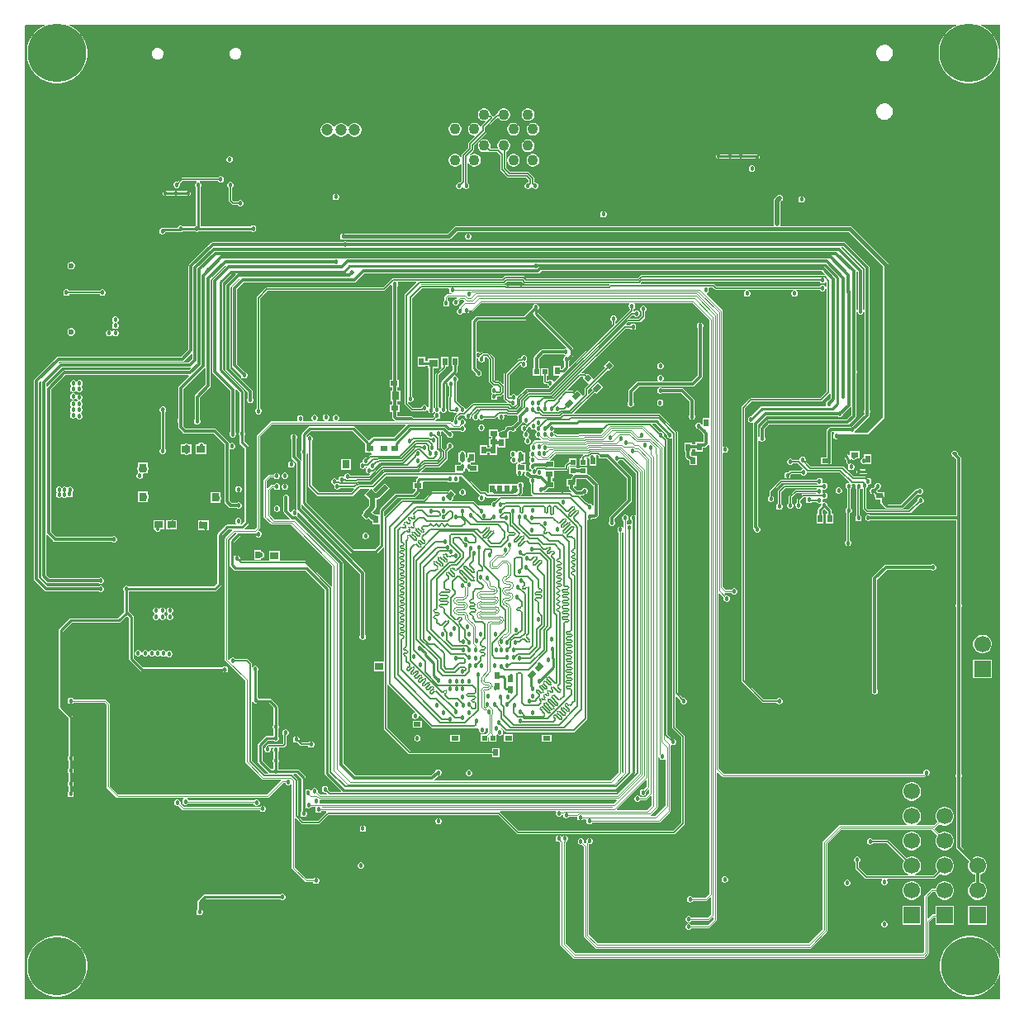
<source format=gbl>
G04*
G04 #@! TF.GenerationSoftware,Altium Limited,Altium Designer,25.0.2 (28)*
G04*
G04 Layer_Physical_Order=6*
G04 Layer_Color=16711680*
%FSLAX44Y44*%
%MOMM*%
G71*
G04*
G04 #@! TF.SameCoordinates,34CB3397-E1FD-41C1-9A6A-8B3E81618BB9*
G04*
G04*
G04 #@! TF.FilePolarity,Positive*
G04*
G01*
G75*
%ADD10C,0.1524*%
%ADD11C,0.2540*%
%ADD17C,0.1016*%
%ADD18C,0.2032*%
%ADD19R,0.9000X0.8000*%
%ADD23C,0.6000*%
%ADD31R,0.8000X0.9000*%
%ADD117C,0.1270*%
%ADD118C,0.5080*%
%ADD119R,0.5400X0.7901*%
%ADD120R,0.5657X0.5400*%
%ADD121R,0.7901X0.5400*%
%ADD125R,0.5400X0.5657*%
%ADD134C,0.3048*%
%ADD136C,0.3810*%
%ADD138R,1.7000X1.7000*%
%ADD139C,1.7000*%
%ADD140C,0.5000*%
%ADD141C,6.0000*%
%ADD142O,2.0000X3.5000*%
%ADD143O,2.0000X2.5000*%
%ADD144O,2.0000X0.9000*%
%ADD145O,0.9000X1.5000*%
%ADD146O,2.4000X1.0000*%
%ADD147C,3.2000*%
%ADD148C,1.1000*%
%ADD149O,3.0000X1.8000*%
%ADD150O,2.1000X2.7000*%
%ADD151O,2.1000X2.7000*%
%ADD152C,1.1999*%
%ADD153C,0.4572*%
%ADD154C,0.4570*%
%ADD155C,0.6096*%
G04:AMPARAMS|DCode=157|XSize=0.8mm|YSize=0.9mm|CornerRadius=0mm|HoleSize=0mm|Usage=FLASHONLY|Rotation=45.000|XOffset=0mm|YOffset=0mm|HoleType=Round|Shape=Rectangle|*
%AMROTATEDRECTD157*
4,1,4,0.0354,-0.6010,-0.6010,0.0354,-0.0354,0.6010,0.6010,-0.0354,0.0354,-0.6010,0.0*
%
%ADD157ROTATEDRECTD157*%

G04:AMPARAMS|DCode=158|XSize=0.7901mm|YSize=0.54mm|CornerRadius=0mm|HoleSize=0mm|Usage=FLASHONLY|Rotation=45.000|XOffset=0mm|YOffset=0mm|HoleType=Round|Shape=Rectangle|*
%AMROTATEDRECTD158*
4,1,4,-0.0884,-0.4703,-0.4703,-0.0884,0.0884,0.4703,0.4703,0.0884,-0.0884,-0.4703,0.0*
%
%ADD158ROTATEDRECTD158*%

G04:AMPARAMS|DCode=159|XSize=0.5657mm|YSize=0.54mm|CornerRadius=0mm|HoleSize=0mm|Usage=FLASHONLY|Rotation=45.000|XOffset=0mm|YOffset=0mm|HoleType=Round|Shape=Rectangle|*
%AMROTATEDRECTD159*
4,1,4,-0.0091,-0.3909,-0.3909,-0.0091,0.0091,0.3909,0.3909,0.0091,-0.0091,-0.3909,0.0*
%
%ADD159ROTATEDRECTD159*%

G36*
X1069598Y44513D02*
X1068598Y44355D01*
X1067589Y47460D01*
X1065374Y51807D01*
X1062505Y55755D01*
X1059055Y59205D01*
X1055107Y62074D01*
X1050760Y64289D01*
X1046119Y65797D01*
X1041300Y66560D01*
X1036420D01*
X1031601Y65797D01*
X1026960Y64289D01*
X1022613Y62074D01*
X1018665Y59205D01*
X1015214Y55755D01*
X1012346Y51807D01*
X1010131Y47460D01*
X1008623Y42819D01*
X1007860Y38000D01*
Y33120D01*
X1008623Y28301D01*
X1010131Y23660D01*
X1012346Y19312D01*
X1015214Y15365D01*
X1018665Y11914D01*
X1022613Y9046D01*
X1026960Y6831D01*
X1031601Y5323D01*
X1036420Y4560D01*
X1041300D01*
X1046119Y5323D01*
X1050760Y6831D01*
X1055107Y9046D01*
X1059055Y11914D01*
X1062505Y15365D01*
X1065374Y19312D01*
X1067589Y23660D01*
X1068598Y26765D01*
X1069598Y26607D01*
Y1669D01*
X1068778Y1234D01*
X69514D01*
X69349Y1000105D01*
X70317Y1001073D01*
X90326D01*
X90567Y1000073D01*
X86622Y998064D01*
X82675Y995195D01*
X79225Y991745D01*
X76356Y987797D01*
X74141Y983450D01*
X72633Y978809D01*
X71870Y973990D01*
Y969110D01*
X72633Y964291D01*
X74141Y959650D01*
X76356Y955303D01*
X79225Y951355D01*
X82675Y947905D01*
X86622Y945036D01*
X90970Y942821D01*
X95611Y941313D01*
X100430Y940550D01*
X105310D01*
X110129Y941313D01*
X114770Y942821D01*
X119117Y945036D01*
X123065Y947905D01*
X126516Y951355D01*
X129384Y955303D01*
X131599Y959650D01*
X133107Y964291D01*
X133870Y969110D01*
Y973990D01*
X133107Y978809D01*
X131599Y983450D01*
X129384Y987797D01*
X126516Y991745D01*
X123065Y995195D01*
X119117Y998064D01*
X115174Y1000073D01*
X115414Y1001073D01*
X1025046D01*
X1025286Y1000073D01*
X1021342Y998064D01*
X1017395Y995195D01*
X1013944Y991745D01*
X1011076Y987797D01*
X1008861Y983450D01*
X1007353Y978809D01*
X1006590Y973990D01*
Y969110D01*
X1007353Y964291D01*
X1008861Y959650D01*
X1011076Y955303D01*
X1013944Y951355D01*
X1017395Y947905D01*
X1021342Y945036D01*
X1025690Y942821D01*
X1030331Y941313D01*
X1035150Y940550D01*
X1040030D01*
X1044849Y941313D01*
X1049490Y942821D01*
X1053838Y945036D01*
X1057785Y947905D01*
X1061236Y951355D01*
X1064104Y955303D01*
X1066319Y959650D01*
X1067827Y964291D01*
X1068590Y969110D01*
Y973990D01*
X1067827Y978809D01*
X1066319Y983450D01*
X1064104Y987797D01*
X1061236Y991745D01*
X1057785Y995195D01*
X1053838Y998064D01*
X1049893Y1000073D01*
X1050134Y1001073D01*
X1069598D01*
Y44513D01*
D02*
G37*
%LPC*%
G36*
X952217Y980284D02*
X950243D01*
X950107Y980228D01*
X949962Y980247D01*
X948055Y979736D01*
X947939Y979647D01*
X947794Y979628D01*
X946084Y978640D01*
X945995Y978524D01*
X945859Y978468D01*
X944463Y977072D01*
X944407Y976936D01*
X944291Y976848D01*
X943304Y975137D01*
X943285Y974992D01*
X943195Y974876D01*
X942684Y972969D01*
X942703Y972824D01*
X942647Y972689D01*
Y970714D01*
X942703Y970579D01*
X942684Y970434D01*
X943195Y968526D01*
X943285Y968410D01*
X943304Y968265D01*
X944291Y966555D01*
X944407Y966466D01*
X944463Y966331D01*
X945859Y964934D01*
X945995Y964878D01*
X946084Y964762D01*
X947794Y963775D01*
X947939Y963756D01*
X948055Y963667D01*
X949962Y963156D01*
X950107Y963175D01*
X950243Y963119D01*
X952217D01*
X952353Y963175D01*
X952497Y963156D01*
X954405Y963667D01*
X954521Y963756D01*
X954666Y963775D01*
X956376Y964762D01*
X956465Y964878D01*
X956601Y964934D01*
X957997Y966331D01*
X958053Y966466D01*
X958169Y966555D01*
X959156Y968265D01*
X959175Y968410D01*
X959265Y968526D01*
X959776Y970434D01*
X959756Y970579D01*
X959812Y970714D01*
Y972689D01*
X959756Y972824D01*
X959776Y972969D01*
X959265Y974876D01*
X959175Y974992D01*
X959156Y975137D01*
X958169Y976848D01*
X958053Y976936D01*
X957997Y977072D01*
X956601Y978468D01*
X956465Y978524D01*
X956376Y978640D01*
X954666Y979628D01*
X954521Y979647D01*
X954405Y979736D01*
X952497Y980247D01*
X952353Y980228D01*
X952217Y980284D01*
D02*
G37*
G36*
X286844Y977342D02*
X284855D01*
X284656Y977260D01*
X284441D01*
X282603Y976499D01*
X282451Y976346D01*
X282252Y976264D01*
X280845Y974857D01*
X280763Y974659D01*
X280611Y974506D01*
X279849Y972669D01*
Y972453D01*
X279767Y972254D01*
Y970265D01*
X279849Y970066D01*
Y969851D01*
X280611Y968013D01*
X280763Y967861D01*
X280845Y967662D01*
X282252Y966256D01*
X282451Y966173D01*
X282603Y966021D01*
X284441Y965260D01*
X284656D01*
X284855Y965177D01*
X286844D01*
X287043Y965260D01*
X287258D01*
X289096Y966021D01*
X289248Y966173D01*
X289447Y966256D01*
X290854Y967662D01*
X290936Y967861D01*
X291088Y968013D01*
X291849Y969851D01*
Y970066D01*
X291932Y970265D01*
Y972254D01*
X291849Y972453D01*
Y972669D01*
X291088Y974506D01*
X290936Y974659D01*
X290854Y974857D01*
X289447Y976264D01*
X289248Y976346D01*
X289096Y976499D01*
X287258Y977260D01*
X287043D01*
X286844Y977342D01*
D02*
G37*
G36*
X206844D02*
X204855D01*
X204656Y977260D01*
X204441D01*
X202603Y976499D01*
X202451Y976346D01*
X202252Y976264D01*
X200845Y974857D01*
X200763Y974659D01*
X200611Y974506D01*
X199849Y972669D01*
Y972453D01*
X199767Y972254D01*
Y970265D01*
X199849Y970066D01*
Y969851D01*
X200611Y968013D01*
X200763Y967861D01*
X200845Y967662D01*
X202252Y966256D01*
X202451Y966173D01*
X202603Y966021D01*
X204441Y965260D01*
X204656D01*
X204855Y965177D01*
X206844D01*
X207043Y965260D01*
X207258D01*
X209096Y966021D01*
X209248Y966173D01*
X209447Y966256D01*
X210854Y967662D01*
X210936Y967861D01*
X211088Y968013D01*
X211849Y969851D01*
Y970066D01*
X211932Y970265D01*
Y972254D01*
X211849Y972453D01*
Y972669D01*
X211088Y974506D01*
X210936Y974659D01*
X210854Y974857D01*
X209447Y976264D01*
X209248Y976346D01*
X209096Y976499D01*
X207258Y977260D01*
X207043D01*
X206844Y977342D01*
D02*
G37*
G36*
X952217Y920281D02*
X950243D01*
X950107Y920225D01*
X949962Y920244D01*
X948055Y919733D01*
X947939Y919644D01*
X947794Y919625D01*
X946084Y918638D01*
X945995Y918522D01*
X945859Y918466D01*
X944463Y917069D01*
X944407Y916934D01*
X944291Y916845D01*
X943304Y915135D01*
X943285Y914990D01*
X943195Y914874D01*
X942684Y912966D01*
X942703Y912821D01*
X942647Y912686D01*
Y910711D01*
X942703Y910576D01*
X942684Y910431D01*
X943195Y908524D01*
X943285Y908408D01*
X943304Y908263D01*
X944291Y906552D01*
X944407Y906463D01*
X944463Y906328D01*
X945859Y904932D01*
X945995Y904876D01*
X946084Y904760D01*
X947794Y903772D01*
X947939Y903753D01*
X948055Y903664D01*
X949962Y903153D01*
X950107Y903172D01*
X950243Y903116D01*
X952217D01*
X952353Y903172D01*
X952497Y903153D01*
X954405Y903664D01*
X954521Y903753D01*
X954666Y903772D01*
X956376Y904760D01*
X956465Y904876D01*
X956601Y904932D01*
X957997Y906328D01*
X958053Y906463D01*
X958169Y906552D01*
X959156Y908263D01*
X959175Y908408D01*
X959265Y908524D01*
X959776Y910431D01*
X959756Y910576D01*
X959812Y910711D01*
Y912686D01*
X959756Y912821D01*
X959776Y912966D01*
X959265Y914874D01*
X959175Y914990D01*
X959156Y915135D01*
X958169Y916845D01*
X958053Y916934D01*
X957997Y917069D01*
X956601Y918466D01*
X956465Y918522D01*
X956376Y918638D01*
X954666Y919625D01*
X954521Y919644D01*
X954405Y919733D01*
X952497Y920244D01*
X952353Y920225D01*
X952217Y920281D01*
D02*
G37*
G36*
X561590Y915192D02*
X559878D01*
X558225Y914749D01*
X556743Y913894D01*
X555533Y912683D01*
X554677Y911201D01*
X554234Y909548D01*
Y909088D01*
X553830D01*
X553192Y908961D01*
X552651Y908600D01*
X550659Y906607D01*
X549933Y906678D01*
X549549Y906814D01*
X549258Y907250D01*
X548498Y908009D01*
X547957Y908371D01*
X547319Y908498D01*
X547234D01*
Y909548D01*
X546791Y911201D01*
X545935Y912683D01*
X544725Y913894D01*
X543243Y914749D01*
X541590Y915192D01*
X539878D01*
X538225Y914749D01*
X536743Y913894D01*
X535533Y912683D01*
X534677Y911201D01*
X534234Y909548D01*
Y907837D01*
X534677Y906183D01*
X535533Y904701D01*
X536743Y903491D01*
X538225Y902635D01*
X539878Y902192D01*
X541481D01*
X541694Y901927D01*
X541959Y901256D01*
X538058Y897355D01*
X537697Y896815D01*
X537664Y896650D01*
X536616Y896506D01*
X535935Y897685D01*
X534725Y898895D01*
X533243Y899751D01*
X531590Y900194D01*
X529878D01*
X528225Y899751D01*
X526743Y898895D01*
X525533Y897685D01*
X524677Y896203D01*
X524234Y894549D01*
Y892838D01*
X524677Y891185D01*
X525533Y889703D01*
X526743Y888492D01*
X528225Y887637D01*
X529878Y887194D01*
X530713D01*
X531128Y886194D01*
X524540Y879607D01*
X524179Y879066D01*
X524052Y878428D01*
Y874296D01*
X517874Y868117D01*
X517512Y867577D01*
X517385Y866939D01*
Y865172D01*
X516385Y864904D01*
X515935Y865683D01*
X514725Y866893D01*
X513243Y867749D01*
X511590Y868192D01*
X509878D01*
X508225Y867749D01*
X506743Y866893D01*
X505533Y865683D01*
X504677Y864201D01*
X504234Y862548D01*
Y860836D01*
X504677Y859183D01*
X505533Y857701D01*
X506743Y856491D01*
X508225Y855635D01*
X509878Y855192D01*
X511590D01*
X513243Y855635D01*
X514725Y856491D01*
X515935Y857701D01*
X516385Y858481D01*
X517385Y858213D01*
Y840330D01*
X515920Y838865D01*
X515726Y838945D01*
X514419D01*
X513212Y838445D01*
X512288Y837521D01*
X511788Y836313D01*
Y835007D01*
X512288Y833799D01*
X513212Y832875D01*
X514419Y832375D01*
X515726D01*
X516934Y832875D01*
X517858Y833799D01*
X518176Y834567D01*
X519258D01*
X519576Y833799D01*
X520500Y832875D01*
X521708Y832375D01*
X523015D01*
X524222Y832875D01*
X525146Y833799D01*
X525646Y835007D01*
Y836313D01*
X525146Y837521D01*
X524222Y838445D01*
X523260Y838844D01*
Y860775D01*
X524234Y860836D01*
X524677Y859183D01*
X525533Y857701D01*
X526743Y856491D01*
X528225Y855635D01*
X529878Y855192D01*
X531590D01*
X533243Y855635D01*
X534725Y856491D01*
X535935Y857701D01*
X536791Y859183D01*
X537234Y860836D01*
Y862548D01*
X536791Y864201D01*
X535935Y865683D01*
X534725Y866893D01*
X533243Y867749D01*
X531590Y868192D01*
X529878D01*
X528225Y867749D01*
X526743Y866893D01*
X525533Y865683D01*
X524677Y864201D01*
X524234Y862548D01*
X523260Y862610D01*
Y865196D01*
X529438Y871375D01*
X529799Y871915D01*
X529926Y872553D01*
Y876685D01*
X542956Y889715D01*
X543317Y890256D01*
X543444Y890893D01*
Y894434D01*
X552878Y903868D01*
X553239Y904409D01*
X553255Y904488D01*
X554054Y905288D01*
X555272Y905153D01*
X555533Y904701D01*
X556743Y903491D01*
X558225Y902635D01*
X559878Y902192D01*
X561590D01*
X563243Y902635D01*
X564725Y903491D01*
X565935Y904701D01*
X566791Y906183D01*
X567234Y907837D01*
Y909548D01*
X566791Y911201D01*
X565935Y912683D01*
X564725Y913894D01*
X563243Y914749D01*
X561590Y915192D01*
D02*
G37*
G36*
X586588D02*
X584877D01*
X583224Y914749D01*
X581742Y913894D01*
X580531Y912683D01*
X579676Y911201D01*
X579233Y909548D01*
Y907837D01*
X579676Y906183D01*
X580531Y904701D01*
X581742Y903491D01*
X583224Y902635D01*
X584877Y902192D01*
X586588D01*
X588242Y902635D01*
X589724Y903491D01*
X590934Y904701D01*
X591790Y906183D01*
X592233Y907837D01*
Y909548D01*
X591790Y911201D01*
X590934Y912683D01*
X589724Y913894D01*
X588242Y914749D01*
X586588Y915192D01*
D02*
G37*
G36*
X408884Y899820D02*
X407041D01*
X405261Y899343D01*
X403665Y898421D01*
X402362Y897118D01*
X401516Y895652D01*
X400978Y895582D01*
X400440Y895652D01*
X399594Y897118D01*
X398291Y898421D01*
X396695Y899343D01*
X394914Y899820D01*
X393071D01*
X391291Y899343D01*
X389695Y898421D01*
X388392Y897118D01*
X387528Y895622D01*
X386995Y895544D01*
X386462Y895622D01*
X385598Y897118D01*
X384295Y898421D01*
X382699Y899343D01*
X380919Y899820D01*
X379076D01*
X377296Y899343D01*
X375700Y898421D01*
X374397Y897118D01*
X373475Y895522D01*
X372998Y893742D01*
Y891899D01*
X373475Y890119D01*
X374397Y888523D01*
X375700Y887219D01*
X377296Y886298D01*
X379076Y885821D01*
X380919D01*
X382699Y886298D01*
X384295Y887219D01*
X385598Y888523D01*
X386462Y890018D01*
X386995Y890097D01*
X387528Y890018D01*
X388392Y888523D01*
X389695Y887219D01*
X391291Y886298D01*
X393071Y885821D01*
X394914D01*
X396695Y886298D01*
X398291Y887219D01*
X399594Y888523D01*
X400440Y889988D01*
X400978Y890058D01*
X401516Y889988D01*
X402362Y888523D01*
X403665Y887219D01*
X405261Y886298D01*
X407041Y885821D01*
X408884D01*
X410665Y886298D01*
X412261Y887219D01*
X413564Y888523D01*
X414485Y890119D01*
X414962Y891899D01*
Y893742D01*
X414485Y895522D01*
X413564Y897118D01*
X412261Y898421D01*
X410665Y899343D01*
X408884Y899820D01*
D02*
G37*
G36*
X591590Y900194D02*
X589878D01*
X588225Y899751D01*
X586743Y898895D01*
X585533Y897685D01*
X584677Y896203D01*
X584234Y894549D01*
Y892838D01*
X584677Y891185D01*
X585533Y889703D01*
X586743Y888492D01*
X588225Y887637D01*
X589878Y887194D01*
X591590D01*
X593243Y887637D01*
X594725Y888492D01*
X595935Y889703D01*
X596791Y891185D01*
X597234Y892838D01*
Y894549D01*
X596791Y896203D01*
X595935Y897685D01*
X594725Y898895D01*
X593243Y899751D01*
X591590Y900194D01*
D02*
G37*
G36*
X571590D02*
X569878D01*
X568225Y899751D01*
X566743Y898895D01*
X565533Y897685D01*
X564677Y896203D01*
X564234Y894549D01*
Y892838D01*
X564677Y891185D01*
X565533Y889703D01*
X566743Y888492D01*
X568225Y887637D01*
X569878Y887194D01*
X571590D01*
X573243Y887637D01*
X574725Y888492D01*
X575935Y889703D01*
X576791Y891185D01*
X577234Y892838D01*
Y894549D01*
X576791Y896203D01*
X575935Y897685D01*
X574725Y898895D01*
X573243Y899751D01*
X571590Y900194D01*
D02*
G37*
G36*
X511590D02*
X509878D01*
X508225Y899751D01*
X506743Y898895D01*
X505533Y897685D01*
X504677Y896203D01*
X504234Y894549D01*
Y892838D01*
X504677Y891185D01*
X505533Y889703D01*
X506743Y888492D01*
X508225Y887637D01*
X509878Y887194D01*
X511590D01*
X513243Y887637D01*
X514725Y888492D01*
X515935Y889703D01*
X516791Y891185D01*
X517234Y892838D01*
Y894549D01*
X516791Y896203D01*
X515935Y897685D01*
X514725Y898895D01*
X513243Y899751D01*
X511590Y900194D01*
D02*
G37*
G36*
X561590Y883194D02*
X559878D01*
X558225Y882750D01*
X556743Y881895D01*
X555533Y880685D01*
X554677Y879202D01*
X554234Y877549D01*
Y875838D01*
X554594Y874496D01*
X554164Y873717D01*
X553920Y873495D01*
X547548D01*
X547271Y873747D01*
X546855Y874422D01*
X547234Y875838D01*
Y877549D01*
X546791Y879202D01*
X545935Y880685D01*
X544725Y881895D01*
X543243Y882750D01*
X541590Y883194D01*
X539878D01*
X538225Y882750D01*
X536743Y881895D01*
X535533Y880685D01*
X534677Y879202D01*
X534234Y877549D01*
Y875838D01*
X534677Y874185D01*
X535533Y872702D01*
X536743Y871492D01*
X538225Y870637D01*
X539878Y870193D01*
X541590D01*
X543243Y870637D01*
X544468Y871344D01*
X545163Y870650D01*
X545703Y870288D01*
X546341Y870162D01*
X554142D01*
X557133Y867170D01*
Y852388D01*
X557260Y851750D01*
X557621Y851209D01*
X564189Y844641D01*
X564730Y844280D01*
X565368Y844153D01*
X583670D01*
X586503Y841320D01*
Y839064D01*
X586325Y838945D01*
X585018D01*
X583811Y838445D01*
X582887Y837521D01*
X582387Y836313D01*
Y835007D01*
X582887Y833799D01*
X583811Y832875D01*
X585018Y832375D01*
X586325D01*
X587533Y832875D01*
X588457Y833799D01*
X588957Y835007D01*
X589924Y835008D01*
X590424Y833801D01*
X591348Y832877D01*
X592556Y832377D01*
X593862D01*
X595070Y832877D01*
X595994Y833801D01*
X596494Y835008D01*
Y836315D01*
X595994Y837523D01*
X595070Y838447D01*
X593862Y838947D01*
X592556D01*
X592377Y839066D01*
Y843062D01*
X592251Y843700D01*
X591889Y844241D01*
X586591Y849539D01*
X586050Y849900D01*
X585412Y850027D01*
X567110D01*
X563033Y854105D01*
Y870580D01*
X563243Y870637D01*
X564725Y871492D01*
X565935Y872702D01*
X566791Y874185D01*
X567234Y875838D01*
Y877549D01*
X566791Y879202D01*
X565935Y880685D01*
X564725Y881895D01*
X563243Y882750D01*
X561590Y883194D01*
D02*
G37*
G36*
X586588D02*
X584877D01*
X583224Y882750D01*
X581742Y881895D01*
X580531Y880685D01*
X579676Y879202D01*
X579233Y877549D01*
Y875838D01*
X579676Y874185D01*
X580531Y872702D01*
X581742Y871492D01*
X583224Y870637D01*
X584877Y870193D01*
X586588D01*
X588242Y870637D01*
X589724Y871492D01*
X590934Y872702D01*
X591790Y874185D01*
X592233Y875838D01*
Y877549D01*
X591790Y879202D01*
X590934Y880685D01*
X589724Y881895D01*
X588242Y882750D01*
X586588Y883194D01*
D02*
G37*
G36*
X780859Y868234D02*
X779974Y868058D01*
X779223Y867556D01*
X778721Y866805D01*
X778545Y865919D01*
X778721Y865034D01*
X779223Y864283D01*
X779280Y864225D01*
X780031Y863724D01*
X780917Y863547D01*
X803667D01*
X803957Y863490D01*
X818364D01*
X818730Y863123D01*
X819481Y862622D01*
X820367Y862446D01*
X820916D01*
X821802Y862622D01*
X822553Y863123D01*
X823055Y863874D01*
X823231Y864760D01*
X823055Y865646D01*
X822553Y866396D01*
X821802Y866898D01*
X821427Y866973D01*
X820959Y867441D01*
X820209Y867942D01*
X819323Y868119D01*
X804189D01*
X803899Y868176D01*
X781150D01*
X780859Y868234D01*
D02*
G37*
G36*
X280604Y866124D02*
X279297D01*
X278089Y865624D01*
X277165Y864699D01*
X276664Y863492D01*
Y862185D01*
X277165Y860977D01*
X278089Y860052D01*
X279297Y859552D01*
X280604D01*
X281812Y860052D01*
X282736Y860977D01*
X283236Y862185D01*
Y863492D01*
X282736Y864699D01*
X281812Y865624D01*
X280604Y866124D01*
D02*
G37*
G36*
X591590Y868192D02*
X589878D01*
X588225Y867749D01*
X586743Y866893D01*
X585533Y865683D01*
X584677Y864201D01*
X584234Y862548D01*
Y860836D01*
X584677Y859183D01*
X585533Y857701D01*
X586743Y856491D01*
X588225Y855635D01*
X589878Y855192D01*
X591590D01*
X593243Y855635D01*
X594725Y856491D01*
X595935Y857701D01*
X596791Y859183D01*
X597234Y860836D01*
Y862548D01*
X596791Y864201D01*
X595935Y865683D01*
X594725Y866893D01*
X593243Y867749D01*
X591590Y868192D01*
D02*
G37*
G36*
X571590D02*
X569878D01*
X568225Y867749D01*
X566743Y866893D01*
X565533Y865683D01*
X564677Y864201D01*
X564234Y862548D01*
Y860836D01*
X564677Y859183D01*
X565533Y857701D01*
X566743Y856491D01*
X568225Y855635D01*
X569878Y855192D01*
X571590D01*
X573243Y855635D01*
X574725Y856491D01*
X575935Y857701D01*
X576791Y859183D01*
X577234Y860836D01*
Y862548D01*
X576791Y864201D01*
X575935Y865683D01*
X574725Y866893D01*
X573243Y867749D01*
X571590Y868192D01*
D02*
G37*
G36*
X815919Y856422D02*
X814612D01*
X813404Y855921D01*
X812480Y854997D01*
X811980Y853790D01*
Y852483D01*
X812480Y851276D01*
X813404Y850352D01*
X814612Y849852D01*
X815919D01*
X817126Y850352D01*
X818050Y851276D01*
X818550Y852483D01*
Y853790D01*
X818050Y854997D01*
X817126Y855921D01*
X815919Y856422D01*
D02*
G37*
G36*
X271305Y845427D02*
X269998D01*
X268790Y844927D01*
X267866Y844003D01*
X267736Y843687D01*
X230781D01*
X230143Y843560D01*
X229602Y843199D01*
X226320Y839917D01*
X226126Y839997D01*
X224820D01*
X223612Y839497D01*
X222688Y838573D01*
X222188Y837366D01*
Y836059D01*
X222688Y834851D01*
X223612Y833927D01*
X224820Y833427D01*
X226126D01*
X227334Y833927D01*
X228258Y834851D01*
X228758Y836059D01*
Y837366D01*
X228678Y837559D01*
X231471Y840353D01*
X245728D01*
X245927Y839353D01*
X245685Y839253D01*
X244760Y838329D01*
X244260Y837121D01*
Y835815D01*
X244760Y834607D01*
X245244Y834123D01*
Y794708D01*
X244295Y794315D01*
X243731Y793751D01*
X231615D01*
X231239Y794127D01*
X230031Y794627D01*
X228725D01*
X227517Y794127D01*
X226593Y793203D01*
X226501Y792980D01*
X225996Y792642D01*
X212509D01*
X211623Y792466D01*
X211572Y792432D01*
X211473Y792473D01*
X210167D01*
X208959Y791973D01*
X208035Y791049D01*
X207535Y789842D01*
Y788535D01*
X208035Y787327D01*
X208959Y786403D01*
X210167Y785903D01*
X211473D01*
X212681Y786403D01*
X213605Y787327D01*
X213889Y788013D01*
X226928D01*
X227814Y788190D01*
X228040Y788341D01*
X228725Y788057D01*
X230031D01*
X231239Y788557D01*
X231803Y789122D01*
X243919D01*
X244295Y788745D01*
X245503Y788245D01*
X246810D01*
X248017Y788745D01*
X248649Y789377D01*
X301699D01*
X302008Y789069D01*
X303215Y788569D01*
X304522D01*
X305729Y789069D01*
X306653Y789993D01*
X307153Y791200D01*
Y792507D01*
X306653Y793715D01*
X305729Y794639D01*
X304522Y795139D01*
X303215D01*
X302008Y794639D01*
X301376Y794006D01*
X249873D01*
Y834150D01*
X250330Y834607D01*
X250830Y835815D01*
Y837121D01*
X250330Y838329D01*
X249406Y839253D01*
X249164Y839353D01*
X249363Y840353D01*
X267836D01*
X267866Y840281D01*
X268790Y839357D01*
X269998Y838857D01*
X271305D01*
X272512Y839357D01*
X273436Y840281D01*
X273936Y841489D01*
Y842795D01*
X273436Y844003D01*
X272512Y844927D01*
X271305Y845427D01*
D02*
G37*
G36*
X237620Y830284D02*
X213490D01*
X212604Y830107D01*
X211853Y829606D01*
X211352Y828855D01*
X211175Y827969D01*
X211352Y827083D01*
X211853Y826332D01*
X212604Y825831D01*
X213490Y825655D01*
X237620D01*
X238505Y825831D01*
X239256Y826332D01*
X239758Y827083D01*
X239934Y827969D01*
X239758Y828855D01*
X239256Y829606D01*
X238505Y830107D01*
X237620Y830284D01*
D02*
G37*
G36*
X389274Y827516D02*
X387966D01*
X386759Y827016D01*
X385834Y826091D01*
X385334Y824884D01*
Y823576D01*
X385834Y822369D01*
X386759Y821444D01*
X387966Y820944D01*
X389274D01*
X390481Y821444D01*
X391406Y822369D01*
X391906Y823576D01*
Y824884D01*
X391406Y826091D01*
X390481Y827016D01*
X389274Y827516D01*
D02*
G37*
G36*
X866794Y824976D02*
X865486D01*
X864279Y824476D01*
X863354Y823551D01*
X862854Y822344D01*
Y821036D01*
X863354Y819829D01*
X864279Y818904D01*
X865486Y818404D01*
X866794D01*
X868001Y818904D01*
X868926Y819829D01*
X869426Y821036D01*
Y822344D01*
X868926Y823551D01*
X868001Y824476D01*
X866794Y824976D01*
D02*
G37*
G36*
X281363Y839626D02*
X280056D01*
X278849Y839126D01*
X277925Y838202D01*
X277425Y836995D01*
Y835688D01*
X277925Y834481D01*
X278849Y833556D01*
X279003Y833493D01*
Y820420D01*
X279130Y819782D01*
X279491Y819241D01*
X282236Y816497D01*
X282776Y816136D01*
X283414Y816009D01*
X287690D01*
X287770Y815815D01*
X288694Y814891D01*
X289902Y814391D01*
X291208D01*
X292416Y814891D01*
X293340Y815815D01*
X293840Y817022D01*
Y818329D01*
X293340Y819537D01*
X292416Y820461D01*
X291208Y820961D01*
X289902D01*
X288694Y820461D01*
X287770Y819537D01*
X287690Y819343D01*
X284105D01*
X282337Y821111D01*
Y833460D01*
X282570Y833556D01*
X283494Y834481D01*
X283995Y835688D01*
Y836995D01*
X283494Y838202D01*
X282570Y839126D01*
X281363Y839626D01*
D02*
G37*
G36*
X663594Y809736D02*
X662286D01*
X661079Y809236D01*
X660154Y808311D01*
X659654Y807104D01*
Y805796D01*
X660154Y804589D01*
X661079Y803664D01*
X662286Y803164D01*
X663594D01*
X664801Y803664D01*
X665726Y804589D01*
X666226Y805796D01*
Y807104D01*
X665726Y808311D01*
X664801Y809236D01*
X663594Y809736D01*
D02*
G37*
G36*
X525164Y786876D02*
X523856D01*
X522649Y786376D01*
X521724Y785451D01*
X521224Y784244D01*
Y782936D01*
X521724Y781729D01*
X522649Y780804D01*
X523856Y780304D01*
X525164D01*
X526371Y780804D01*
X527296Y781729D01*
X527796Y782936D01*
Y784244D01*
X527296Y785451D01*
X526371Y786376D01*
X525164Y786876D01*
D02*
G37*
G36*
X118139Y757878D02*
X116548D01*
X115077Y757269D01*
X113952Y756144D01*
X113343Y754674D01*
Y753082D01*
X113952Y751612D01*
X115077Y750487D01*
X116548Y749878D01*
X118139D01*
X119609Y750487D01*
X120734Y751612D01*
X121343Y753082D01*
Y754674D01*
X120734Y756144D01*
X119609Y757269D01*
X118139Y757878D01*
D02*
G37*
G36*
X149923Y729364D02*
X148616D01*
X147409Y728864D01*
X146484Y727940D01*
X146404Y727746D01*
X115357D01*
X115277Y727940D01*
X114353Y728864D01*
X113145Y729364D01*
X111838D01*
X110631Y728864D01*
X109707Y727940D01*
X109207Y726733D01*
Y725426D01*
X109707Y724219D01*
X110631Y723294D01*
X111838Y722794D01*
X113145D01*
X114353Y723294D01*
X115277Y724219D01*
X115357Y724412D01*
X146404D01*
X146484Y724219D01*
X147409Y723294D01*
X148616Y722794D01*
X149923D01*
X151130Y723294D01*
X152054Y724219D01*
X152554Y725426D01*
Y726733D01*
X152054Y727940D01*
X151130Y728864D01*
X149923Y729364D01*
D02*
G37*
G36*
X163213Y701785D02*
X161907D01*
X160699Y701285D01*
X159775Y700361D01*
X159275Y699153D01*
Y697847D01*
X159775Y696639D01*
X160485Y695929D01*
X160615Y695325D01*
X160485Y694721D01*
X159775Y694011D01*
X159275Y692803D01*
Y691497D01*
X159775Y690289D01*
X160699Y689365D01*
X161907Y688865D01*
X163213D01*
X164421Y689365D01*
X165345Y690289D01*
X165845Y691497D01*
Y692803D01*
X165345Y694011D01*
X164634Y694721D01*
X164505Y695325D01*
X164634Y695929D01*
X165345Y696639D01*
X165845Y697847D01*
Y699153D01*
X165345Y700361D01*
X164421Y701285D01*
X163213Y701785D01*
D02*
G37*
G36*
Y687815D02*
X161907D01*
X160699Y687315D01*
X159989Y686605D01*
X159385Y686475D01*
X158781Y686605D01*
X158071Y687315D01*
X156863Y687815D01*
X155557D01*
X154349Y687315D01*
X153425Y686391D01*
X152925Y685183D01*
Y683877D01*
X153425Y682669D01*
X154349Y681745D01*
X155557Y681245D01*
X156863D01*
X158071Y681745D01*
X158781Y682456D01*
X159385Y682585D01*
X159989Y682456D01*
X160699Y681745D01*
X161907Y681245D01*
X163213D01*
X164421Y681745D01*
X165345Y682669D01*
X165845Y683877D01*
Y685183D01*
X165345Y686391D01*
X164421Y687315D01*
X163213Y687815D01*
D02*
G37*
G36*
X118139Y689880D02*
X116548D01*
X115077Y689271D01*
X113952Y688146D01*
X113343Y686675D01*
Y685084D01*
X113952Y683614D01*
X115077Y682489D01*
X116548Y681880D01*
X118139D01*
X119609Y682489D01*
X120734Y683614D01*
X121343Y685084D01*
Y686675D01*
X120734Y688146D01*
X119609Y689271D01*
X118139Y689880D01*
D02*
G37*
G36*
X722075Y654046D02*
X720768D01*
X719560Y653546D01*
X718636Y652621D01*
X718136Y651414D01*
Y650106D01*
X718636Y648899D01*
X719560Y647974D01*
X720768Y647474D01*
X722075D01*
X723283Y647974D01*
X724208Y648899D01*
X724708Y650106D01*
Y651414D01*
X724208Y652621D01*
X723283Y653546D01*
X722075Y654046D01*
D02*
G37*
G36*
X762654Y695436D02*
X761346D01*
X760139Y694936D01*
X759214Y694011D01*
X758714Y692804D01*
Y691496D01*
X759214Y690289D01*
X759426Y690076D01*
Y641146D01*
X753314Y635033D01*
X724080D01*
X723666Y636033D01*
X724146Y636513D01*
X724646Y637721D01*
Y639029D01*
X724146Y640236D01*
X723221Y641161D01*
X722014Y641661D01*
X720706D01*
X719499Y641161D01*
X718574Y640236D01*
X718074Y639029D01*
Y637721D01*
X718574Y636513D01*
X719054Y636033D01*
X718640Y635033D01*
X698500D01*
X697515Y634838D01*
X696680Y634280D01*
X689060Y626660D01*
X688502Y625825D01*
X688307Y624840D01*
Y614214D01*
X688094Y614001D01*
X687594Y612794D01*
Y611486D01*
X688094Y610279D01*
X689019Y609354D01*
X690226Y608854D01*
X691534D01*
X692741Y609354D01*
X693666Y610279D01*
X694166Y611486D01*
Y612794D01*
X693666Y614001D01*
X693454Y614214D01*
Y623774D01*
X699566Y629887D01*
X754380D01*
X755365Y630082D01*
X756200Y630640D01*
X763820Y638260D01*
X764378Y639095D01*
X764574Y640080D01*
Y690076D01*
X764786Y690289D01*
X765286Y691496D01*
Y692804D01*
X764786Y694011D01*
X763861Y694936D01*
X762654Y695436D01*
D02*
G37*
G36*
X120496Y636456D02*
X119189D01*
X117981Y635956D01*
X117057Y635031D01*
X116557Y633824D01*
Y632517D01*
X117057Y631310D01*
X117237Y631130D01*
X117519Y630165D01*
X117207Y629853D01*
X116595Y629241D01*
X116095Y628033D01*
Y626727D01*
X116595Y625519D01*
X117519Y624595D01*
X118727Y624095D01*
X120033D01*
X121241Y624595D01*
X121951Y625305D01*
X122555Y625435D01*
X123159Y625305D01*
X123869Y624595D01*
X125077Y624095D01*
X126383D01*
X127591Y624595D01*
X128515Y625519D01*
X129015Y626727D01*
Y628033D01*
X128515Y629241D01*
X127790Y629966D01*
X127837Y630200D01*
X128761Y631124D01*
X129261Y632331D01*
Y633638D01*
X128761Y634846D01*
X127837Y635770D01*
X126629Y636270D01*
X125322D01*
X124115Y635770D01*
X123612Y635267D01*
X122785Y635069D01*
X122349Y635310D01*
X121703Y635956D01*
X120496Y636456D01*
D02*
G37*
G36*
X120033Y623045D02*
X118727D01*
X117519Y622545D01*
X116595Y621621D01*
X116095Y620413D01*
Y619107D01*
X116595Y617899D01*
X117519Y616975D01*
X118727Y616475D01*
X120033D01*
X121241Y616975D01*
X121579Y617314D01*
X122759Y617079D01*
X122945Y616629D01*
X123656Y615919D01*
X123785Y615315D01*
X123656Y614711D01*
X123159Y614215D01*
X122555Y614085D01*
X121951Y614215D01*
X121241Y614925D01*
X120033Y615425D01*
X118727D01*
X117519Y614925D01*
X116595Y614001D01*
X116095Y612793D01*
Y611487D01*
X116595Y610279D01*
X117305Y609569D01*
X117435Y608965D01*
X117305Y608361D01*
X116595Y607651D01*
X116095Y606443D01*
Y605137D01*
X116595Y603929D01*
X117431Y603093D01*
X117424Y603058D01*
X116500Y602133D01*
X116000Y600926D01*
Y599619D01*
X116500Y598412D01*
X117424Y597488D01*
X118631Y596988D01*
X119938D01*
X121145Y597488D01*
X121679Y598022D01*
X122835Y597845D01*
X122945Y597579D01*
X123869Y596655D01*
X125077Y596155D01*
X126383D01*
X127591Y596655D01*
X128515Y597579D01*
X129015Y598787D01*
Y600093D01*
X128515Y601301D01*
X127804Y602011D01*
X127675Y602615D01*
X127804Y603219D01*
X128515Y603929D01*
X129015Y605137D01*
Y606443D01*
X128515Y607651D01*
X127804Y608361D01*
X127675Y608965D01*
X127804Y609569D01*
X128515Y610279D01*
X129015Y611487D01*
Y612793D01*
X128515Y614001D01*
X127804Y614711D01*
X127675Y615315D01*
X127804Y615919D01*
X128515Y616629D01*
X129015Y617837D01*
Y619143D01*
X128515Y620351D01*
X127591Y621275D01*
X126383Y621775D01*
X125077D01*
X123869Y621275D01*
X123531Y620936D01*
X122351Y621171D01*
X122165Y621621D01*
X121241Y622545D01*
X120033Y623045D01*
D02*
G37*
G36*
X721897Y616389D02*
X720590D01*
X719382Y615889D01*
X718457Y614964D01*
X717957Y613757D01*
Y612449D01*
X718457Y611242D01*
X719382Y610317D01*
X720590Y609817D01*
X721897D01*
X723104Y610317D01*
X724029Y611242D01*
X724529Y612449D01*
Y613757D01*
X724029Y614964D01*
X723104Y615889D01*
X721897Y616389D01*
D02*
G37*
G36*
X721966Y628828D02*
X720659D01*
X719451Y628327D01*
X718527Y627403D01*
X718027Y626195D01*
Y624888D01*
X718527Y623680D01*
X719451Y622756D01*
X720659Y622256D01*
X721966D01*
X723174Y622756D01*
X723386Y622968D01*
X742452D01*
X751378Y614043D01*
Y600984D01*
X751165Y600771D01*
X750665Y599564D01*
Y598256D01*
X751165Y597049D01*
X752090Y596124D01*
X753298Y595624D01*
X754605D01*
X755813Y596124D01*
X756737Y597049D01*
X757237Y598256D01*
Y599564D01*
X756737Y600771D01*
X756525Y600984D01*
Y615109D01*
X756329Y616094D01*
X755771Y616928D01*
X745338Y627361D01*
X744503Y627919D01*
X743518Y628115D01*
X723386D01*
X723174Y628327D01*
X721966Y628828D01*
D02*
G37*
G36*
X843280Y826569D02*
X841899Y826295D01*
X840728Y825512D01*
X838469Y823253D01*
X837686Y822082D01*
X837412Y820701D01*
Y796587D01*
X837686Y795206D01*
X837788Y795054D01*
X837317Y794172D01*
X511810D01*
X510676Y793947D01*
X509716Y793304D01*
X502963Y786552D01*
X397676D01*
X396894Y786876D01*
X395586D01*
X394379Y786376D01*
X393454Y785451D01*
X392954Y784244D01*
Y782936D01*
X393454Y781729D01*
X394379Y780804D01*
X395586Y780304D01*
X396894D01*
X397676Y780628D01*
X504190D01*
X505323Y780854D01*
X506284Y781496D01*
X513037Y788248D01*
X838425D01*
X838766Y788180D01*
X843277D01*
X843617Y788248D01*
X914443D01*
X949538Y753153D01*
Y598127D01*
X933493Y582082D01*
X920883D01*
X920469Y583082D01*
X920996Y583609D01*
X921496Y584816D01*
Y585117D01*
X934978Y598599D01*
X935536Y599434D01*
X935732Y600418D01*
Y602155D01*
X936236Y602659D01*
X936736Y603866D01*
Y605174D01*
X936236Y606381D01*
X936023Y606594D01*
Y751846D01*
X935828Y752831D01*
X935270Y753666D01*
X911505Y777431D01*
X910670Y777989D01*
X909685Y778185D01*
X400346D01*
X400134Y778397D01*
X398927Y778897D01*
X397619D01*
X396412Y778397D01*
X396199Y778185D01*
X262744D01*
X261759Y777989D01*
X260924Y777431D01*
X238455Y754962D01*
X237897Y754127D01*
X237701Y753142D01*
Y668061D01*
X230074Y660434D01*
X104140D01*
X103155Y660238D01*
X102320Y659680D01*
X79904Y637264D01*
X79346Y636429D01*
X79151Y635444D01*
Y432626D01*
X79346Y431641D01*
X79904Y430806D01*
X90190Y420521D01*
X91025Y419963D01*
X92010Y419767D01*
X145451D01*
X145663Y419555D01*
X146871Y419054D01*
X148178D01*
X149386Y419555D01*
X150310Y420479D01*
X150810Y421687D01*
Y422994D01*
X150310Y424202D01*
X149386Y425126D01*
X148178Y425626D01*
X146871D01*
X145663Y425126D01*
X145451Y424914D01*
X93076D01*
X84298Y433692D01*
Y634378D01*
X105206Y655286D01*
X231140D01*
X232125Y655482D01*
X232960Y656040D01*
X240825Y663906D01*
X241749Y663523D01*
Y658139D01*
X237694Y654083D01*
X106680D01*
X105695Y653888D01*
X104860Y653330D01*
X87080Y635550D01*
X86522Y634715D01*
X86327Y633730D01*
Y435610D01*
X86522Y434625D01*
X87080Y433790D01*
X91694Y429177D01*
X92528Y428619D01*
X93513Y428423D01*
X145452D01*
X145664Y428212D01*
X146871Y427712D01*
X148178D01*
X149385Y428212D01*
X150309Y429136D01*
X150809Y430343D01*
Y431650D01*
X150309Y432858D01*
X149385Y433782D01*
X148178Y434282D01*
X146871D01*
X145664Y433782D01*
X145452Y433570D01*
X94579D01*
X91474Y436676D01*
Y477513D01*
X92473Y477927D01*
X98905Y471495D01*
X99740Y470937D01*
X100725Y470742D01*
X158996D01*
X159207Y470530D01*
X160415Y470030D01*
X161721D01*
X162929Y470530D01*
X163853Y471454D01*
X164353Y472662D01*
Y473968D01*
X163853Y475176D01*
X162929Y476100D01*
X161721Y476600D01*
X160415D01*
X159207Y476100D01*
X158996Y475888D01*
X101791D01*
X96553Y481126D01*
Y626314D01*
X111556Y641317D01*
X237689D01*
X238072Y640393D01*
X227558Y629879D01*
X227000Y629044D01*
X226805Y628059D01*
Y596707D01*
X226593Y596496D01*
X226093Y595289D01*
Y593982D01*
X226593Y592775D01*
X227096Y592272D01*
Y588211D01*
X227292Y587226D01*
X227850Y586391D01*
X231860Y582380D01*
X232695Y581822D01*
X233680Y581627D01*
X263094D01*
X274286Y570434D01*
Y511810D01*
X274482Y510825D01*
X275040Y509990D01*
X278792Y506238D01*
X279627Y505680D01*
X280612Y505484D01*
X286868D01*
X287080Y505273D01*
X288287Y504773D01*
X289594D01*
X290801Y505273D01*
X291725Y506197D01*
X292225Y507404D01*
Y508711D01*
X291725Y509919D01*
X290801Y510843D01*
X289594Y511343D01*
X288287D01*
X287080Y510843D01*
X286868Y510631D01*
X281678D01*
X279433Y512876D01*
Y565722D01*
X280432Y566137D01*
X281640Y565637D01*
X282947D01*
X284154Y566137D01*
X285078Y567061D01*
X285578Y568269D01*
Y569576D01*
X285078Y570783D01*
X284154Y571707D01*
X282947Y572207D01*
X281640D01*
X280432Y571707D01*
X280413Y571687D01*
X279330Y572019D01*
X279238Y572485D01*
X278680Y573320D01*
X265980Y586020D01*
X265145Y586578D01*
X264160Y586773D01*
X234746D01*
X232243Y589277D01*
Y592967D01*
X232663Y593982D01*
Y595289D01*
X232163Y596496D01*
X231951Y596707D01*
Y626993D01*
X254237Y649278D01*
X254245Y649278D01*
X255236Y648974D01*
Y631680D01*
X244560Y621003D01*
X244002Y620168D01*
X243806Y619184D01*
Y596138D01*
X243595Y595926D01*
X243095Y594719D01*
Y593412D01*
X243595Y592205D01*
X244519Y591281D01*
X245727Y590780D01*
X247033D01*
X248241Y591281D01*
X249165Y592205D01*
X249665Y593412D01*
Y594719D01*
X249165Y595926D01*
X248953Y596138D01*
Y618118D01*
X259630Y628794D01*
X260188Y629629D01*
X260383Y630614D01*
Y739344D01*
X275704Y754665D01*
X275862Y754625D01*
X276168Y753518D01*
X262467Y739816D01*
X261909Y738981D01*
X261713Y737996D01*
Y645034D01*
X261909Y644049D01*
X262467Y643214D01*
X280302Y625379D01*
Y583110D01*
X280089Y582898D01*
X279589Y581690D01*
Y580383D01*
X280089Y579175D01*
X281014Y578251D01*
X282222Y577750D01*
X283529D01*
X284736Y578251D01*
X285661Y579175D01*
X286161Y580383D01*
Y581690D01*
X285661Y582898D01*
X285449Y583110D01*
Y626445D01*
X285359Y626893D01*
X286281Y627386D01*
X289927Y623740D01*
Y583950D01*
X289457Y583479D01*
X288957Y582272D01*
Y580965D01*
X289457Y579757D01*
X289927Y579287D01*
Y572628D01*
X290103Y571743D01*
X290605Y570992D01*
X294865Y566731D01*
Y491297D01*
X291818Y488250D01*
X291182Y488321D01*
X290878Y489361D01*
X291410Y489893D01*
X291910Y491101D01*
Y492407D01*
X291410Y493615D01*
X290486Y494539D01*
X289278Y495039D01*
X287971D01*
X286764Y494539D01*
X285840Y493615D01*
X285340Y492407D01*
Y491101D01*
X285840Y489893D01*
X286656Y489078D01*
X286577Y488568D01*
X286349Y488078D01*
X277483D01*
X276597Y487901D01*
X275847Y487400D01*
X267603Y479157D01*
X267102Y478406D01*
X266926Y477520D01*
Y427679D01*
X263874Y424627D01*
X176245D01*
X175774Y425099D01*
X174566Y425599D01*
X173259D01*
X172051Y425099D01*
X171126Y424174D01*
X170626Y422966D01*
Y421659D01*
X171126Y420452D01*
X171598Y419980D01*
Y398391D01*
X165411Y392205D01*
X116840D01*
X115954Y392028D01*
X115203Y391527D01*
X105043Y381367D01*
X104542Y380616D01*
X104366Y379730D01*
Y300990D01*
X104542Y300104D01*
X105043Y299353D01*
X114423Y289974D01*
Y251235D01*
X113953Y250764D01*
X113453Y249557D01*
Y248250D01*
X113953Y247043D01*
X114423Y246572D01*
Y238535D01*
X113953Y238064D01*
X113453Y236857D01*
Y235550D01*
X113953Y234343D01*
X114423Y233872D01*
Y224565D01*
X113953Y224094D01*
X113453Y222887D01*
Y221580D01*
X113953Y220373D01*
X114423Y219902D01*
Y214405D01*
X113953Y213934D01*
X113453Y212727D01*
Y211420D01*
X113953Y210213D01*
X114877Y209289D01*
X116084Y208788D01*
X117391D01*
X118598Y209289D01*
X119522Y210213D01*
X120022Y211420D01*
Y212727D01*
X119522Y213934D01*
X119052Y214405D01*
Y219902D01*
X119522Y220373D01*
X120022Y221580D01*
Y222887D01*
X119522Y224094D01*
X119052Y224565D01*
Y233872D01*
X119522Y234343D01*
X120022Y235550D01*
Y236857D01*
X119522Y238064D01*
X119052Y238535D01*
Y246572D01*
X119522Y247043D01*
X120022Y248250D01*
Y249557D01*
X119522Y250764D01*
X119052Y251235D01*
Y290932D01*
X118876Y291818D01*
X118374Y292569D01*
X108995Y301949D01*
Y378771D01*
X117799Y387575D01*
X166370D01*
X167256Y387752D01*
X168007Y388253D01*
X174625Y394872D01*
X176756Y392741D01*
Y350520D01*
X176932Y349634D01*
X177433Y348883D01*
X188130Y338186D01*
X188881Y337685D01*
X189767Y337508D01*
X272682D01*
X273148Y337043D01*
X274355Y336543D01*
X275662D01*
X276870Y337043D01*
X277795Y337967D01*
X278295Y339175D01*
Y340482D01*
X277795Y341690D01*
X276870Y342615D01*
X275662Y343115D01*
X274355D01*
X273148Y342615D01*
X272670Y342137D01*
X190726D01*
X181385Y351479D01*
Y393700D01*
X181208Y394586D01*
X180707Y395337D01*
X176227Y399816D01*
Y419980D01*
X176245Y419998D01*
X264833D01*
X265719Y420175D01*
X266469Y420676D01*
X270877Y425083D01*
X271378Y425834D01*
X271555Y426720D01*
Y476561D01*
X278442Y483449D01*
X282019D01*
X282433Y482449D01*
X275207Y475223D01*
X274729Y474069D01*
Y349933D01*
X275207Y348779D01*
X295548Y328439D01*
Y245110D01*
X296026Y243956D01*
X312556Y227426D01*
X313710Y226948D01*
X332523D01*
X332771Y226387D01*
X332830Y225948D01*
X318065Y211182D01*
X165776D01*
X156572Y220386D01*
Y304205D01*
X156094Y305359D01*
X152706Y308748D01*
X151552Y309226D01*
X119652D01*
X119522Y309538D01*
X118598Y310462D01*
X117391Y310962D01*
X116084D01*
X114877Y310462D01*
X113953Y309538D01*
X113453Y308331D01*
Y307024D01*
X113953Y305817D01*
X114877Y304893D01*
X116084Y304392D01*
X117391D01*
X118598Y304893D01*
X119522Y305817D01*
X119582Y305961D01*
X150875D01*
X153308Y303529D01*
Y219710D01*
X153786Y218556D01*
X163946Y208396D01*
X165100Y207918D01*
X232150D01*
X232335Y207556D01*
X232457Y206918D01*
X231668Y206129D01*
X231168Y204921D01*
Y203615D01*
X231668Y202407D01*
X232592Y201483D01*
X233799Y200983D01*
X235106D01*
X236313Y201483D01*
X236932Y202102D01*
X304239D01*
X304555Y201339D01*
X305479Y200415D01*
X306687Y199915D01*
X307993D01*
X309201Y200415D01*
X310125Y201339D01*
X310625Y202547D01*
Y203853D01*
X310125Y205061D01*
X309201Y205985D01*
X307993Y206485D01*
X306687D01*
X305479Y205985D01*
X304860Y205366D01*
X237553D01*
X237238Y206129D01*
X236448Y206918D01*
X236570Y207556D01*
X236755Y207918D01*
X318741D01*
X319895Y208396D01*
X334755Y223256D01*
X336911D01*
X337188Y222586D01*
X338112Y221662D01*
X339320Y221162D01*
X340626D01*
X341834Y221662D01*
X342173Y222001D01*
X343173Y221587D01*
Y136525D01*
X343651Y135371D01*
X356986Y122036D01*
X358140Y121558D01*
X365420D01*
X365515Y121329D01*
X366439Y120405D01*
X367647Y119905D01*
X368953D01*
X370161Y120405D01*
X371085Y121329D01*
X371585Y122537D01*
Y123843D01*
X371085Y125051D01*
X370161Y125975D01*
X368953Y126475D01*
X367647D01*
X366439Y125975D01*
X365515Y125051D01*
X365420Y124822D01*
X358816D01*
X346437Y137201D01*
Y187001D01*
X347437Y187415D01*
X353151Y181701D01*
X353692Y181340D01*
X354330Y181213D01*
X370840D01*
X371478Y181340D01*
X372019Y181701D01*
X380777Y190460D01*
X555097D01*
X574145Y171411D01*
X574686Y171050D01*
X575324Y170923D01*
X735491D01*
X736129Y171050D01*
X736670Y171411D01*
X745997Y180738D01*
X746358Y181279D01*
X746485Y181917D01*
Y270896D01*
X746358Y271534D01*
X745997Y272075D01*
X736842Y281230D01*
Y312324D01*
X737765Y312707D01*
X742285Y308187D01*
X742205Y307993D01*
Y306687D01*
X742705Y305479D01*
X743629Y304555D01*
X744837Y304055D01*
X746143D01*
X747351Y304555D01*
X748275Y305479D01*
X748775Y306687D01*
Y307993D01*
X748275Y309201D01*
X747351Y310125D01*
X746143Y310625D01*
X744837D01*
X744643Y310545D01*
X739111Y316076D01*
Y572574D01*
X739219Y573116D01*
Y582905D01*
X739092Y583543D01*
X738731Y584083D01*
X721537Y601277D01*
X720996Y601638D01*
X720358Y601765D01*
X633559D01*
X633176Y602689D01*
X654367Y623880D01*
X655905Y622343D01*
X662906Y629344D01*
X657673Y634576D01*
X650672Y627575D01*
X652010Y626238D01*
X647827Y622055D01*
X646827Y622469D01*
Y626689D01*
X667241Y647104D01*
X668679Y645666D01*
X674093Y651080D01*
X668860Y656313D01*
X663446Y650899D01*
X664884Y649461D01*
X653291Y637868D01*
X652503Y638380D01*
X647270Y643613D01*
X645742Y642085D01*
X645298Y642529D01*
X644757Y642890D01*
X644119Y643017D01*
X640574D01*
X640191Y643941D01*
X685765Y689515D01*
X690534D01*
X690614Y689321D01*
X691538Y688397D01*
X692746Y687897D01*
X694052D01*
X695260Y688397D01*
X696184Y689321D01*
X696684Y690529D01*
Y691835D01*
X696184Y693043D01*
X695260Y693967D01*
X694052Y694467D01*
X692746D01*
X691538Y693967D01*
X690614Y693043D01*
X690534Y692849D01*
X686777D01*
X686394Y693773D01*
X688184Y695563D01*
X699770D01*
X700408Y695690D01*
X700949Y696051D01*
X705266Y700368D01*
X705627Y700909D01*
X705754Y701547D01*
Y706443D01*
X705772Y706451D01*
X706696Y707375D01*
X707197Y708582D01*
Y709889D01*
X706696Y711097D01*
X705772Y712021D01*
X704565Y712521D01*
X703258D01*
X702051Y712021D01*
X701127Y711097D01*
X700627Y709889D01*
Y708582D01*
X701127Y707375D01*
X702051Y706451D01*
X702420Y706298D01*
Y702237D01*
X699080Y698897D01*
X689615D01*
X689232Y699821D01*
X692361Y702950D01*
X694012D01*
X694093Y702757D01*
X695017Y701833D01*
X696224Y701332D01*
X697531D01*
X698738Y701833D01*
X699662Y702757D01*
X700163Y703964D01*
Y705271D01*
X699662Y706478D01*
X698738Y707402D01*
X697531Y707902D01*
X696224D01*
X695017Y707402D01*
X694610Y706995D01*
X694322Y707044D01*
X694304Y707052D01*
X693586Y708075D01*
Y709234D01*
X694181Y709481D01*
X695105Y710405D01*
X695605Y711612D01*
Y712919D01*
X695105Y714126D01*
X694491Y714740D01*
X694905Y715740D01*
X754067D01*
X771687Y698120D01*
Y597658D01*
X764589D01*
Y591301D01*
X763589Y591103D01*
X763465Y591401D01*
X762541Y592325D01*
X761333Y592825D01*
X760026D01*
X758818Y592325D01*
X757894Y591401D01*
X757394Y590193D01*
Y588886D01*
X757894Y587678D01*
X758818Y586754D01*
X760026Y586253D01*
X760326D01*
X763141Y583439D01*
X763390Y583272D01*
X764536Y582127D01*
X764702Y581878D01*
X765777Y580803D01*
Y573367D01*
X764998Y572833D01*
X757598D01*
Y570411D01*
X753704D01*
Y572528D01*
X746304D01*
Y562627D01*
X747431D01*
Y558241D01*
X747626Y557256D01*
X748184Y556421D01*
X749970Y554636D01*
X750805Y554078D01*
X751216Y553996D01*
Y549078D01*
X758616D01*
Y558979D01*
X753988D01*
X753739Y559029D01*
X752856D01*
X752578Y559307D01*
Y562627D01*
X753704D01*
Y565264D01*
X757598D01*
Y562932D01*
X764998D01*
Y567063D01*
X766564D01*
X767549Y567259D01*
X768384Y567816D01*
X770170Y569602D01*
X770687Y570376D01*
X770761Y570387D01*
X771687Y569868D01*
Y109786D01*
X767674Y105772D01*
X754719D01*
X754625Y106001D01*
X753701Y106925D01*
X752493Y107425D01*
X751187D01*
X749979Y106925D01*
X749055Y106001D01*
X748555Y104793D01*
Y103487D01*
X749055Y102279D01*
X749979Y101355D01*
X751187Y100855D01*
X752493D01*
X753701Y101355D01*
X754625Y102279D01*
X754719Y102508D01*
X768350D01*
X769504Y102986D01*
X772779Y106261D01*
X773703Y105878D01*
Y88942D01*
X770214Y85452D01*
X753449D01*
X753355Y85681D01*
X752431Y86605D01*
X751223Y87105D01*
X749917D01*
X748709Y86605D01*
X747785Y85681D01*
X747285Y84473D01*
Y83167D01*
X747785Y81959D01*
X748709Y81035D01*
X749917Y80535D01*
X751223D01*
X752431Y81035D01*
X753355Y81959D01*
X753449Y82188D01*
X770890D01*
X772044Y82666D01*
X774795Y85417D01*
X775719Y85034D01*
Y83338D01*
X770214Y77832D01*
X753449D01*
X753355Y78061D01*
X752431Y78985D01*
X751223Y79485D01*
X749917D01*
X748709Y78985D01*
X747785Y78061D01*
X747285Y76853D01*
Y75547D01*
X747785Y74339D01*
X748709Y73415D01*
X749917Y72915D01*
X751223D01*
X752431Y73415D01*
X753355Y74339D01*
X753449Y74568D01*
X770890D01*
X772044Y75046D01*
X778506Y81507D01*
X778984Y82662D01*
Y234401D01*
X779908Y234784D01*
X784705Y229986D01*
X785860Y229508D01*
X991581D01*
X992735Y229986D01*
X993540Y230791D01*
X993768Y230696D01*
X995075D01*
X996282Y231196D01*
X997206Y232120D01*
X997707Y233328D01*
Y234634D01*
X997206Y235842D01*
X996282Y236766D01*
X995075Y237266D01*
X993768D01*
X992561Y236766D01*
X991637Y235842D01*
X991136Y234634D01*
Y233328D01*
X990284Y232772D01*
X786536D01*
X781000Y238308D01*
Y417417D01*
X781924Y417800D01*
X786485Y413238D01*
X786355Y412923D01*
Y411616D01*
X786855Y410409D01*
X787779Y409485D01*
X788986Y408985D01*
X790293D01*
X791500Y409485D01*
X792424Y410409D01*
X792925Y411616D01*
Y412923D01*
X792424Y414130D01*
X791500Y415055D01*
X790293Y415555D01*
X788986D01*
X788845Y415496D01*
X786845Y417496D01*
X787411Y418343D01*
X788065Y418072D01*
X794164D01*
X794259Y417844D01*
X795183Y416920D01*
X796390Y416420D01*
X797697D01*
X798904Y416920D01*
X799828Y417844D01*
X800328Y419051D01*
Y420358D01*
X799828Y421566D01*
X798904Y422490D01*
X797697Y422990D01*
X796390D01*
X795183Y422490D01*
X794259Y421566D01*
X794164Y421337D01*
X788741D01*
X785431Y424647D01*
Y561423D01*
X786431Y562092D01*
X786981Y561864D01*
X788288D01*
X789496Y562364D01*
X790420Y563289D01*
X790920Y564496D01*
Y565804D01*
X790420Y567011D01*
X789496Y567936D01*
X788288Y568436D01*
X786981D01*
X786431Y568208D01*
X785431Y568876D01*
Y707181D01*
X784953Y708335D01*
X768449Y724839D01*
X768820Y725883D01*
X769740Y726264D01*
X770664Y727188D01*
X771164Y728396D01*
Y729703D01*
X770916Y730303D01*
X771578Y731303D01*
X775265D01*
X776877Y729691D01*
X777418Y729330D01*
X778056Y729203D01*
X808796D01*
X808995Y728203D01*
X808399Y727956D01*
X807474Y727031D01*
X806974Y725824D01*
Y724516D01*
X807474Y723309D01*
X808399Y722384D01*
X809606Y721884D01*
X810914D01*
X812121Y722384D01*
X813046Y723309D01*
X813546Y724516D01*
Y725824D01*
X813046Y727031D01*
X812121Y727956D01*
X811525Y728203D01*
X811724Y729203D01*
X857632D01*
X857831Y728203D01*
X857148Y727920D01*
X856224Y726996D01*
X855723Y725788D01*
Y724481D01*
X856224Y723273D01*
X857148Y722348D01*
X858356Y721848D01*
X859663D01*
X860871Y722348D01*
X861795Y723273D01*
X862295Y724481D01*
Y725788D01*
X861795Y726996D01*
X860871Y727920D01*
X860188Y728203D01*
X860387Y729203D01*
X884833D01*
X884913Y729009D01*
X885838Y728085D01*
X887045Y727585D01*
X888352D01*
X889559Y728085D01*
X890483Y729009D01*
X890983Y730216D01*
Y731523D01*
X890483Y732731D01*
X889559Y733655D01*
X888352Y734155D01*
X887045D01*
X885838Y733655D01*
X884913Y732731D01*
X884833Y732537D01*
X778746D01*
X777134Y734149D01*
X776593Y734510D01*
X775955Y734637D01*
X701304D01*
X701001Y735637D01*
X701082Y735691D01*
X702439Y737049D01*
X884865D01*
X884945Y736855D01*
X885869Y735931D01*
X887076Y735431D01*
X888383D01*
X889591Y735931D01*
X890515Y736855D01*
X890634Y737142D01*
X891832Y737503D01*
X892223Y737228D01*
Y624798D01*
X885097Y617672D01*
X813916D01*
X813278Y617545D01*
X812737Y617184D01*
X804780Y609227D01*
X804418Y608686D01*
X804291Y608048D01*
Y328152D01*
X804418Y327514D01*
X804780Y326973D01*
X825591Y306161D01*
X826132Y305800D01*
X826770Y305673D01*
X840415D01*
X840495Y305479D01*
X841419Y304555D01*
X842627Y304055D01*
X843933D01*
X845141Y304555D01*
X846065Y305479D01*
X846565Y306687D01*
Y307993D01*
X846065Y309201D01*
X845141Y310125D01*
X843933Y310625D01*
X842627D01*
X841419Y310125D01*
X840495Y309201D01*
X840415Y309007D01*
X827460D01*
X807625Y328842D01*
Y607357D01*
X814606Y614338D01*
X885788D01*
X886426Y614465D01*
X886966Y614826D01*
X895068Y622928D01*
X895430Y623469D01*
X896429Y623366D01*
Y618128D01*
X893727Y615426D01*
X893426D01*
X892219Y614926D01*
X891294Y614001D01*
X890794Y612794D01*
Y611486D01*
X891255Y610374D01*
X890892Y609375D01*
X825409D01*
X824523Y609198D01*
X823772Y608697D01*
X814339Y599263D01*
X813672D01*
X812465Y598763D01*
X811540Y597839D01*
X811040Y596631D01*
Y595324D01*
X811540Y594116D01*
X812465Y593191D01*
X813672Y592691D01*
X814980D01*
X815766Y593017D01*
X816577Y592274D01*
X816464Y591707D01*
Y485524D01*
X816660Y484539D01*
X817218Y483704D01*
X817424Y483498D01*
Y482785D01*
X817924Y481578D01*
X818848Y480653D01*
X820056Y480153D01*
X821363D01*
X822571Y480653D01*
X823495Y481578D01*
X823996Y482785D01*
Y484093D01*
X823495Y485300D01*
X822571Y486225D01*
X821611Y486623D01*
Y574889D01*
X822611Y575088D01*
X822764Y574719D01*
X823688Y573794D01*
X824896Y573294D01*
X826203D01*
X827411Y573794D01*
X828335Y574719D01*
X828836Y575926D01*
Y577234D01*
X828335Y578441D01*
X828123Y578654D01*
Y585724D01*
X832916Y590517D01*
X913130D01*
X914115Y590712D01*
X914950Y591270D01*
X921300Y597620D01*
X921858Y598455D01*
X922054Y599440D01*
Y642946D01*
X922258Y643151D01*
X922758Y644358D01*
Y645666D01*
X922258Y646873D01*
X922054Y647078D01*
Y748023D01*
X922069Y748038D01*
X922977Y748514D01*
X923819Y747671D01*
Y709240D01*
X923607Y709027D01*
X923107Y707820D01*
Y706513D01*
X923607Y705305D01*
X924531Y704380D01*
X925739Y703880D01*
X927046D01*
X928254Y704380D01*
X929178Y705305D01*
X929679Y706513D01*
Y707820D01*
X929178Y709027D01*
X928966Y709240D01*
Y748737D01*
X928770Y749722D01*
X928212Y750557D01*
X906731Y772038D01*
X907146Y773038D01*
X908619D01*
X930876Y750780D01*
Y606594D01*
X930664Y606381D01*
X930164Y605174D01*
Y603866D01*
X930585Y602850D01*
Y601484D01*
X917857Y588756D01*
X917556D01*
X916349Y588256D01*
X916136Y588044D01*
X895798D01*
X894813Y587848D01*
X893978Y587290D01*
X892192Y585504D01*
X891635Y584669D01*
X891439Y583685D01*
Y557443D01*
X885925D01*
Y550043D01*
X892889D01*
X893359Y549848D01*
X894666D01*
X895135Y550043D01*
X895826D01*
Y550328D01*
X895873Y550348D01*
X896797Y551272D01*
X897297Y552480D01*
Y553786D01*
X896797Y554994D01*
X896585Y555205D01*
Y582618D01*
X896863Y582896D01*
X899617D01*
X899829Y581950D01*
X899829Y581897D01*
X898914Y580981D01*
X898414Y579774D01*
Y578466D01*
X898914Y577259D01*
X899839Y576334D01*
X901046Y575834D01*
X902354D01*
X903136Y576158D01*
X934720D01*
X935854Y576384D01*
X936814Y577026D01*
X954594Y594806D01*
X955237Y595766D01*
X955462Y596900D01*
Y754380D01*
X955237Y755514D01*
X954594Y756474D01*
X917764Y793304D01*
X916804Y793947D01*
X915670Y794172D01*
X844725D01*
X844254Y795054D01*
X844356Y795206D01*
X844631Y796587D01*
Y819206D01*
X845832Y820408D01*
X846615Y821579D01*
X846889Y822960D01*
X846615Y824341D01*
X845832Y825512D01*
X844661Y826295D01*
X843280Y826569D01*
D02*
G37*
G36*
X211983Y609585D02*
X210676D01*
X209468Y609085D01*
X208543Y608161D01*
X208043Y606953D01*
Y605646D01*
X208543Y604438D01*
X209015Y603967D01*
Y565997D01*
X208544Y565526D01*
X208044Y564319D01*
Y563012D01*
X208544Y561805D01*
X209468Y560881D01*
X210676Y560380D01*
X211983D01*
X213190Y560881D01*
X214114Y561805D01*
X214614Y563012D01*
Y564319D01*
X214114Y565526D01*
X213644Y565997D01*
Y603967D01*
X214115Y604438D01*
X214615Y605646D01*
Y606953D01*
X214251Y607833D01*
X214228Y607946D01*
X214165Y608041D01*
X214115Y608161D01*
X214024Y608252D01*
X213727Y608697D01*
X213282Y608994D01*
X213191Y609085D01*
X213071Y609134D01*
X212976Y609198D01*
X212863Y609221D01*
X211983Y609585D01*
D02*
G37*
G36*
X251206Y572540D02*
X249899D01*
X248692Y572040D01*
X247768Y571116D01*
X247376Y570171D01*
X244581D01*
Y560171D01*
X255581D01*
Y570171D01*
X253729D01*
X253338Y571116D01*
X252414Y572040D01*
X251206Y572540D01*
D02*
G37*
G36*
X236033Y571174D02*
X234726D01*
X233518Y570674D01*
X233192Y570347D01*
X229588D01*
Y560347D01*
X233398D01*
X233681Y560064D01*
X234888Y559563D01*
X236195D01*
X237403Y560064D01*
X237686Y560347D01*
X240588D01*
Y570347D01*
X237567D01*
X237240Y570674D01*
X236033Y571174D01*
D02*
G37*
G36*
X925662Y563501D02*
X915761D01*
Y558692D01*
X914761Y558594D01*
X914629Y559257D01*
X914128Y560008D01*
X912697Y561438D01*
X911947Y561940D01*
X911061Y562116D01*
X909810D01*
X908925Y561940D01*
X908174Y561438D01*
X907672Y560687D01*
X907496Y559801D01*
X907672Y558916D01*
X908174Y558165D01*
X908925Y557663D01*
X909810Y557487D01*
X910102D01*
X910176Y557413D01*
Y557121D01*
X910353Y556235D01*
X910854Y555484D01*
X911795Y554543D01*
Y553097D01*
X911971Y552211D01*
X912473Y551460D01*
X912862Y551072D01*
X913612Y550570D01*
X914003Y550492D01*
X914346Y549422D01*
X914155Y549231D01*
X913655Y548023D01*
Y546717D01*
X914155Y545509D01*
X915079Y544585D01*
X916287Y544085D01*
X917593D01*
X918801Y544585D01*
X919725Y545509D01*
X920225Y546717D01*
Y548023D01*
X919725Y549231D01*
X918801Y550155D01*
X917593Y550655D01*
X917059D01*
X916524Y551655D01*
X916636Y551823D01*
X916813Y552708D01*
X916636Y553594D01*
X916424Y553912D01*
Y555241D01*
X917068Y555618D01*
X917401Y555678D01*
X917691Y555389D01*
X918898Y554889D01*
X920205D01*
X921412Y555389D01*
X922125Y556101D01*
X925662D01*
Y563501D01*
D02*
G37*
G36*
X867730Y557973D02*
X866423D01*
X865216Y557473D01*
X864292Y556549D01*
X863792Y555341D01*
Y555035D01*
X863276Y554612D01*
X857609D01*
X857529Y554805D01*
X856605Y555729D01*
X855397Y556230D01*
X854091D01*
X852883Y555729D01*
X851959Y554805D01*
X851459Y553598D01*
Y552291D01*
X851959Y551084D01*
X852883Y550160D01*
X854091Y549660D01*
X855397D01*
X856605Y550160D01*
X857529Y551084D01*
X857609Y551278D01*
X862586D01*
X867636Y546228D01*
X867244Y545205D01*
X866274Y544804D01*
X865350Y543880D01*
X865270Y543686D01*
X855254D01*
X854616Y543559D01*
X854075Y543198D01*
X852754Y541877D01*
X852338Y542049D01*
X851031D01*
X849824Y541549D01*
X848900Y540625D01*
X848400Y539417D01*
Y538111D01*
X848900Y536903D01*
X849824Y535979D01*
X851031Y535479D01*
X852338D01*
X853546Y535979D01*
X854470Y536903D01*
X854970Y538111D01*
Y539377D01*
X855944Y540352D01*
X865270D01*
X865350Y540158D01*
X866274Y539234D01*
X867482Y538734D01*
X868788D01*
X869996Y539234D01*
X870920Y540158D01*
X871380Y541270D01*
X871468Y541396D01*
X872420Y541997D01*
X872590Y541964D01*
X905051D01*
X915023Y531992D01*
X914608Y530992D01*
X913845D01*
X912637Y530492D01*
X911713Y529568D01*
X911213Y528360D01*
Y527054D01*
X911713Y525846D01*
X912637Y524922D01*
X912782Y524862D01*
Y505806D01*
X912539Y505705D01*
X911615Y504781D01*
X911115Y503573D01*
Y502267D01*
X911615Y501059D01*
X912401Y500273D01*
Y472311D01*
X911876Y472094D01*
X910952Y471170D01*
X910452Y469962D01*
Y468655D01*
X910952Y467448D01*
X911876Y466524D01*
X913083Y466024D01*
X914390D01*
X915598Y466524D01*
X916522Y467448D01*
X917022Y468655D01*
Y469962D01*
X916522Y471170D01*
X915735Y471956D01*
Y499917D01*
X916261Y500135D01*
X917185Y501059D01*
X917685Y502267D01*
Y503573D01*
X917185Y504781D01*
X916261Y505705D01*
X916116Y505765D01*
Y524822D01*
X916359Y524922D01*
X917283Y525846D01*
X917783Y527054D01*
Y528360D01*
X917525Y528984D01*
X917564Y529157D01*
X918197Y529960D01*
X920799D01*
X921461Y528960D01*
X921213Y528360D01*
Y527054D01*
X921713Y525846D01*
X922637Y524922D01*
X922688Y524901D01*
Y497734D01*
X922588Y497692D01*
X921664Y496768D01*
X921163Y495561D01*
Y494254D01*
X921664Y493046D01*
X922588Y492122D01*
X923795Y491622D01*
X925102D01*
X926309Y492122D01*
X927233Y493046D01*
X927733Y494254D01*
Y495561D01*
X927233Y496768D01*
X926309Y497692D01*
X926022Y497811D01*
Y524782D01*
X926359Y524922D01*
X927200Y525764D01*
X927285Y525846D01*
X928282Y525884D01*
X929069Y525186D01*
Y504488D01*
X929195Y503850D01*
X929557Y503309D01*
X932395Y500471D01*
X932936Y500110D01*
X933574Y499983D01*
X976630D01*
X977268Y500110D01*
X977809Y500471D01*
X987213Y509875D01*
X987407Y509795D01*
X988713D01*
X989921Y510295D01*
X990845Y511219D01*
X991345Y512427D01*
Y513733D01*
X990845Y514941D01*
X989921Y515865D01*
X988713Y516365D01*
X987407D01*
X986199Y515865D01*
X985275Y514941D01*
X984775Y513733D01*
Y512427D01*
X984855Y512233D01*
X975939Y503317D01*
X934264D01*
X932403Y505179D01*
Y525443D01*
X932506Y525486D01*
X933430Y526410D01*
X933930Y527617D01*
Y528924D01*
X934806Y529423D01*
X935152D01*
X936359Y529924D01*
X937283Y530848D01*
X937783Y532055D01*
Y533362D01*
X937283Y534569D01*
X936359Y535493D01*
X935152Y535993D01*
X933845D01*
X933651Y535913D01*
X932815Y536749D01*
X932275Y537110D01*
X931637Y537237D01*
X919396D01*
X909144Y547489D01*
X908603Y547851D01*
X907965Y547977D01*
X875639D01*
X870134Y553483D01*
X870362Y554034D01*
Y555341D01*
X869862Y556549D01*
X868938Y557473D01*
X867730Y557973D01*
D02*
G37*
G36*
X937574Y560491D02*
X930174D01*
Y556989D01*
X929420D01*
X928213Y556489D01*
X927289Y555565D01*
X926789Y554357D01*
Y553051D01*
X927289Y551843D01*
X928213Y550919D01*
X929420Y550419D01*
X930727D01*
X931140Y550590D01*
X937574D01*
Y560491D01*
D02*
G37*
G36*
X933874Y546954D02*
X932988Y546778D01*
X932237Y546276D01*
X931736Y545525D01*
X931673Y545211D01*
X931485Y545023D01*
X924498D01*
X923612Y544847D01*
X922862Y544345D01*
X922360Y543594D01*
X922184Y542708D01*
X922360Y541823D01*
X922862Y541072D01*
X923612Y540570D01*
X924498Y540394D01*
X932444D01*
X933330Y540570D01*
X934081Y541072D01*
X935511Y542502D01*
X936012Y543253D01*
X936189Y544138D01*
Y544639D01*
X936012Y545525D01*
X935511Y546276D01*
X934760Y546778D01*
X933874Y546954D01*
D02*
G37*
G36*
X195888Y551676D02*
X185888D01*
Y547533D01*
X185787Y547432D01*
X185287Y546225D01*
Y544918D01*
X185787Y543710D01*
X185888Y543609D01*
Y541203D01*
X185823Y541176D01*
X184899Y540252D01*
X184398Y539044D01*
Y537737D01*
X184899Y536529D01*
X185823Y535605D01*
X187031Y535104D01*
X188338D01*
X189546Y535605D01*
X190470Y536529D01*
X190970Y537737D01*
Y539044D01*
X190709Y539676D01*
X191352Y540676D01*
X195888D01*
Y543600D01*
X195949Y543660D01*
X196449Y544868D01*
Y546175D01*
X195949Y547382D01*
X195888Y547443D01*
Y551676D01*
D02*
G37*
G36*
X885152Y535993D02*
X883845D01*
X882637Y535493D01*
X881713Y534569D01*
X881633Y534375D01*
X845580D01*
X844942Y534249D01*
X844401Y533887D01*
X833547Y523033D01*
X833185Y522492D01*
X833058Y521854D01*
Y517615D01*
X832865Y517535D01*
X831940Y516610D01*
X831440Y515403D01*
Y514096D01*
X831940Y512889D01*
X832865Y511965D01*
X834072Y511465D01*
X835379D01*
X836586Y511965D01*
X837510Y512889D01*
X838010Y514096D01*
Y515403D01*
X837510Y516610D01*
X836586Y517535D01*
X836392Y517615D01*
Y521163D01*
X846270Y531041D01*
X881633D01*
X881713Y530848D01*
X882234Y530326D01*
X881820Y529327D01*
X848969D01*
X848332Y529200D01*
X847791Y528838D01*
X842101Y523149D01*
X841740Y522608D01*
X841613Y521970D01*
Y509595D01*
X841419Y509515D01*
X840495Y508591D01*
X839995Y507383D01*
Y506077D01*
X840495Y504869D01*
X841419Y503945D01*
X842627Y503445D01*
X843933D01*
X845141Y503945D01*
X846065Y504869D01*
X846565Y506077D01*
Y507383D01*
X846065Y508591D01*
X845141Y509515D01*
X844947Y509595D01*
Y521279D01*
X849660Y525992D01*
X881570D01*
X881971Y525095D01*
X881447Y524375D01*
X860528D01*
X859890Y524249D01*
X859350Y523887D01*
X853462Y517999D01*
X853100Y517458D01*
X852973Y516820D01*
Y510787D01*
X852780Y510706D01*
X851856Y509782D01*
X851356Y508575D01*
Y507268D01*
X851856Y506061D01*
X852780Y505136D01*
X853987Y504636D01*
X855294D01*
X856501Y505136D01*
X857425Y506061D01*
X857925Y507268D01*
Y508575D01*
X857425Y509782D01*
X856501Y510706D01*
X856308Y510787D01*
Y516130D01*
X861219Y521041D01*
X880740D01*
X880883Y520827D01*
X880349Y519827D01*
X867410D01*
X866772Y519700D01*
X866231Y519339D01*
X861855Y514962D01*
X861494Y514422D01*
X861367Y513784D01*
Y511078D01*
X861173Y510998D01*
X860249Y510074D01*
X859749Y508867D01*
Y507560D01*
X860249Y506353D01*
X861173Y505428D01*
X862380Y504928D01*
X863687D01*
X864894Y505428D01*
X865818Y506353D01*
X866319Y507560D01*
Y508867D01*
X865818Y510074D01*
X864894Y510998D01*
X864701Y511078D01*
Y513093D01*
X868101Y516493D01*
X870710D01*
X871124Y515493D01*
X870943Y515312D01*
X870443Y514105D01*
Y512798D01*
X870943Y511590D01*
X871867Y510666D01*
X873074Y510166D01*
X874381D01*
X875589Y510666D01*
X876507Y511585D01*
X881667D01*
X881830Y511192D01*
X882754Y510267D01*
X883962Y509767D01*
X885269D01*
X885843Y510005D01*
X886570Y509224D01*
X886212Y508361D01*
Y507695D01*
X883333Y504817D01*
X882831Y504066D01*
X882655Y503180D01*
Y499423D01*
X881270D01*
Y489522D01*
X888670D01*
Y499423D01*
X887284D01*
Y502221D01*
X888795Y503732D01*
X890199D01*
X892397Y501534D01*
Y499506D01*
X891357D01*
Y489605D01*
X898757D01*
Y499506D01*
X897026D01*
Y502492D01*
X896850Y503378D01*
X896348Y504129D01*
X892782Y507695D01*
Y508361D01*
X892282Y509568D01*
X891358Y510492D01*
X890150Y510992D01*
X888844D01*
X888269Y510754D01*
X887542Y511536D01*
X887900Y512399D01*
Y513706D01*
X887888Y513736D01*
X888653Y514501D01*
X888844Y514422D01*
X890150D01*
X891358Y514922D01*
X892282Y515846D01*
X892782Y517054D01*
Y518360D01*
X892282Y519568D01*
X891358Y520492D01*
X890150Y520992D01*
X888844D01*
X888339Y520783D01*
X887573Y521548D01*
X887783Y522055D01*
Y523362D01*
X887575Y523865D01*
X888340Y524631D01*
X888844Y524422D01*
X890150D01*
X891358Y524922D01*
X892282Y525846D01*
X892782Y527054D01*
Y528360D01*
X892282Y529568D01*
X891358Y530492D01*
X890150Y530992D01*
X888844D01*
X888339Y530783D01*
X887573Y531548D01*
X887783Y532055D01*
Y533362D01*
X887283Y534569D01*
X886359Y535493D01*
X885152Y535993D01*
D02*
G37*
G36*
X289482Y527713D02*
X288175D01*
X286968Y527213D01*
X286044Y526288D01*
X285544Y525081D01*
Y523774D01*
X286044Y522567D01*
X286968Y521643D01*
X288175Y521143D01*
X289482D01*
X290690Y521643D01*
X291614Y522567D01*
X292114Y523774D01*
Y525081D01*
X291614Y526288D01*
X290690Y527213D01*
X289482Y527713D01*
D02*
G37*
G36*
X904894Y526526D02*
X903586D01*
X902379Y526026D01*
X901454Y525101D01*
X900954Y523894D01*
Y522586D01*
X901454Y521379D01*
X902379Y520454D01*
X903586Y519954D01*
X904894D01*
X906101Y520454D01*
X907026Y521379D01*
X907526Y522586D01*
Y523894D01*
X907026Y525101D01*
X906101Y526026D01*
X904894Y526526D01*
D02*
G37*
G36*
X945152Y530992D02*
X943845D01*
X942637Y530492D01*
X941713Y529568D01*
X941213Y528360D01*
Y527696D01*
X939510Y525993D01*
X938843D01*
X937636Y525493D01*
X936712Y524569D01*
X936212Y523362D01*
Y522055D01*
X936712Y520848D01*
X937636Y519924D01*
X938843Y519423D01*
X940150D01*
X940221Y519453D01*
X941243Y518431D01*
X941213Y518360D01*
Y517054D01*
X941486Y516394D01*
Y514061D01*
X946803D01*
Y511383D01*
X946979Y510497D01*
X947481Y509746D01*
X952133Y505093D01*
X952884Y504592D01*
X953770Y504416D01*
X968985D01*
X969871Y504592D01*
X970621Y505093D01*
X985393Y519865D01*
X985643D01*
X985867Y519641D01*
X987074Y519141D01*
X988381D01*
X989588Y519641D01*
X990512Y520565D01*
X991012Y521772D01*
Y523079D01*
X990512Y524287D01*
X989588Y525211D01*
X988381Y525711D01*
X987074D01*
X985867Y525211D01*
X985150Y524494D01*
X984434D01*
X983549Y524318D01*
X982798Y523816D01*
X968026Y509044D01*
X954729D01*
X951432Y512341D01*
Y516331D01*
X951387Y516554D01*
Y521461D01*
X944760D01*
X943141Y523079D01*
X944485Y524422D01*
X945152D01*
X946359Y524922D01*
X947283Y525846D01*
X947783Y527054D01*
Y528360D01*
X947283Y529568D01*
X946359Y530492D01*
X945152Y530992D01*
D02*
G37*
G36*
X105677Y527256D02*
X104370D01*
X103162Y526756D01*
X102238Y525832D01*
X101738Y524625D01*
Y523318D01*
X102238Y522110D01*
X102813Y521536D01*
X102233Y520957D01*
X101733Y519749D01*
Y518442D01*
X102233Y517235D01*
X103157Y516311D01*
X104365Y515811D01*
X105672D01*
X106879Y516311D01*
X107667Y517099D01*
X108455Y516311D01*
X109663Y515811D01*
X110970D01*
X112177Y516311D01*
X113101Y517235D01*
X113221Y517259D01*
X113857Y516623D01*
X115065Y516123D01*
X116371D01*
X117579Y516623D01*
X118503Y517547D01*
X119003Y518754D01*
Y520061D01*
X118503Y521268D01*
X118442Y521329D01*
X119022Y521910D01*
X119522Y523117D01*
Y524424D01*
X119022Y525631D01*
X118098Y526555D01*
X116891Y527056D01*
X115584D01*
X114377Y526555D01*
X113974Y526152D01*
X113261Y525758D01*
X112667Y526152D01*
X112208Y526611D01*
X111001Y527111D01*
X109694D01*
X108486Y526611D01*
X107758Y525882D01*
X106884Y526756D01*
X105677Y527256D01*
D02*
G37*
G36*
X195888Y522253D02*
X185888D01*
Y518127D01*
X185501Y517193D01*
Y515886D01*
X185888Y514953D01*
Y511254D01*
X195888D01*
Y514376D01*
X196366Y514855D01*
X196866Y516062D01*
Y517369D01*
X196366Y518576D01*
X195888Y519054D01*
Y522253D01*
D02*
G37*
G36*
X270278Y521501D02*
X260278D01*
Y510502D01*
X270278D01*
Y513292D01*
X270489Y513503D01*
X270989Y514710D01*
Y516017D01*
X270489Y517224D01*
X270278Y517436D01*
Y521501D01*
D02*
G37*
G36*
X1022350Y563913D02*
X1021365Y563718D01*
X1020530Y563160D01*
X1019972Y562325D01*
X1019777Y561340D01*
X1019972Y560355D01*
X1020301Y559863D01*
Y559715D01*
X1020801Y558508D01*
X1021726Y557583D01*
X1022934Y557083D01*
X1022968D01*
X1024856Y555194D01*
Y497873D01*
X936601D01*
X936389Y498086D01*
X935181Y498586D01*
X933874D01*
X932666Y498086D01*
X931742Y497161D01*
X931242Y495954D01*
Y494646D01*
X931742Y493439D01*
X932666Y492514D01*
X933874Y492014D01*
X935181D01*
X936389Y492514D01*
X936601Y492727D01*
X1024856D01*
Y407204D01*
X1024644Y406991D01*
X1024144Y405784D01*
Y404476D01*
X1024644Y403269D01*
X1024856Y403056D01*
Y233214D01*
X1024644Y233001D01*
X1024144Y231794D01*
Y230486D01*
X1024644Y229279D01*
X1024856Y229066D01*
Y157480D01*
X1025052Y156495D01*
X1025610Y155660D01*
X1038193Y143077D01*
X1037627Y142097D01*
X1036980Y139681D01*
Y137179D01*
X1037627Y134763D01*
X1038878Y132597D01*
X1040647Y130828D01*
X1042813Y129577D01*
X1043906Y129284D01*
Y122176D01*
X1042813Y121883D01*
X1040647Y120632D01*
X1038878Y118863D01*
X1037627Y116697D01*
X1036980Y114281D01*
Y111779D01*
X1037627Y109363D01*
X1038878Y107197D01*
X1040647Y105428D01*
X1042813Y104177D01*
X1045229Y103530D01*
X1047731D01*
X1050147Y104177D01*
X1052313Y105428D01*
X1054082Y107197D01*
X1055333Y109363D01*
X1055980Y111779D01*
Y114281D01*
X1055333Y116697D01*
X1054082Y118863D01*
X1052313Y120632D01*
X1050147Y121883D01*
X1049053Y122176D01*
Y129284D01*
X1050147Y129577D01*
X1052313Y130828D01*
X1054082Y132597D01*
X1055333Y134763D01*
X1055980Y137179D01*
Y139681D01*
X1055333Y142097D01*
X1054082Y144263D01*
X1052313Y146032D01*
X1050147Y147283D01*
X1047731Y147930D01*
X1045229D01*
X1042813Y147283D01*
X1041833Y146717D01*
X1030004Y158546D01*
Y229066D01*
X1030216Y229279D01*
X1030716Y230486D01*
Y231794D01*
X1030216Y233001D01*
X1030004Y233214D01*
Y403056D01*
X1030216Y403269D01*
X1030716Y404476D01*
Y405784D01*
X1030216Y406991D01*
X1030004Y407204D01*
Y494030D01*
Y556260D01*
X1029808Y557245D01*
X1029250Y558080D01*
X1026873Y560456D01*
Y561023D01*
X1026373Y562230D01*
X1025448Y563155D01*
X1024241Y563655D01*
X1023428D01*
X1023335Y563718D01*
X1022350Y563913D01*
D02*
G37*
G36*
X221713Y493218D02*
X220406D01*
X220117Y493098D01*
X214622D01*
Y483098D01*
X217414D01*
X217484Y483069D01*
X218791D01*
X218861Y483098D01*
X225622D01*
Y493098D01*
X222002D01*
X221713Y493218D01*
D02*
G37*
G36*
X258161Y492394D02*
X247162D01*
Y482394D01*
X253537D01*
X254198Y482120D01*
X255505D01*
X256167Y482394D01*
X258161D01*
Y492394D01*
D02*
G37*
G36*
X212461Y493067D02*
X201461D01*
Y483067D01*
X202902D01*
X203095Y482600D01*
X204019Y481676D01*
X205227Y481176D01*
X206533D01*
X207741Y481676D01*
X208665Y482600D01*
X208858Y483067D01*
X212461D01*
Y493067D01*
D02*
G37*
G36*
X1001414Y447786D02*
X1000106D01*
X998899Y447286D01*
X998686Y447074D01*
X952500D01*
X951515Y446878D01*
X950680Y446320D01*
X939250Y434890D01*
X938692Y434055D01*
X938496Y433070D01*
Y319310D01*
X938018Y318154D01*
Y316846D01*
X938518Y315639D01*
X939442Y314714D01*
X940650Y314214D01*
X941957D01*
X943165Y314714D01*
X944089Y315639D01*
X944590Y316846D01*
Y318154D01*
X944089Y319361D01*
X943643Y319807D01*
Y432004D01*
X953566Y441926D01*
X998686D01*
X998899Y441714D01*
X1000106Y441214D01*
X1001414D01*
X1002621Y441714D01*
X1003546Y442639D01*
X1004046Y443846D01*
Y445154D01*
X1003546Y446361D01*
X1002621Y447286D01*
X1001414Y447786D01*
D02*
G37*
G36*
X211474Y403336D02*
X210166D01*
X208959Y402836D01*
X208249Y402126D01*
X207645Y401996D01*
X207041Y402126D01*
X206331Y402836D01*
X205124Y403336D01*
X203816D01*
X202609Y402836D01*
X201684Y401911D01*
X201184Y400704D01*
Y399396D01*
X201684Y398189D01*
X202394Y397479D01*
X202524Y396875D01*
X202394Y396271D01*
X201684Y395561D01*
X201184Y394354D01*
Y393046D01*
X201684Y391839D01*
X202609Y390914D01*
X203816Y390414D01*
X205124D01*
X206331Y390914D01*
X207041Y391624D01*
X207645Y391754D01*
X208249Y391624D01*
X208959Y390914D01*
X210166Y390414D01*
X211474D01*
X212681Y390914D01*
X213606Y391839D01*
X214106Y393046D01*
Y394354D01*
X213606Y395561D01*
X212896Y396271D01*
X212766Y396875D01*
X212896Y397479D01*
X213606Y398189D01*
X214106Y399396D01*
Y400704D01*
X213606Y401911D01*
X212681Y402836D01*
X211474Y403336D01*
D02*
G37*
G36*
X219094D02*
X217786D01*
X216579Y402836D01*
X215654Y401911D01*
X215154Y400704D01*
Y399396D01*
X215654Y398189D01*
X216364Y397479D01*
X216494Y396875D01*
X216364Y396271D01*
X215654Y395561D01*
X215154Y394354D01*
Y393046D01*
X215654Y391839D01*
X216579Y390914D01*
X217786Y390414D01*
X219094D01*
X220301Y390914D01*
X221226Y391839D01*
X221726Y393046D01*
Y394354D01*
X221226Y395561D01*
X220516Y396271D01*
X220386Y396875D01*
X220516Y397479D01*
X221226Y398189D01*
X221726Y399396D01*
Y400704D01*
X221226Y401911D01*
X220301Y402836D01*
X219094Y403336D01*
D02*
G37*
G36*
X206771Y359616D02*
X205464D01*
X204256Y359115D01*
X203647Y358507D01*
X203014Y358296D01*
X202380Y358507D01*
X201772Y359115D01*
X200564Y359616D01*
X199256D01*
X198049Y359115D01*
X197124Y358191D01*
X196091D01*
X195166Y359115D01*
X193958Y359616D01*
X192651D01*
X191444Y359115D01*
X190519Y358191D01*
X190185Y357385D01*
X189103D01*
X188769Y358191D01*
X187845Y359115D01*
X186637Y359616D01*
X185330D01*
X184122Y359115D01*
X183198Y358191D01*
X182697Y356983D01*
Y355676D01*
X183198Y354468D01*
X184122Y353544D01*
X185330Y353044D01*
X186637D01*
X187845Y353544D01*
X188769Y354468D01*
X189103Y355274D01*
X190185D01*
X190519Y354468D01*
X191444Y353544D01*
X192651Y353044D01*
X193958D01*
X195166Y353544D01*
X196091Y354468D01*
X197124D01*
X198049Y353544D01*
X199256Y353044D01*
X200564D01*
X201772Y353544D01*
X202380Y354152D01*
X203014Y354363D01*
X203647Y354152D01*
X204256Y353544D01*
X205464Y353044D01*
X206771D01*
X207979Y353544D01*
X208126Y353691D01*
X209458Y353674D01*
X209827Y353305D01*
X211035Y352805D01*
X212342D01*
X213550Y353305D01*
X214177Y353933D01*
X215153Y353913D01*
X215366Y353815D01*
X216193Y352987D01*
X217401Y352486D01*
X218708D01*
X219916Y352987D01*
X220840Y353911D01*
X221341Y355119D01*
Y356426D01*
X220840Y357634D01*
X219916Y358558D01*
X218708Y359058D01*
X217401D01*
X216193Y358558D01*
X215565Y357930D01*
X214590Y357950D01*
X214377Y358049D01*
X213550Y358876D01*
X212342Y359377D01*
X211035D01*
X209827Y358876D01*
X209680Y358730D01*
X208348Y358746D01*
X207979Y359115D01*
X206771Y359616D01*
D02*
G37*
G36*
X1052811Y375260D02*
X1050309D01*
X1047893Y374613D01*
X1045727Y373362D01*
X1043958Y371593D01*
X1042707Y369427D01*
X1042060Y367011D01*
Y364509D01*
X1042707Y362093D01*
X1043958Y359927D01*
X1045727Y358158D01*
X1047893Y356907D01*
X1050309Y356260D01*
X1052811D01*
X1055227Y356907D01*
X1057393Y358158D01*
X1059162Y359927D01*
X1060413Y362093D01*
X1061060Y364509D01*
Y367011D01*
X1060413Y369427D01*
X1059162Y371593D01*
X1057393Y373362D01*
X1055227Y374613D01*
X1052811Y375260D01*
D02*
G37*
G36*
X1061060Y349860D02*
X1042060D01*
Y330860D01*
X1061060D01*
Y349860D01*
D02*
G37*
G36*
X980408Y224130D02*
X977906D01*
X975490Y223483D01*
X973324Y222232D01*
X971555Y220463D01*
X970304Y218297D01*
X969657Y215881D01*
Y213379D01*
X970304Y210963D01*
X971555Y208797D01*
X973324Y207028D01*
X975490Y205777D01*
X977906Y205130D01*
X980408D01*
X982824Y205777D01*
X984990Y207028D01*
X986759Y208797D01*
X988010Y210963D01*
X988657Y213379D01*
Y215881D01*
X988010Y218297D01*
X986759Y220463D01*
X984990Y222232D01*
X982824Y223483D01*
X980408Y224130D01*
D02*
G37*
G36*
X226713Y206485D02*
X225407D01*
X224199Y205985D01*
X223275Y205061D01*
X222775Y203853D01*
Y202547D01*
X223275Y201339D01*
X224199Y200415D01*
X225407Y199915D01*
X226713D01*
X226942Y200010D01*
X231256Y195696D01*
X232410Y195218D01*
X310811D01*
X310905Y194989D01*
X311829Y194065D01*
X313037Y193565D01*
X314343D01*
X315551Y194065D01*
X316475Y194989D01*
X316975Y196197D01*
Y197503D01*
X316475Y198711D01*
X315551Y199635D01*
X314343Y200135D01*
X313037D01*
X311829Y199635D01*
X310905Y198711D01*
X310811Y198482D01*
X233086D01*
X229250Y202318D01*
X229345Y202547D01*
Y203853D01*
X228845Y205061D01*
X227921Y205985D01*
X226713Y206485D01*
D02*
G37*
G36*
X494684Y187436D02*
X493376D01*
X492169Y186936D01*
X491244Y186011D01*
X490744Y184804D01*
Y183496D01*
X491244Y182289D01*
X492169Y181364D01*
X493376Y180864D01*
X494684D01*
X495891Y181364D01*
X496816Y182289D01*
X497316Y183496D01*
Y184804D01*
X496816Y186011D01*
X495891Y186936D01*
X494684Y187436D01*
D02*
G37*
G36*
X1014147Y198730D02*
X1011646D01*
X1009230Y198083D01*
X1007063Y196832D01*
X1005295Y195063D01*
X1004044Y192897D01*
X1003397Y190481D01*
Y187979D01*
X1004044Y185563D01*
X1005097Y183739D01*
X1001536Y180178D01*
X984479D01*
X984211Y181178D01*
X984990Y181628D01*
X986759Y183397D01*
X988010Y185563D01*
X988657Y187979D01*
Y190481D01*
X988010Y192897D01*
X986759Y195063D01*
X984990Y196832D01*
X982824Y198083D01*
X980408Y198730D01*
X977906D01*
X975490Y198083D01*
X973324Y196832D01*
X971555Y195063D01*
X970304Y192897D01*
X969657Y190481D01*
Y187979D01*
X970304Y185563D01*
X971555Y183397D01*
X973324Y181628D01*
X974103Y181178D01*
X973835Y180178D01*
X904986D01*
X903832Y179700D01*
X887846Y163714D01*
X887368Y162560D01*
Y73066D01*
X873239Y58938D01*
X657111D01*
X648236Y67812D01*
Y160491D01*
X648316Y160544D01*
X649624D01*
X650831Y161044D01*
X651756Y161969D01*
X652256Y163176D01*
Y164484D01*
X651756Y165691D01*
X650831Y166616D01*
X649624Y167116D01*
X648316D01*
X647109Y166616D01*
X646184Y165691D01*
X645684Y164484D01*
Y163176D01*
X645779Y162947D01*
X645450Y162618D01*
X645104Y161783D01*
X644048Y161424D01*
X643059Y162413D01*
X643154Y162642D01*
Y163950D01*
X642654Y165158D01*
X641729Y166082D01*
X640521Y166582D01*
X639214D01*
X638006Y166082D01*
X637082Y165158D01*
X636582Y163950D01*
Y162642D01*
X637082Y161435D01*
X638006Y160510D01*
X639214Y160010D01*
X640521D01*
X640751Y160105D01*
X642956Y157900D01*
Y66301D01*
X643434Y65147D01*
X654445Y54135D01*
X655599Y53657D01*
X874751D01*
X875905Y54135D01*
X892170Y70401D01*
X892648Y71555D01*
Y161049D01*
X906497Y174898D01*
X999520D01*
X1005097Y169321D01*
X1004044Y167497D01*
X1003397Y165081D01*
Y162579D01*
X1004044Y160163D01*
X1005295Y157997D01*
X1007063Y156228D01*
X1009230Y154977D01*
X1011646Y154330D01*
X1014147D01*
X1016563Y154977D01*
X1018730Y156228D01*
X1020498Y157997D01*
X1021749Y160163D01*
X1022396Y162579D01*
Y165081D01*
X1021749Y167497D01*
X1020498Y169663D01*
X1018730Y171432D01*
X1016563Y172683D01*
X1014147Y173330D01*
X1011646D01*
X1009230Y172683D01*
X1007405Y171629D01*
X1002913Y176122D01*
X1003148Y177301D01*
X1003367Y177392D01*
X1007405Y181431D01*
X1009230Y180377D01*
X1011646Y179730D01*
X1014147D01*
X1016563Y180377D01*
X1018730Y181628D01*
X1020498Y183397D01*
X1021749Y185563D01*
X1022396Y187979D01*
Y190481D01*
X1021749Y192897D01*
X1020498Y195063D01*
X1018730Y196832D01*
X1016563Y198083D01*
X1014147Y198730D01*
D02*
G37*
G36*
X417067Y179816D02*
X415760D01*
X414552Y179316D01*
X413628Y178391D01*
X413127Y177184D01*
Y175876D01*
X413628Y174669D01*
X414552Y173744D01*
X415760Y173244D01*
X417067D01*
X418275Y173744D01*
X419199Y174669D01*
X419699Y175876D01*
Y177184D01*
X419199Y178391D01*
X418275Y179316D01*
X417067Y179816D01*
D02*
G37*
G36*
X624224Y169656D02*
X622916D01*
X621709Y169156D01*
X620999Y168446D01*
X620395Y168316D01*
X619791Y168446D01*
X619081Y169156D01*
X617874Y169656D01*
X616566D01*
X615359Y169156D01*
X614434Y168231D01*
X613934Y167024D01*
Y165716D01*
X614434Y164509D01*
X615359Y163584D01*
X616566Y163084D01*
X617452D01*
X618652Y161884D01*
Y57585D01*
X619130Y56431D01*
X631741Y43820D01*
X632895Y43342D01*
X991435D01*
X992589Y43820D01*
X996310Y47541D01*
X996788Y48695D01*
Y80888D01*
X1001377Y85476D01*
X1003397D01*
Y78130D01*
X1022396D01*
Y97130D01*
X1003397D01*
Y88741D01*
X1000701D01*
X999547Y88263D01*
X995696Y84412D01*
X994772Y84795D01*
Y105866D01*
X1000304Y111398D01*
X1003499D01*
X1004044Y109363D01*
X1005295Y107197D01*
X1007063Y105428D01*
X1009230Y104177D01*
X1011646Y103530D01*
X1014147D01*
X1016563Y104177D01*
X1018730Y105428D01*
X1020498Y107197D01*
X1021749Y109363D01*
X1022396Y111779D01*
Y114281D01*
X1021749Y116697D01*
X1020498Y118863D01*
X1018730Y120632D01*
X1016563Y121883D01*
X1014147Y122530D01*
X1011646D01*
X1009230Y121883D01*
X1007063Y120632D01*
X1005295Y118863D01*
X1004044Y116697D01*
X1003499Y114662D01*
X999628D01*
X998473Y114184D01*
X991986Y107697D01*
X991508Y106543D01*
Y50206D01*
X989924Y48622D01*
X634406D01*
X623932Y59096D01*
Y161884D01*
X624724Y162676D01*
X625032Y163419D01*
X625431Y163584D01*
X626356Y164509D01*
X626856Y165716D01*
Y167024D01*
X626356Y168231D01*
X625431Y169156D01*
X624224Y169656D01*
D02*
G37*
G36*
X980408Y173330D02*
X977906D01*
X975490Y172683D01*
X973324Y171432D01*
X971555Y169663D01*
X970304Y167497D01*
X969657Y165081D01*
Y162579D01*
X970304Y160163D01*
X971555Y157997D01*
X973324Y156228D01*
X975490Y154977D01*
X977906Y154330D01*
X980408D01*
X982824Y154977D01*
X984990Y156228D01*
X986759Y157997D01*
X988010Y160163D01*
X988657Y162579D01*
Y165081D01*
X988010Y167497D01*
X986759Y169663D01*
X984990Y171432D01*
X982824Y172683D01*
X980408Y173330D01*
D02*
G37*
G36*
X415146Y141956D02*
X413838D01*
X412631Y141456D01*
X411706Y140531D01*
X411206Y139324D01*
Y138016D01*
X411706Y136809D01*
X412631Y135884D01*
X413838Y135384D01*
X415146D01*
X416353Y135884D01*
X417278Y136809D01*
X417778Y138016D01*
Y139324D01*
X417278Y140531D01*
X416353Y141456D01*
X415146Y141956D01*
D02*
G37*
G36*
X937077Y166702D02*
X935770D01*
X934563Y166201D01*
X933639Y165277D01*
X933139Y164070D01*
Y162763D01*
X933639Y161556D01*
X934563Y160632D01*
X935770Y160132D01*
X937077D01*
X938284Y160632D01*
X939209Y161556D01*
X939289Y161750D01*
X953480D01*
X971340Y143890D01*
X970304Y142097D01*
X969657Y139681D01*
Y137179D01*
X970304Y134763D01*
X971555Y132597D01*
X973324Y130828D01*
X975490Y129577D01*
X975934Y129459D01*
X975802Y128459D01*
X933079D01*
X924957Y136580D01*
Y141915D01*
X925151Y141995D01*
X926075Y142919D01*
X926575Y144127D01*
Y145433D01*
X926075Y146641D01*
X925151Y147565D01*
X923943Y148065D01*
X922637D01*
X921429Y147565D01*
X920505Y146641D01*
X920005Y145433D01*
Y144127D01*
X920505Y142919D01*
X921429Y141995D01*
X921623Y141915D01*
Y135890D01*
X921750Y135252D01*
X922111Y134711D01*
X931210Y125613D01*
X931750Y125252D01*
X932388Y125125D01*
X948373D01*
X948788Y124125D01*
X948444Y123781D01*
X947944Y122574D01*
Y121266D01*
X948444Y120059D01*
X949369Y119134D01*
X950576Y118634D01*
X951884D01*
X953091Y119134D01*
X954016Y120059D01*
X954516Y121266D01*
Y122574D01*
X954016Y123781D01*
X953672Y124125D01*
X954087Y125125D01*
X1001822D01*
X1002460Y125252D01*
X1003000Y125613D01*
X1007794Y130406D01*
X1009230Y129577D01*
X1011646Y128930D01*
X1014147D01*
X1016563Y129577D01*
X1018730Y130828D01*
X1020498Y132597D01*
X1021749Y134763D01*
X1022396Y137179D01*
Y139681D01*
X1021749Y142097D01*
X1020498Y144263D01*
X1018730Y146032D01*
X1016563Y147283D01*
X1014147Y147930D01*
X1011646D01*
X1009230Y147283D01*
X1007063Y146032D01*
X1005295Y144263D01*
X1004044Y142097D01*
X1003397Y139681D01*
Y137179D01*
X1004044Y134763D01*
X1005285Y132613D01*
X1001131Y128459D01*
X982512D01*
X982381Y129459D01*
X982824Y129577D01*
X984990Y130828D01*
X986759Y132597D01*
X988010Y134763D01*
X988657Y137179D01*
Y139681D01*
X988010Y142097D01*
X986759Y144263D01*
X984990Y146032D01*
X982824Y147283D01*
X980408Y147930D01*
X977906D01*
X975490Y147283D01*
X973697Y146247D01*
X955349Y164595D01*
X954809Y164957D01*
X954171Y165084D01*
X939289D01*
X939209Y165277D01*
X938284Y166201D01*
X937077Y166702D01*
D02*
G37*
G36*
X788054Y127746D02*
X786746D01*
X785539Y127246D01*
X784614Y126321D01*
X784114Y125114D01*
Y123806D01*
X784614Y122599D01*
X785539Y121674D01*
X786746Y121174D01*
X788054D01*
X789261Y121674D01*
X790186Y122599D01*
X790686Y123806D01*
Y125114D01*
X790186Y126321D01*
X789261Y127246D01*
X788054Y127746D01*
D02*
G37*
G36*
X913784Y124307D02*
X912476D01*
X911269Y123806D01*
X910344Y122882D01*
X909844Y121674D01*
Y120367D01*
X910344Y119159D01*
X911269Y118235D01*
X912476Y117735D01*
X913784D01*
X914991Y118235D01*
X915916Y119159D01*
X916416Y120367D01*
Y121674D01*
X915916Y122882D01*
X914991Y123806D01*
X913784Y124307D01*
D02*
G37*
G36*
X980408Y122530D02*
X977906D01*
X975490Y121883D01*
X973324Y120632D01*
X971555Y118863D01*
X970304Y116697D01*
X969657Y114281D01*
Y111779D01*
X970304Y109363D01*
X971555Y107197D01*
X973324Y105428D01*
X975490Y104177D01*
X977906Y103530D01*
X980408D01*
X982824Y104177D01*
X984990Y105428D01*
X986759Y107197D01*
X988010Y109363D01*
X988657Y111779D01*
Y114281D01*
X988010Y116697D01*
X986759Y118863D01*
X984990Y120632D01*
X982824Y121883D01*
X980408Y122530D01*
D02*
G37*
G36*
X334664Y109966D02*
X333356D01*
X332149Y109466D01*
X331677Y108995D01*
X254000D01*
X253114Y108818D01*
X252363Y108317D01*
X247283Y103237D01*
X246782Y102486D01*
X246605Y101600D01*
Y93439D01*
X246134Y92968D01*
X245634Y91760D01*
Y90453D01*
X246134Y89245D01*
X247059Y88321D01*
X248266Y87821D01*
X249574D01*
X250781Y88321D01*
X251706Y89245D01*
X252206Y90453D01*
Y91760D01*
X251706Y92968D01*
X251234Y93439D01*
Y100641D01*
X254959Y104366D01*
X331677D01*
X332149Y103894D01*
X333356Y103394D01*
X334664D01*
X335871Y103894D01*
X336796Y104819D01*
X337296Y106026D01*
Y107334D01*
X336796Y108541D01*
X335871Y109466D01*
X334664Y109966D01*
D02*
G37*
G36*
X1055980Y97130D02*
X1036980D01*
Y78130D01*
X1055980D01*
Y97130D01*
D02*
G37*
G36*
X988657D02*
X969657D01*
Y78130D01*
X988657D01*
Y97130D01*
D02*
G37*
G36*
X951884Y82026D02*
X950576D01*
X949369Y81526D01*
X948444Y80601D01*
X947944Y79394D01*
Y78086D01*
X948444Y76879D01*
X949369Y75954D01*
X950576Y75454D01*
X951884D01*
X953091Y75954D01*
X954016Y76879D01*
X954516Y78086D01*
Y79394D01*
X954016Y80601D01*
X953091Y81526D01*
X951884Y82026D01*
D02*
G37*
G36*
X105310Y66560D02*
X100430D01*
X95611Y65797D01*
X90970Y64289D01*
X86622Y62074D01*
X82675Y59205D01*
X79225Y55755D01*
X76356Y51807D01*
X74141Y47460D01*
X72633Y42819D01*
X71870Y38000D01*
Y33120D01*
X72633Y28301D01*
X74141Y23660D01*
X76356Y19312D01*
X79225Y15365D01*
X82675Y11914D01*
X86622Y9046D01*
X90970Y6831D01*
X95611Y5323D01*
X100430Y4560D01*
X105310D01*
X110129Y5323D01*
X114770Y6831D01*
X119117Y9046D01*
X123065Y11914D01*
X126516Y15365D01*
X129384Y19312D01*
X131599Y23660D01*
X133107Y28301D01*
X133870Y33120D01*
Y38000D01*
X133107Y42819D01*
X131599Y47460D01*
X129384Y51807D01*
X126516Y55755D01*
X123065Y59205D01*
X119117Y62074D01*
X114770Y64289D01*
X110129Y65797D01*
X105310Y66560D01*
D02*
G37*
%LPD*%
G36*
X581203Y735691D02*
X581744Y735330D01*
X582382Y735203D01*
X669031D01*
X669334Y734203D01*
X669253Y734149D01*
X668071Y732967D01*
X563929D01*
X563269Y733627D01*
X562728Y733988D01*
X562090Y734115D01*
X476247D01*
X475724Y734815D01*
X475653Y735084D01*
X475722Y735203D01*
X560968D01*
X561606Y735330D01*
X562147Y735691D01*
X563929Y737473D01*
X579422D01*
X581203Y735691D01*
D02*
G37*
G36*
X504947Y729781D02*
X504698Y729181D01*
Y727875D01*
X505198Y726667D01*
X506122Y725743D01*
X507330Y725243D01*
X507283Y724262D01*
X502920D01*
X501766Y723784D01*
X500720Y722738D01*
X500242Y721584D01*
Y717966D01*
X500014Y717871D01*
X499090Y716947D01*
X498589Y715740D01*
Y714433D01*
X499090Y713225D01*
X500014Y712301D01*
X501221Y711801D01*
X502528D01*
X503735Y712301D01*
X504659Y713225D01*
X505159Y714433D01*
Y715740D01*
X504659Y716947D01*
X503735Y717871D01*
X503507Y717966D01*
Y720908D01*
X503596Y720998D01*
X512205D01*
X512701Y720174D01*
X512715Y719998D01*
X512363Y719648D01*
X511188D01*
X509981Y719148D01*
X509057Y718224D01*
X508557Y717016D01*
Y715710D01*
X509057Y714502D01*
X509981Y713578D01*
X511188Y713078D01*
X512495D01*
X513702Y713578D01*
X514626Y714502D01*
X515126Y715710D01*
Y717016D01*
X515032Y717245D01*
X516245Y718458D01*
X519512D01*
X520041Y717855D01*
X519867Y716850D01*
X515287Y712270D01*
X514809Y711116D01*
Y709921D01*
X514126Y709638D01*
X513202Y708714D01*
X512701Y707506D01*
Y706200D01*
X513202Y704992D01*
X514126Y704068D01*
X515333Y703568D01*
X516640D01*
X517847Y704068D01*
X518771Y704992D01*
X518944Y705409D01*
X520124Y705644D01*
X520447Y705321D01*
X521654Y704820D01*
X522961D01*
X524168Y705321D01*
X525093Y706245D01*
X525187Y706473D01*
X527765D01*
X528920Y706951D01*
X537708Y715740D01*
X689735D01*
X690149Y714740D01*
X689535Y714126D01*
X689035Y712919D01*
Y711612D01*
X689535Y710405D01*
X690252Y709688D01*
Y708766D01*
X675960Y694474D01*
X675036Y694857D01*
Y696636D01*
X675230Y696716D01*
X676154Y697640D01*
X676654Y698848D01*
Y700155D01*
X676154Y701362D01*
X675230Y702286D01*
X674022Y702786D01*
X672715D01*
X671508Y702286D01*
X670584Y701362D01*
X670084Y700155D01*
Y698848D01*
X670584Y697640D01*
X671508Y696716D01*
X671702Y696636D01*
Y693735D01*
X628270Y650303D01*
X627347Y650686D01*
Y655633D01*
X627818Y656105D01*
X628318Y657312D01*
Y657429D01*
X631557Y660667D01*
X632058Y661418D01*
X632234Y662304D01*
Y668020D01*
X632058Y668906D01*
X631557Y669657D01*
X595841Y705372D01*
Y708542D01*
X596312Y709014D01*
X596812Y710221D01*
Y711528D01*
X596312Y712736D01*
X595388Y713661D01*
X594180Y714161D01*
X592873D01*
X591665Y713661D01*
X590741Y712736D01*
X590240Y711528D01*
Y710862D01*
X581463Y702085D01*
X533400D01*
X532514Y701908D01*
X531763Y701407D01*
X528542Y698185D01*
X528040Y697434D01*
X527864Y696549D01*
Y648351D01*
X528040Y647465D01*
X528542Y646714D01*
X531736Y643520D01*
Y642854D01*
X532237Y641646D01*
X533161Y640721D01*
X534369Y640221D01*
X535676D01*
X536884Y640721D01*
X537808Y641646D01*
X538308Y642854D01*
Y644161D01*
X537808Y645368D01*
X536884Y646293D01*
X535676Y646793D01*
X535009D01*
X532493Y649309D01*
Y658333D01*
X533493Y659001D01*
X534080Y658758D01*
X534649D01*
X534925Y658345D01*
Y657038D01*
X535425Y655830D01*
X536350Y654906D01*
X537557Y654406D01*
X538864D01*
X540071Y654906D01*
X540995Y655830D01*
X541495Y657038D01*
Y658345D01*
X541247Y658944D01*
X541910Y659944D01*
X542899D01*
X545577Y657266D01*
Y634873D01*
X545704Y634235D01*
X546065Y633694D01*
X549748Y630011D01*
X549826Y629960D01*
X549715Y628831D01*
X549169Y628605D01*
X548245Y627681D01*
X547745Y626474D01*
Y625167D01*
X548245Y623960D01*
X549063Y623142D01*
X549122Y622569D01*
X549063Y621997D01*
X548245Y621179D01*
X547745Y619972D01*
Y618665D01*
X548245Y617457D01*
X549169Y616533D01*
X550377Y616033D01*
X551684D01*
X552891Y616533D01*
X553815Y617457D01*
X554315Y618665D01*
Y619632D01*
X557312D01*
X557950Y619759D01*
X558491Y620121D01*
X560019Y621649D01*
X560943Y621266D01*
Y617556D01*
X561070Y616918D01*
X561431Y616377D01*
X564348Y613461D01*
X563965Y612537D01*
X529224D01*
X528586Y612410D01*
X528045Y612049D01*
X522670Y606673D01*
X521607Y607024D01*
X521246Y607895D01*
X520322Y608819D01*
X519114Y609319D01*
X518190D01*
X512317Y615192D01*
Y634656D01*
X512511Y634736D01*
X513435Y635660D01*
X513935Y636868D01*
Y638174D01*
X513435Y639382D01*
X512511Y640306D01*
X511303Y640806D01*
X510873D01*
X510459Y641806D01*
X512508Y643855D01*
X513010Y644606D01*
X513186Y645491D01*
Y650624D01*
X514571D01*
Y660525D01*
X507171D01*
Y650624D01*
X508557D01*
Y646450D01*
X497202Y635096D01*
X496701Y634345D01*
X496525Y633459D01*
Y619260D01*
X496701Y618375D01*
X496717Y618351D01*
Y608649D01*
X496246Y608179D01*
X496238Y608159D01*
X496094Y608087D01*
X495090Y608001D01*
X494443Y608648D01*
X494198Y608749D01*
Y641711D01*
X500832Y648345D01*
X501194Y648885D01*
X501320Y649523D01*
Y650388D01*
X504205D01*
Y660289D01*
X496805D01*
Y650388D01*
X496805D01*
X497160Y649388D01*
X491353Y643580D01*
X490991Y643039D01*
X490864Y642401D01*
Y608707D01*
X490722Y608648D01*
X490017Y607944D01*
X489622Y607750D01*
X488778Y607876D01*
X488670Y607985D01*
Y648656D01*
X494287D01*
Y658656D01*
X483287D01*
Y655971D01*
X480042D01*
Y660275D01*
X472642D01*
Y650374D01*
X480042D01*
Y651342D01*
X483287D01*
Y648656D01*
X484041D01*
Y608545D01*
X483710Y608263D01*
X483425Y608284D01*
X482591Y608624D01*
X482210Y609543D01*
X481286Y610467D01*
X480079Y610967D01*
X478772D01*
X477564Y610467D01*
X476640Y609543D01*
X476140Y608335D01*
Y607985D01*
X474600D01*
X474600Y607985D01*
X467522D01*
X462728Y612779D01*
X462805Y613551D01*
X463748Y614108D01*
X464167Y613935D01*
X465473D01*
X466681Y614435D01*
X467605Y615359D01*
X468105Y616567D01*
Y617873D01*
X467605Y619081D01*
X466681Y620005D01*
X466487Y620085D01*
Y720669D01*
X476598Y730781D01*
X504284D01*
X504947Y729781D01*
D02*
G37*
G36*
X591301Y703963D02*
X591388Y703528D01*
X591890Y702777D01*
X624815Y669851D01*
X624401Y668851D01*
X623808D01*
X622600Y668351D01*
X622388Y668139D01*
X600795D01*
X599810Y667943D01*
X598976Y667385D01*
X592448Y660857D01*
X591890Y660022D01*
X591694Y659037D01*
Y648652D01*
X590439D01*
Y641253D01*
X598096D01*
Y648652D01*
X596841D01*
Y657971D01*
X601861Y662992D01*
X622388D01*
X622600Y662780D01*
X623808Y662279D01*
X624216D01*
X624816Y661279D01*
X624801Y661252D01*
X624379D01*
X623171Y660752D01*
X622246Y659827D01*
X621746Y658620D01*
Y657312D01*
X622246Y656105D01*
X622718Y655633D01*
Y650121D01*
X620645Y648048D01*
X619349D01*
Y650684D01*
X611949D01*
Y640783D01*
X617444D01*
X617826Y639859D01*
X612608Y634640D01*
X611432Y634879D01*
X611183Y635479D01*
X610259Y636404D01*
X609051Y636904D01*
X607744D01*
X606536Y636404D01*
X605612Y635479D01*
X604717Y635891D01*
X604591Y636017D01*
Y641253D01*
X606752D01*
Y648652D01*
X599095D01*
Y641253D01*
X601257D01*
Y635326D01*
X601384Y634688D01*
X601745Y634148D01*
X603341Y632551D01*
X603882Y632190D01*
X604520Y632063D01*
X605485D01*
X605612Y631757D01*
X606536Y630832D01*
X607137Y630584D01*
X607375Y629408D01*
X606487Y628520D01*
X584091D01*
X583453Y628393D01*
X582912Y628032D01*
X575123Y620242D01*
X573943Y620477D01*
X573778Y620875D01*
X572854Y621799D01*
X571647Y622299D01*
X570340D01*
X569132Y621799D01*
X568208Y620875D01*
X567817Y620770D01*
X566817Y621537D01*
Y641374D01*
X577299Y651856D01*
X578475Y651617D01*
X578723Y651018D01*
X579647Y650094D01*
X580855Y649594D01*
X582162D01*
X583369Y650094D01*
X584293Y651018D01*
X584793Y652225D01*
Y653532D01*
X584293Y654739D01*
X583402Y655630D01*
X583409Y655664D01*
X584333Y656588D01*
X584833Y657795D01*
Y659102D01*
X584333Y660309D01*
X583409Y661233D01*
X582202Y661733D01*
X580895D01*
X579688Y661233D01*
X578763Y660309D01*
X578263Y659102D01*
Y658600D01*
X576427D01*
X575789Y658474D01*
X575248Y658112D01*
X561431Y644295D01*
X561070Y643754D01*
X560943Y643116D01*
Y632493D01*
X560019Y632111D01*
X557965Y634165D01*
X557965Y634165D01*
X557221Y634909D01*
X556680Y635270D01*
X556042Y635397D01*
X552670D01*
X551451Y636616D01*
Y659009D01*
X551324Y659647D01*
X550963Y660188D01*
X545820Y665330D01*
X545280Y665691D01*
X544641Y665818D01*
X538960D01*
X538322Y665691D01*
X537781Y665330D01*
X536937Y664485D01*
X536595Y664828D01*
X535387Y665328D01*
X534080D01*
X533493Y665085D01*
X532493Y665753D01*
Y695590D01*
X534359Y697456D01*
X582421D01*
X583307Y697632D01*
X584058Y698133D01*
X590253Y704328D01*
X591301Y703963D01*
D02*
G37*
G36*
X889924Y745272D02*
X889479Y744303D01*
X702459D01*
X701821Y744176D01*
X701280Y743815D01*
X699655Y742190D01*
X699434Y742146D01*
X698893Y741784D01*
X697915Y740807D01*
X584013D01*
X582231Y742589D01*
X581690Y742950D01*
X581052Y743077D01*
X562298D01*
X561660Y742950D01*
X561119Y742589D01*
X559338Y740807D01*
X447040D01*
X446402Y740680D01*
X445861Y740319D01*
X436977Y731434D01*
X318112D01*
X317474Y731307D01*
X316933Y730946D01*
X307970Y721982D01*
X307608Y721441D01*
X307481Y720803D01*
Y607580D01*
X307344Y607523D01*
X306420Y606599D01*
X305920Y605392D01*
Y604085D01*
X306420Y602878D01*
X307344Y601954D01*
X308552Y601454D01*
X309858D01*
X311066Y601954D01*
X311990Y602878D01*
X312490Y604085D01*
Y605392D01*
X311990Y606599D01*
X311066Y607523D01*
X310816Y607627D01*
Y720113D01*
X318803Y728100D01*
X437667D01*
X438305Y728227D01*
X438846Y728588D01*
X445002Y734745D01*
X446002Y734331D01*
Y734148D01*
X446423Y733132D01*
Y636776D01*
X443551D01*
Y629376D01*
X446643D01*
Y625616D01*
X444933D01*
Y614616D01*
X446816D01*
Y611147D01*
X443896D01*
Y603747D01*
X446273D01*
Y598903D01*
X446469Y597919D01*
X447027Y597084D01*
X448878Y595232D01*
X448466Y594232D01*
X391205D01*
X390825Y595232D01*
X391480Y595888D01*
X391980Y597096D01*
Y598403D01*
X391480Y599611D01*
X390556Y600535D01*
X389348Y601035D01*
X388041D01*
X386833Y600535D01*
X385909Y599611D01*
X385408Y598403D01*
Y597096D01*
X385909Y595888D01*
X386564Y595232D01*
X386184Y594232D01*
X380385D01*
X380186Y595232D01*
X380398Y595320D01*
X381322Y596245D01*
X381822Y597452D01*
Y598759D01*
X381322Y599967D01*
X380398Y600892D01*
X379190Y601392D01*
X377883D01*
X376675Y600892D01*
X375751Y599967D01*
X375250Y598759D01*
Y597452D01*
X375751Y596245D01*
X376675Y595320D01*
X376887Y595232D01*
X376688Y594232D01*
X369463D01*
X369082Y595232D01*
X369738Y595888D01*
X370238Y597096D01*
Y598403D01*
X369738Y599611D01*
X368814Y600535D01*
X367606Y601035D01*
X366299D01*
X365091Y600535D01*
X364167Y599611D01*
X363666Y598403D01*
Y597096D01*
X364167Y595888D01*
X364822Y595232D01*
X364442Y594232D01*
X355240D01*
X354825Y595232D01*
X354947Y595353D01*
X355447Y596561D01*
Y597868D01*
X354947Y599076D01*
X354022Y600001D01*
X352814Y600501D01*
X351507D01*
X350299Y600001D01*
X349375Y599076D01*
X348875Y597868D01*
Y596561D01*
X349375Y595353D01*
X349496Y595232D01*
X349082Y594232D01*
X322501D01*
X321347Y593754D01*
X308199Y580606D01*
X307720Y579451D01*
Y485867D01*
X305273Y483419D01*
X294948D01*
X294534Y484419D01*
X298817Y488702D01*
X299318Y489453D01*
X299494Y490339D01*
Y567690D01*
X299318Y568576D01*
X298817Y569327D01*
X294556Y573587D01*
Y579287D01*
X295026Y579757D01*
X295527Y580965D01*
Y582272D01*
X295026Y583479D01*
X294556Y583950D01*
Y624698D01*
X294380Y625584D01*
X293878Y626335D01*
X272802Y647411D01*
Y736163D01*
X282211Y745573D01*
X285967D01*
X286349Y744649D01*
X276310Y734610D01*
X275752Y733775D01*
X275557Y732790D01*
Y647700D01*
X275752Y646715D01*
X276310Y645880D01*
X298417Y623774D01*
Y618024D01*
X298204Y617811D01*
X297704Y616604D01*
Y615296D01*
X298204Y614089D01*
X299129Y613164D01*
X300336Y612664D01*
X301644D01*
X302851Y613164D01*
X303776Y614089D01*
X304276Y615296D01*
Y616604D01*
X303776Y617811D01*
X303563Y618024D01*
Y624840D01*
X303368Y625825D01*
X302810Y626660D01*
X280704Y648766D01*
Y731724D01*
X289873Y740894D01*
X290037Y740861D01*
X290366Y739776D01*
X282660Y732070D01*
X282102Y731235D01*
X281907Y730250D01*
Y651510D01*
X282102Y650525D01*
X282660Y649690D01*
X291354Y640997D01*
Y640696D01*
X291854Y639489D01*
X292779Y638564D01*
X293986Y638064D01*
X295294D01*
X296501Y638564D01*
X297426Y639489D01*
X297926Y640696D01*
Y642004D01*
X297426Y643211D01*
X296501Y644136D01*
X295294Y644636D01*
X294993D01*
X287054Y652576D01*
Y729184D01*
X294436Y736566D01*
X407670D01*
X408655Y736762D01*
X409490Y737320D01*
X417626Y745456D01*
X595682D01*
X596666Y745652D01*
X597501Y746210D01*
X599371Y748080D01*
X887117D01*
X889924Y745272D01*
D02*
G37*
G36*
X239712Y649069D02*
X239931Y647976D01*
X238418Y646463D01*
X110490D01*
X109505Y646268D01*
X108670Y645710D01*
X92473Y629513D01*
X91474Y629927D01*
Y632664D01*
X107746Y648936D01*
X238760D01*
X239655Y649115D01*
X239712Y649069D01*
D02*
G37*
G36*
X642417Y638759D02*
X641856Y638199D01*
X647089Y632966D01*
X647601Y632178D01*
X643981Y628559D01*
X643620Y628018D01*
X643493Y627380D01*
Y621789D01*
X642154Y620450D01*
X641401Y621047D01*
X636169Y626279D01*
X633847Y623957D01*
X633056Y624749D01*
X632515Y625110D01*
X631877Y625237D01*
X626004D01*
X625621Y626161D01*
X639143Y639683D01*
X642034D01*
X642417Y638759D01*
D02*
G37*
G36*
X503632Y633564D02*
X503445Y633113D01*
Y631807D01*
X503945Y630599D01*
X504869Y629675D01*
X505063Y629595D01*
Y620304D01*
X504281Y619522D01*
X503920Y618981D01*
X503793Y618343D01*
Y606389D01*
X503920Y605751D01*
X504281Y605211D01*
X505122Y604370D01*
X505663Y604009D01*
X506301Y603882D01*
X509556D01*
X510359Y603079D01*
X511567Y602579D01*
X512447D01*
X512861Y601578D01*
X510852Y599570D01*
X510491Y599029D01*
X510364Y598391D01*
Y596184D01*
X510170Y596104D01*
X509246Y595179D01*
X508746Y593972D01*
Y593527D01*
X507746Y593112D01*
X507104Y593754D01*
X505950Y594232D01*
X490900D01*
X490486Y595232D01*
X491814Y596560D01*
X491878Y596534D01*
X493185D01*
X494392Y597034D01*
X495316Y597958D01*
X495816Y599165D01*
Y600472D01*
X495316Y601679D01*
X494833Y602162D01*
X494530Y602874D01*
X494833Y603469D01*
X495367Y604002D01*
X495375Y604022D01*
X495520Y604094D01*
X496523Y604180D01*
X497170Y603533D01*
X498378Y603033D01*
X499685D01*
X500892Y603533D01*
X501816Y604458D01*
X502316Y605665D01*
Y606972D01*
X501816Y608179D01*
X501346Y608649D01*
Y619068D01*
X501170Y619954D01*
X501153Y619978D01*
Y632500D01*
X502784Y634131D01*
X503632Y633564D01*
D02*
G37*
G36*
X916729Y608494D02*
X916907Y608363D01*
Y600506D01*
X912064Y595663D01*
X831850D01*
X830865Y595468D01*
X830030Y594910D01*
X823730Y588609D01*
X823172Y587775D01*
X822976Y586790D01*
Y578939D01*
X822611Y578579D01*
X821611Y578998D01*
Y590642D01*
X830376Y599407D01*
X903436D01*
X903649Y599194D01*
X904856Y598694D01*
X906164D01*
X907371Y599194D01*
X908296Y600119D01*
X908796Y601326D01*
Y601627D01*
X915907Y608737D01*
X916729Y608494D01*
D02*
G37*
G36*
X471782Y736549D02*
X459571Y724338D01*
X459210Y723797D01*
X459083Y723159D01*
Y612400D01*
X459210Y611762D01*
X459571Y611221D01*
X465653Y605140D01*
X466194Y604778D01*
X466832Y604651D01*
X474600D01*
X474600Y604651D01*
X477169D01*
X477807Y604778D01*
X477824Y604790D01*
X478772Y604397D01*
X480079D01*
X481286Y604897D01*
X482070Y605681D01*
X482732Y605550D01*
X483070Y605374D01*
Y605000D01*
X483570Y603793D01*
X484494Y602869D01*
X485702Y602369D01*
X487009D01*
X488216Y602869D01*
X488920Y603573D01*
X489316Y603767D01*
X490140Y603643D01*
X490576Y602792D01*
X490280Y602213D01*
X489747Y601679D01*
X489246Y600472D01*
Y599165D01*
X489273Y599101D01*
X487976Y597804D01*
X468289D01*
X467770Y598580D01*
X466935Y599138D01*
X465950Y599334D01*
X452056D01*
X451420Y599969D01*
Y603747D01*
X453797D01*
Y611147D01*
X451963D01*
Y614616D01*
X454933D01*
Y625616D01*
X451790D01*
Y629376D01*
X453451D01*
Y636776D01*
X451570D01*
Y732437D01*
X452074Y732940D01*
X452574Y734148D01*
Y735455D01*
X452153Y736473D01*
X452571Y737473D01*
X471400D01*
X471782Y736549D01*
D02*
G37*
G36*
X535094Y605739D02*
X531624Y602270D01*
X531442Y601996D01*
X531144D01*
X529936Y601496D01*
X529012Y600572D01*
X528512Y599365D01*
Y598058D01*
X529012Y596851D01*
X529936Y595926D01*
X531144Y595426D01*
X532450D01*
X533658Y595926D01*
X534286Y596554D01*
X534958Y596726D01*
X535534Y596535D01*
X536189Y595880D01*
X537397Y595380D01*
X538703D01*
X539911Y595880D01*
X540835Y596804D01*
X540915Y596998D01*
X551344D01*
X551982Y597125D01*
X552523Y597486D01*
X553733Y598696D01*
X554733Y598282D01*
Y598271D01*
X555233Y597064D01*
X556158Y596139D01*
X557365Y595639D01*
X558673D01*
X559880Y596139D01*
X560805Y597064D01*
X561305Y598271D01*
Y599579D01*
X561057Y600179D01*
X561719Y601179D01*
X563523D01*
X564036Y600666D01*
X564577Y600304D01*
X565215Y600177D01*
X574091D01*
X574898Y599292D01*
X574916Y599199D01*
X574897Y599107D01*
Y594826D01*
X570176Y590105D01*
X569876D01*
X568668Y589604D01*
X568456Y589392D01*
X565077D01*
X564092Y589196D01*
X563257Y588638D01*
X562899Y588281D01*
X562341Y587446D01*
X562269Y587081D01*
X560477Y585289D01*
X560292D01*
X559308Y585093D01*
X558473Y584535D01*
X557942Y583741D01*
X557071D01*
X556701Y583588D01*
X555803D01*
X555186Y584333D01*
Y585473D01*
X545285D01*
Y578073D01*
X548442D01*
Y576861D01*
X545620D01*
Y569460D01*
X546210Y569201D01*
Y566955D01*
X543843D01*
Y569463D01*
X536443D01*
Y559562D01*
X543843D01*
Y561808D01*
X546210D01*
Y559300D01*
X553610D01*
Y568122D01*
X554610Y568621D01*
X554774Y568498D01*
Y567237D01*
X562174D01*
Y576188D01*
X565704D01*
Y583237D01*
X566539Y584072D01*
X566654Y584245D01*
X568456D01*
X568668Y584033D01*
X569876Y583533D01*
X571183D01*
X572391Y584033D01*
X573316Y584957D01*
X573816Y586165D01*
Y586465D01*
X579291Y591940D01*
X579848Y592775D01*
X580031Y593693D01*
X580121Y593747D01*
X581103Y593717D01*
X581275Y593301D01*
X582200Y592377D01*
X583408Y591877D01*
X583983D01*
X584397Y590877D01*
X583355Y589835D01*
X582369Y590243D01*
X581062D01*
X579855Y589743D01*
X578930Y588819D01*
X578430Y587612D01*
Y586305D01*
X578930Y585097D01*
X579855Y584173D01*
X580892Y583743D01*
X581160Y583110D01*
X581237Y582673D01*
X580744Y582180D01*
X580243Y580973D01*
Y579665D01*
X580744Y578457D01*
X581668Y577533D01*
X582593Y577150D01*
X582886Y576334D01*
X582891Y576033D01*
X582557Y575700D01*
X582057Y574492D01*
Y573185D01*
X582557Y571977D01*
X583482Y571053D01*
X584690Y570552D01*
X585997D01*
X587205Y571053D01*
X588129Y571977D01*
X588629Y573185D01*
Y574492D01*
X588129Y575700D01*
X587205Y576624D01*
X586279Y577007D01*
X585987Y577823D01*
X585982Y578124D01*
X586315Y578457D01*
X586815Y579665D01*
Y580973D01*
X586315Y582180D01*
X585391Y583105D01*
X584352Y583535D01*
X584084Y584167D01*
X584008Y584605D01*
X584500Y585097D01*
X585000Y586305D01*
Y586814D01*
X585147Y586912D01*
X587048Y588813D01*
X588048Y588399D01*
Y588177D01*
X588549Y586970D01*
X589473Y586045D01*
X590681Y585545D01*
X591988D01*
X592356Y585697D01*
X593648Y585191D01*
X593744Y584958D01*
X594561Y584142D01*
X594620Y583569D01*
X594561Y582996D01*
X593744Y582180D01*
X593244Y580972D01*
Y579665D01*
X593744Y578458D01*
X594668Y577534D01*
X595876Y577034D01*
X597183D01*
X597411Y577129D01*
X598614Y575926D01*
X598199Y574926D01*
X593614D01*
X592460Y574448D01*
X590481Y572469D01*
X590003Y571315D01*
Y570698D01*
X589094Y570322D01*
X588170Y569398D01*
X587670Y568190D01*
Y566883D01*
X588170Y565676D01*
X588869Y564977D01*
X588822Y564097D01*
X588711Y563829D01*
X588170Y563604D01*
X587245Y562680D01*
X586745Y561473D01*
Y560166D01*
X587245Y558959D01*
X588061Y558143D01*
X588120Y557567D01*
X588060Y556997D01*
X587244Y556181D01*
X586743Y554973D01*
Y553666D01*
X587244Y552458D01*
X588059Y551643D01*
X588119Y551069D01*
X588059Y550496D01*
X587244Y549681D01*
X586743Y548473D01*
Y547166D01*
X587244Y545958D01*
X588168Y545034D01*
X589218Y544599D01*
X589242Y544480D01*
X588742Y543272D01*
Y542888D01*
X587742Y542473D01*
X587287Y542929D01*
X586079Y543429D01*
X584772D01*
X584415Y543281D01*
X583415Y543950D01*
Y550200D01*
X578858D01*
X578837Y550221D01*
X578829Y550224D01*
Y551307D01*
X579014Y551383D01*
X579938Y552307D01*
X579946Y552327D01*
X582538D01*
Y562228D01*
X580394D01*
X580227Y562631D01*
X579303Y563555D01*
X578096Y564056D01*
X576789D01*
X575581Y563555D01*
X574657Y562631D01*
X574537Y562342D01*
X573455D01*
X573315Y562680D01*
X572391Y563604D01*
X571183Y564104D01*
X569876D01*
X568669Y563604D01*
X567745Y562680D01*
X567245Y561473D01*
Y560166D01*
X567745Y558959D01*
X568669Y558034D01*
X568769Y557993D01*
X568879Y557713D01*
X568921Y556848D01*
X568212Y556139D01*
X567712Y554932D01*
Y553625D01*
X568212Y552417D01*
X569136Y551493D01*
X570344Y550993D01*
X571651D01*
X572858Y551493D01*
X573399Y552034D01*
X574150Y552246D01*
X574673Y552002D01*
X574774Y551902D01*
X574763Y550602D01*
X574341Y550200D01*
X573514D01*
Y542800D01*
X573514D01*
X573868Y542271D01*
X573745Y541973D01*
Y540666D01*
X574245Y539459D01*
X575169Y538535D01*
X576376Y538035D01*
X577683D01*
X578890Y538535D01*
X579814Y539459D01*
X580315Y540666D01*
Y541973D01*
X580867Y542800D01*
X582021D01*
X582259Y542494D01*
X582555Y541800D01*
X582139Y540797D01*
Y539489D01*
X582640Y538282D01*
X583564Y537357D01*
X584772Y536857D01*
X585484D01*
X586353Y535989D01*
X586855Y535653D01*
X587208Y535202D01*
X587282Y534392D01*
X586976Y533653D01*
Y532346D01*
X587476Y531138D01*
X588400Y530214D01*
X588480Y530181D01*
Y521102D01*
X588607Y520465D01*
X588969Y519924D01*
X590639Y518254D01*
X590756Y518175D01*
X590453Y517175D01*
X589505D01*
X588867Y517048D01*
X588523Y516818D01*
X578171D01*
X577756Y517818D01*
X579683Y519745D01*
X580185Y520496D01*
X580361Y521381D01*
Y526319D01*
X580833Y526791D01*
X581333Y527998D01*
Y529305D01*
X580833Y530513D01*
X579908Y531438D01*
X578700Y531938D01*
X577393D01*
X576185Y531438D01*
X575261Y530513D01*
X574873Y529575D01*
X560670D01*
X560670Y529575D01*
X560217D01*
Y529575D01*
X559669Y529575D01*
X552817D01*
X552817Y529575D01*
X552653D01*
Y529575D01*
X551817Y529575D01*
X545253D01*
Y520788D01*
X544253Y520374D01*
X542657Y521970D01*
X541990Y522416D01*
X541204Y522572D01*
X541203Y522572D01*
X538245D01*
X519613Y541203D01*
X519319Y541400D01*
X519623Y542400D01*
X520941D01*
Y545493D01*
X521807Y545908D01*
X522354Y545851D01*
X523170Y545035D01*
X524377Y544535D01*
X524640D01*
Y542400D01*
X534540D01*
Y549800D01*
X527696D01*
X526999Y550497D01*
X526940Y551069D01*
X526999Y551642D01*
X527641Y552284D01*
X531167D01*
Y562185D01*
X523767D01*
Y557352D01*
X523170Y557104D01*
X522860Y556794D01*
X521860Y557209D01*
Y562110D01*
X521552D01*
X521316Y562680D01*
X520392Y563604D01*
X519184Y564104D01*
X517877D01*
X516670Y563604D01*
X515746Y562680D01*
X515510Y562110D01*
X514460D01*
Y552209D01*
X515996D01*
X516562Y551642D01*
X516622Y551069D01*
X516562Y550497D01*
X515866Y549800D01*
X511040D01*
Y542805D01*
X511040Y542400D01*
X510286Y541805D01*
X476890D01*
X476507Y542729D01*
X480751Y546973D01*
X494100D01*
X494739Y547100D01*
X495279Y547461D01*
X502829Y555011D01*
X503190Y555551D01*
X503317Y556189D01*
Y563190D01*
X505802Y565675D01*
X506113D01*
X507321Y566175D01*
X508245Y567099D01*
X508745Y568307D01*
Y569613D01*
X508245Y570821D01*
X507321Y571745D01*
X506113Y572245D01*
X504807D01*
X503599Y571745D01*
X502675Y570821D01*
X502175Y569613D01*
Y568307D01*
X502627Y567215D01*
X500471Y565059D01*
X499759Y564989D01*
X497302Y567446D01*
Y578718D01*
X497175Y579356D01*
X496814Y579897D01*
X496463Y580248D01*
X496805Y581074D01*
Y582380D01*
X496561Y582968D01*
X497163Y583867D01*
X498163Y583926D01*
X502246Y579842D01*
Y579665D01*
X502746Y578458D01*
X503670Y577534D01*
X504878Y577034D01*
X506185D01*
X507392Y577534D01*
X508316Y578458D01*
X508816Y579665D01*
Y580972D01*
X508316Y582180D01*
X507392Y583104D01*
X506597Y583433D01*
X506796Y584433D01*
X516269D01*
X516670Y584033D01*
X517877Y583533D01*
X519184D01*
X520392Y584033D01*
X521317Y584957D01*
X521817Y586165D01*
Y587472D01*
X521317Y588680D01*
X520500Y589496D01*
X520440Y590068D01*
X520500Y590642D01*
X521316Y591458D01*
X521816Y592665D01*
Y593972D01*
X521316Y595179D01*
X520392Y596104D01*
X519184Y596604D01*
X517877D01*
X516670Y596104D01*
X515854Y595287D01*
X515281Y595228D01*
X514708Y595287D01*
X513892Y596104D01*
X513698Y596184D01*
Y597701D01*
X516445Y600448D01*
X520002D01*
X520485Y600413D01*
X520926Y599519D01*
Y599075D01*
X521426Y597868D01*
X522350Y596944D01*
X523558Y596443D01*
X524865D01*
X526072Y596944D01*
X526996Y597868D01*
X527496Y599075D01*
Y600382D01*
X527464Y600460D01*
X533667Y606663D01*
X534711D01*
X535094Y605739D01*
D02*
G37*
G36*
X662845Y584419D02*
X660062Y581636D01*
X637942D01*
X636788Y581158D01*
X636635Y581005D01*
X615192D01*
X614724Y581473D01*
X613570Y581951D01*
X612411D01*
X612316Y582180D01*
X611500Y582996D01*
X611441Y583569D01*
X611500Y584142D01*
X612316Y584958D01*
X612507Y585419D01*
X662430D01*
X662845Y584419D01*
D02*
G37*
G36*
X460065Y590044D02*
X448037Y578016D01*
X427643D01*
X426757Y577840D01*
X426006Y577338D01*
X423187Y574518D01*
X421834Y574580D01*
X408037Y588377D01*
X407286Y588878D01*
X406400Y589054D01*
X361950D01*
X361064Y588878D01*
X360313Y588377D01*
X354360Y582424D01*
X353859Y581673D01*
X353683Y580787D01*
Y565198D01*
X352956Y564471D01*
X352455Y563264D01*
Y561956D01*
X352956Y560749D01*
X353683Y560022D01*
Y554060D01*
X352682Y553757D01*
X352340Y554270D01*
X348013Y558596D01*
Y575776D01*
X348226Y575989D01*
X348726Y577196D01*
Y578504D01*
X348226Y579711D01*
X347301Y580636D01*
X346094Y581136D01*
X344786D01*
X343579Y580636D01*
X342654Y579711D01*
X342154Y578504D01*
Y577196D01*
X342654Y575989D01*
X342867Y575776D01*
Y557530D01*
X343062Y556545D01*
X343620Y555710D01*
X347947Y551384D01*
Y504190D01*
X347997Y503938D01*
X347120Y503218D01*
X346921Y503301D01*
X345614D01*
X344406Y502801D01*
X343482Y501876D01*
X343240Y501293D01*
X342061Y501059D01*
X340251Y502868D01*
Y513645D01*
X340463Y513858D01*
X340964Y515065D01*
Y516373D01*
X340463Y517580D01*
X339539Y518505D01*
X338331Y519005D01*
X337024D01*
X335816Y518505D01*
X334892Y517580D01*
X334392Y516373D01*
Y515065D01*
X334892Y513858D01*
X335104Y513645D01*
Y501802D01*
X335300Y500817D01*
X335858Y499983D01*
X341112Y494729D01*
X340729Y493805D01*
X325616D01*
X320937Y498485D01*
Y523098D01*
X323300Y525462D01*
X325488D01*
X325583Y525233D01*
X326507Y524309D01*
X327715Y523809D01*
X329021D01*
X330229Y524309D01*
X331153Y525233D01*
X331653Y526441D01*
Y527747D01*
X331153Y528955D01*
X330229Y529879D01*
X329021Y530379D01*
X327715D01*
X326507Y529879D01*
X325583Y528955D01*
X325488Y528726D01*
X322624D01*
X321470Y528248D01*
X319078Y525856D01*
X318078Y526270D01*
Y532939D01*
X321496Y536357D01*
X325042D01*
X325136Y536129D01*
X326060Y535205D01*
X327268Y534704D01*
X328575D01*
X329782Y535205D01*
X330706Y536129D01*
X331206Y537336D01*
Y538643D01*
X330706Y539850D01*
X329782Y540774D01*
X328575Y541274D01*
X327268D01*
X326060Y540774D01*
X325136Y539850D01*
X325042Y539622D01*
X320819D01*
X319665Y539144D01*
X315291Y534770D01*
X314813Y533615D01*
Y496482D01*
X315291Y495327D01*
X321616Y489003D01*
X322770Y488525D01*
X342175D01*
X384997Y445703D01*
Y425539D01*
X383997Y425125D01*
X358716Y450406D01*
X358175Y450767D01*
X357537Y450894D01*
X332101D01*
X331123Y450948D01*
X331123Y451894D01*
Y460948D01*
X320123D01*
X320123Y450948D01*
X319146Y450894D01*
X291873D01*
X290225Y452543D01*
X290305Y452737D01*
Y454043D01*
X289805Y455251D01*
X288881Y456175D01*
X287673Y456675D01*
X286367D01*
X285254Y456214D01*
X284254Y456577D01*
Y470211D01*
X290324Y476281D01*
X307072D01*
X307543Y475811D01*
X308750Y475310D01*
X310057D01*
X311264Y475811D01*
X312188Y476735D01*
X312688Y477942D01*
Y479249D01*
X312188Y480456D01*
X311264Y481380D01*
X310057Y481880D01*
X309764D01*
X309350Y482880D01*
X310507Y484037D01*
X310985Y485191D01*
Y578775D01*
X323177Y590968D01*
X459682D01*
X460065Y590044D01*
D02*
G37*
G36*
X418442Y571425D02*
Y567304D01*
X418487Y567080D01*
Y562302D01*
X421199D01*
X422256Y561864D01*
X423564D01*
X424304Y562171D01*
X425304Y561679D01*
Y559226D01*
X423897D01*
X423259Y559099D01*
X422718Y558737D01*
X420519Y556538D01*
X420325Y556618D01*
X419018D01*
X417811Y556118D01*
X416886Y555194D01*
X416386Y553986D01*
Y552679D01*
X415586Y551999D01*
X414553Y551571D01*
X413629Y550647D01*
X413129Y549440D01*
Y548133D01*
X413629Y546925D01*
X414553Y546001D01*
X415760Y545501D01*
X417067D01*
X418275Y546001D01*
X419199Y546925D01*
X419439Y547504D01*
X420401Y547505D01*
X420617Y547006D01*
X420668Y546598D01*
X419831Y545762D01*
X419331Y544554D01*
Y543248D01*
X419831Y542040D01*
X420756Y541116D01*
X421963Y540616D01*
X423134D01*
X423407Y540258D01*
X423625Y539692D01*
X422631Y538698D01*
X403559D01*
X403332Y539245D01*
X402408Y540169D01*
X401201Y540669D01*
X399894D01*
X398686Y540169D01*
X397762Y539245D01*
X397262Y538038D01*
Y537610D01*
X396300Y537159D01*
X395092Y537659D01*
X393785D01*
X392578Y537159D01*
X391654Y536235D01*
X391154Y535027D01*
Y534050D01*
X390154Y533851D01*
X390041Y534125D01*
X389117Y535049D01*
X387909Y535549D01*
X386602D01*
X385395Y535049D01*
X384471Y534125D01*
X383971Y532917D01*
Y531610D01*
X384471Y530403D01*
X385395Y529479D01*
X386602Y528979D01*
X386997Y528388D01*
X386914Y528188D01*
Y526881D01*
X387414Y525674D01*
X388338Y524750D01*
X389545Y524250D01*
X390852D01*
X392060Y524750D01*
X392984Y525674D01*
X393064Y525868D01*
X407093D01*
X407507Y524868D01*
X404125Y521485D01*
X371483D01*
X364006Y528963D01*
Y573988D01*
X364736Y574719D01*
X365236Y575926D01*
Y577234D01*
X364736Y578441D01*
X363811Y579366D01*
X362604Y579866D01*
X361296D01*
X360089Y579366D01*
X359311Y578588D01*
X358615Y578733D01*
X358311Y578895D01*
Y579828D01*
X362909Y584426D01*
X405441D01*
X418442Y571425D01*
D02*
G37*
G36*
X535940Y519063D02*
X535940Y519063D01*
X535981Y518892D01*
X535930Y517867D01*
X535245Y517182D01*
X534744Y515974D01*
Y514667D01*
X535245Y513459D01*
X536169Y512534D01*
X537377Y512034D01*
X538684D01*
X539892Y512534D01*
X540816Y513459D01*
X541316Y514667D01*
Y515974D01*
X542173Y516520D01*
X542263Y516550D01*
X542930Y516104D01*
X543717Y515948D01*
X554493D01*
X554876Y515024D01*
X551877Y512025D01*
X551684Y512105D01*
X550377D01*
X549169Y511605D01*
X548245Y510681D01*
X547745Y509474D01*
Y508167D01*
X547740Y508159D01*
X534549D01*
X531052Y511657D01*
X530511Y512018D01*
X529873Y512145D01*
X516256D01*
X515618Y512018D01*
X515277Y511790D01*
X507558D01*
X507359Y512790D01*
X507440Y512824D01*
X508365Y513748D01*
X508865Y514956D01*
Y516171D01*
X512069Y519376D01*
X506837Y524608D01*
X504103Y521875D01*
X504099Y521879D01*
X503558Y522240D01*
X502920Y522367D01*
X487477D01*
X486839Y522240D01*
X486298Y521879D01*
X478480Y514060D01*
X457043D01*
X456405Y513933D01*
X455864Y513572D01*
X439191Y496898D01*
X438191Y497313D01*
Y502256D01*
X451403Y515468D01*
X468280D01*
X469166Y515644D01*
X469917Y516146D01*
X474077Y520306D01*
X474578Y521057D01*
X474754Y521942D01*
Y524620D01*
X477919D01*
Y532020D01*
X478718Y532505D01*
X503199D01*
X503670Y532034D01*
X504878Y531534D01*
X506185D01*
X507393Y532034D01*
X508208Y532850D01*
X508781Y532910D01*
X509354Y532850D01*
X510170Y532034D01*
X511377Y531534D01*
X512685D01*
X513892Y532034D01*
X514817Y532958D01*
X515317Y534166D01*
Y535474D01*
X514817Y536681D01*
X514803Y536694D01*
X515218Y537695D01*
X517309D01*
X535940Y519063D01*
D02*
G37*
G36*
X628099Y548092D02*
Y547363D01*
X628099Y547363D01*
Y539706D01*
X631467D01*
X631881Y538706D01*
X630821Y537646D01*
X630263Y536811D01*
X630067Y535826D01*
Y535174D01*
X625264D01*
Y527774D01*
X627641D01*
Y525486D01*
X627837Y524501D01*
X628395Y523666D01*
X630050Y522010D01*
X629413Y521233D01*
X628987Y521518D01*
X628349Y521645D01*
X622552D01*
X621914Y521518D01*
X621373Y521156D01*
X621316Y521099D01*
X602917D01*
X602405Y522099D01*
X602489Y522217D01*
X603097Y522338D01*
X603932Y522896D01*
X606507Y525471D01*
X612768D01*
Y532871D01*
X610353D01*
Y536081D01*
X612691D01*
Y543163D01*
X624096D01*
X624734Y543290D01*
X625275Y543651D01*
X626019Y544395D01*
X626380Y544936D01*
X626507Y545574D01*
Y547823D01*
X627099Y548353D01*
X628099Y548092D01*
D02*
G37*
G36*
X473326Y536694D02*
X472970Y536456D01*
X471332Y534819D01*
X470830Y534068D01*
X470654Y533182D01*
Y532020D01*
X468018D01*
Y524620D01*
X470126D01*
Y522901D01*
X467322Y520097D01*
X450444D01*
X449558Y519921D01*
X448808Y519419D01*
X434240Y504851D01*
X433738Y504100D01*
X433562Y503214D01*
Y498647D01*
X430064D01*
X429715Y498717D01*
X428369D01*
X426323Y500762D01*
X429106Y503545D01*
X429889Y504716D01*
X430163Y506098D01*
Y514230D01*
X431254D01*
X432635Y514505D01*
X433806Y515288D01*
X437044Y518526D01*
X437222Y518349D01*
X444223Y525350D01*
X438990Y530583D01*
X435623Y527216D01*
X435327Y527018D01*
X429758Y521449D01*
X429606D01*
X426963Y524092D01*
X427301Y525169D01*
X427580Y525224D01*
X428247Y525670D01*
X440271Y537695D01*
X473023D01*
X473326Y536694D01*
D02*
G37*
G36*
X652747Y527641D02*
Y508315D01*
X651747Y508116D01*
X651611Y508443D01*
X650687Y509367D01*
X649480Y509867D01*
X648173D01*
X647979Y509787D01*
X646720Y511046D01*
X646179Y511408D01*
X645541Y511534D01*
X644948D01*
X639399Y517082D01*
X639782Y518006D01*
X641244D01*
X642228Y518202D01*
X643063Y518760D01*
X643675Y519372D01*
X644388D01*
X645595Y519872D01*
X646520Y520796D01*
X647020Y522004D01*
Y523311D01*
X646520Y524519D01*
X645595Y525443D01*
X644388Y525944D01*
X643080D01*
X641872Y525443D01*
X640948Y524519D01*
X640527Y523503D01*
X640178Y523153D01*
X636186D01*
X632788Y526552D01*
Y527774D01*
X635165D01*
Y532402D01*
X635214Y532650D01*
Y534761D01*
X635492Y535039D01*
X645349D01*
X652747Y527641D01*
D02*
G37*
G36*
X642221Y559782D02*
X641068Y558629D01*
X640678Y558046D01*
X640542Y557358D01*
Y555913D01*
X638638D01*
Y548256D01*
X646038D01*
Y555913D01*
X645952D01*
X645418Y556913D01*
X645478Y557004D01*
X647409D01*
X648259Y556324D01*
X648602Y555495D01*
Y548706D01*
X656002D01*
Y558607D01*
X655324D01*
X655194Y558809D01*
X655741Y559809D01*
X656800D01*
X657782Y558827D01*
X657777Y558800D01*
X657972Y557815D01*
X658530Y556980D01*
X659365Y556422D01*
X660350Y556227D01*
X666007D01*
X686755Y535479D01*
Y513903D01*
X670010Y497159D01*
X669452Y496324D01*
X669257Y495339D01*
Y492294D01*
X669044Y492081D01*
X668544Y490874D01*
Y489566D01*
X669044Y488359D01*
X669969Y487434D01*
X671176Y486934D01*
X672484D01*
X673691Y487434D01*
X674616Y488359D01*
X675116Y489566D01*
Y490874D01*
X674616Y492081D01*
X674404Y492294D01*
Y494273D01*
X691148Y511018D01*
X691706Y511853D01*
X691901Y512837D01*
Y536545D01*
X691706Y537529D01*
X691148Y538364D01*
X677708Y551804D01*
X677943Y552984D01*
X678525Y553225D01*
X679450Y554150D01*
X679530Y554344D01*
X682819D01*
X696434Y540728D01*
Y498383D01*
X695434Y497822D01*
X694661Y498143D01*
X693354D01*
X692147Y497643D01*
X691223Y496718D01*
X690723Y495511D01*
Y494204D01*
X691223Y492997D01*
X691693Y492527D01*
Y488879D01*
X690693Y488210D01*
X690106Y488454D01*
X688800D01*
X688084Y488157D01*
X687084Y488752D01*
Y492088D01*
X687313Y492183D01*
X688237Y493107D01*
X688737Y494314D01*
Y495621D01*
X688237Y496829D01*
X687313Y497753D01*
X686105Y498253D01*
X684799D01*
X683591Y497753D01*
X682667Y496829D01*
X682167Y495621D01*
Y494314D01*
X682667Y493107D01*
X683591Y492183D01*
X683820Y492088D01*
Y485804D01*
X682820Y485390D01*
X682375Y485835D01*
X681168Y486335D01*
X679861D01*
X678654Y485835D01*
X677729Y484910D01*
X677229Y483703D01*
Y482396D01*
X677729Y481189D01*
X678654Y480265D01*
X678882Y480170D01*
Y234094D01*
X670550Y225762D01*
X490171D01*
X489756Y226762D01*
X493647Y230653D01*
X494317D01*
X495525Y231153D01*
X496449Y232078D01*
X496950Y233285D01*
Y234593D01*
X496449Y235800D01*
X495525Y236725D01*
X494317Y237225D01*
X493010D01*
X491802Y236725D01*
X490878Y235800D01*
X490427Y234712D01*
X486486Y230770D01*
X409011D01*
X396273Y243508D01*
Y448781D01*
X396078Y449766D01*
X395520Y450601D01*
X349096Y497025D01*
X349049Y497056D01*
X348951Y498051D01*
X349053Y498154D01*
X349553Y499361D01*
Y500103D01*
X350554Y500517D01*
X413724Y437347D01*
Y375402D01*
X413511Y375190D01*
X413011Y373982D01*
Y372675D01*
X413511Y371468D01*
X414436Y370543D01*
X415644Y370043D01*
X416951D01*
X418158Y370543D01*
X419083Y371468D01*
X419583Y372675D01*
Y373982D01*
X419083Y375190D01*
X418871Y375402D01*
Y438413D01*
X418675Y439398D01*
X418117Y440233D01*
X353093Y505256D01*
Y508973D01*
X354093Y509276D01*
X354360Y508877D01*
X404147Y459090D01*
X404898Y458588D01*
X405784Y458412D01*
X429648D01*
X430533Y458588D01*
X431284Y459090D01*
X436999Y464805D01*
X437999Y464391D01*
Y347900D01*
X427570D01*
Y337900D01*
X437999D01*
Y279154D01*
X438126Y278516D01*
X438487Y277975D01*
X463271Y253192D01*
X463811Y252831D01*
X464449Y252704D01*
X548750D01*
Y249420D01*
X556150D01*
Y259321D01*
X548750D01*
Y256038D01*
X465140D01*
X441333Y279844D01*
Y324108D01*
X442333Y324411D01*
X442481Y324189D01*
X470285Y296386D01*
X469870Y295386D01*
X469246D01*
X468039Y294886D01*
X467114Y293961D01*
X466614Y292754D01*
Y291446D01*
X467114Y290239D01*
X468039Y289314D01*
X469246Y288814D01*
X470554D01*
X471761Y289314D01*
X472686Y290239D01*
X473186Y291446D01*
Y292070D01*
X474186Y292484D01*
X486018Y280652D01*
X486559Y280291D01*
X486827Y280238D01*
X487552Y279512D01*
X534932D01*
X535488Y278680D01*
X535345Y278335D01*
Y277028D01*
X535845Y275821D01*
X536769Y274897D01*
X537977Y274397D01*
X539283D01*
X540491Y274897D01*
X541415Y275821D01*
X541915Y277028D01*
Y278335D01*
X541772Y278680D01*
X542328Y279512D01*
X544468D01*
Y275439D01*
X542229Y273200D01*
X537220D01*
Y265800D01*
X544876D01*
Y270256D01*
X544994Y270334D01*
X545876Y269863D01*
Y265800D01*
X553533D01*
Y272600D01*
X554533Y273014D01*
X554991Y272556D01*
X556198Y272056D01*
X557505D01*
X558713Y272556D01*
X559637Y273480D01*
X560137Y274687D01*
Y275994D01*
X559637Y277202D01*
X558713Y278126D01*
X557781Y278512D01*
X557980Y279512D01*
X558984D01*
X562251Y276244D01*
X562792Y275883D01*
X563059Y275830D01*
X563785Y275104D01*
X632959D01*
X645288Y287433D01*
Y287750D01*
X646109Y288571D01*
X646470Y289111D01*
X646597Y289749D01*
Y304037D01*
Y316811D01*
X646600Y316827D01*
Y492958D01*
X647600Y493499D01*
X648409Y493164D01*
X649716D01*
X650924Y493664D01*
X651428Y494168D01*
X654222D01*
X655206Y494364D01*
X656041Y494922D01*
X657140Y496020D01*
X657698Y496855D01*
X657894Y497840D01*
Y528707D01*
X657698Y529691D01*
X657140Y530526D01*
X648234Y539432D01*
X647399Y539990D01*
X646414Y540186D01*
X646038D01*
Y547257D01*
X638638D01*
Y546055D01*
X635499D01*
Y547363D01*
X628100D01*
X629085Y548363D01*
X635499D01*
Y556019D01*
X628099D01*
Y552847D01*
X627380D01*
X626742Y552720D01*
X626201Y552359D01*
X623661Y549819D01*
X623300Y549278D01*
X623173Y548640D01*
Y546497D01*
X612853D01*
Y553770D01*
X608293D01*
X607878Y554770D01*
X613890Y560782D01*
X641813D01*
X642221Y559782D01*
D02*
G37*
G36*
X359894Y561437D02*
Y528112D01*
X359894Y528112D01*
X360051Y527325D01*
X360496Y526658D01*
X369178Y517976D01*
X369845Y517531D01*
X370632Y517374D01*
X404976D01*
X404976Y517374D01*
X405763Y517531D01*
X406430Y517976D01*
X413521Y525068D01*
X422734D01*
X423116Y524144D01*
X417943Y518971D01*
X422945Y513969D01*
Y507593D01*
X417783Y502430D01*
X417000Y501259D01*
X416737Y499939D01*
X414880Y498082D01*
X420113Y492849D01*
X422070Y494807D01*
X424322Y492555D01*
X425493Y491773D01*
X426175Y491637D01*
Y488746D01*
X433562D01*
Y467914D01*
X428689Y463041D01*
X406742D01*
X358311Y511472D01*
Y560533D01*
X358527Y560749D01*
X358895Y561636D01*
X359894Y561437D01*
D02*
G37*
G36*
X728077Y580171D02*
Y579506D01*
X728577Y578298D01*
X729501Y577374D01*
X730709Y576874D01*
X732016D01*
X732615Y577122D01*
X733615Y576460D01*
Y574490D01*
X733507Y573948D01*
Y280540D01*
X733634Y279902D01*
X733996Y279361D01*
X743151Y270206D01*
Y182607D01*
X734800Y174257D01*
X576015D01*
X556966Y193306D01*
X556751Y193449D01*
X557055Y194449D01*
X613947D01*
X614615Y193449D01*
X614405Y192942D01*
Y191635D01*
X614905Y190427D01*
X615829Y189503D01*
X617037Y189003D01*
X618343D01*
X619551Y189503D01*
X620475Y190427D01*
X620513Y190519D01*
X621513Y190320D01*
Y189619D01*
X622013Y188412D01*
X622937Y187487D01*
X624144Y186987D01*
X625451D01*
X626659Y187487D01*
X627583Y188412D01*
X627677Y188640D01*
X635881D01*
X635944Y188598D01*
Y187603D01*
X636444Y186395D01*
X637369Y185471D01*
X638576Y184971D01*
X639883D01*
X641090Y185471D01*
X641946Y186328D01*
X644880D01*
X645548Y185328D01*
X645338Y184820D01*
Y183514D01*
X645838Y182306D01*
X646762Y181382D01*
X647969Y180882D01*
X649276D01*
X650483Y181382D01*
X651407Y182306D01*
X651495Y182518D01*
X720090D01*
X721244Y182996D01*
X731404Y193156D01*
X731882Y194310D01*
Y261694D01*
X732882Y262362D01*
X733407Y262145D01*
X734713D01*
X735921Y262645D01*
X736845Y263569D01*
X737345Y264777D01*
Y266083D01*
X736845Y267291D01*
X735921Y268215D01*
X734713Y268715D01*
X733407D01*
X733213Y268635D01*
X728639Y273209D01*
Y574657D01*
X728512Y575295D01*
X728150Y575836D01*
X724597Y579390D01*
X724645Y579506D01*
Y580813D01*
X724145Y582020D01*
X723221Y582944D01*
X722013Y583444D01*
X720707D01*
X720591Y583396D01*
X713008Y590979D01*
X713391Y591903D01*
X716346D01*
X728077Y580171D01*
D02*
G37*
G36*
X683820Y480295D02*
Y234292D01*
X683147Y233619D01*
X682147Y234033D01*
Y480076D01*
X682945Y480657D01*
X683820Y480295D01*
D02*
G37*
G36*
X304030Y306169D02*
X304141Y306003D01*
X304306Y305893D01*
X304580Y305619D01*
X305788Y305119D01*
X307095D01*
X307595Y305326D01*
X320051D01*
X324725Y300652D01*
Y283239D01*
X324254Y282768D01*
X323753Y281560D01*
Y280253D01*
X324254Y279045D01*
X324725Y278574D01*
Y271556D01*
X324707Y271538D01*
X317483D01*
X316598Y271362D01*
X315847Y270860D01*
X309296Y264309D01*
X308794Y263558D01*
X308618Y262672D01*
Y245328D01*
X308794Y244442D01*
X309296Y243691D01*
X319307Y233680D01*
X319741Y233390D01*
X319437Y232390D01*
X315998D01*
X302657Y245731D01*
Y306341D01*
X303649Y306542D01*
X303657Y306542D01*
X304030Y306169D01*
D02*
G37*
G36*
X707609Y226140D02*
Y219974D01*
X704399Y216764D01*
X704170Y216859D01*
X702863D01*
X701656Y216358D01*
X700732Y215434D01*
X700232Y214227D01*
Y212920D01*
X700732Y211713D01*
X701656Y210789D01*
X702863Y210289D01*
X704170D01*
X705378Y210789D01*
X706302Y211713D01*
X706802Y212920D01*
Y214227D01*
X706707Y214456D01*
X708947Y216695D01*
X709870Y216312D01*
Y213281D01*
X705479Y208890D01*
X701040D01*
X700945Y209118D01*
X700021Y210042D01*
X698814Y210542D01*
X697507D01*
X696299Y210042D01*
X695375Y209118D01*
X694875Y207911D01*
Y206604D01*
X695375Y205396D01*
X696299Y204472D01*
X697507Y203972D01*
X698814D01*
X700021Y204472D01*
X700945Y205396D01*
X701040Y205625D01*
X706155D01*
X707310Y206103D01*
X711695Y210489D01*
X712695Y210075D01*
Y200654D01*
X707739Y195698D01*
X677167D01*
X676784Y196621D01*
X706685Y226523D01*
X707609Y226140D01*
D02*
G37*
G36*
X286728Y479231D02*
X280303Y472807D01*
X279802Y472056D01*
X279625Y471170D01*
Y447040D01*
X279802Y446154D01*
X280303Y445403D01*
X284113Y441593D01*
X284864Y441092D01*
X285750Y440915D01*
X357496D01*
X377092Y421320D01*
Y233148D01*
X377268Y232262D01*
X377770Y231511D01*
X394409Y214871D01*
X393995Y213871D01*
X382846D01*
X380695Y216023D01*
X380820Y216325D01*
Y217633D01*
X380320Y218840D01*
X379396Y219765D01*
X378188Y220265D01*
X376881D01*
X375673Y219765D01*
X374749Y218840D01*
X374248Y217633D01*
Y216325D01*
X374749Y215118D01*
X375673Y214193D01*
X376881Y213693D01*
X378188D01*
X378274Y213729D01*
X379385Y212617D01*
X379002Y211693D01*
X372600D01*
X371005Y213288D01*
X370566Y213470D01*
X370116Y213921D01*
X370210Y214149D01*
Y215456D01*
X369710Y216663D01*
X368786Y217587D01*
X367579Y218088D01*
X366272D01*
X365064Y217587D01*
X364140Y216663D01*
X363894Y216069D01*
X362716Y215833D01*
X362361Y216187D01*
X361154Y216687D01*
X359847D01*
X358914Y216301D01*
X357915Y216768D01*
Y228600D01*
X357738Y229486D01*
X357237Y230237D01*
X350903Y236570D01*
X350152Y237072D01*
X349267Y237248D01*
X329372D01*
X329354Y237266D01*
Y244031D01*
X329825Y244502D01*
X330325Y245710D01*
Y247017D01*
X329825Y248225D01*
X329462Y248587D01*
Y255064D01*
X330042Y255644D01*
X330542Y256852D01*
Y258159D01*
X330214Y258953D01*
X330762Y259953D01*
X334910D01*
X335547Y260080D01*
X336088Y260441D01*
X337756Y262109D01*
X338117Y262650D01*
X338244Y263288D01*
Y272039D01*
X338937Y272326D01*
X339861Y273250D01*
X340362Y274457D01*
Y275764D01*
X339861Y276971D01*
X338937Y277896D01*
X337730Y278396D01*
X336423D01*
X335216Y277896D01*
X334292Y276971D01*
X333792Y275764D01*
Y274457D01*
X334292Y273250D01*
X334910Y272631D01*
Y263978D01*
X334219Y263287D01*
X319514D01*
X318876Y263160D01*
X318335Y262799D01*
X317591Y262055D01*
X317230Y261514D01*
X317103Y260876D01*
Y260675D01*
X316909Y260595D01*
X315985Y259671D01*
X315485Y258463D01*
Y257157D01*
X315985Y255949D01*
X316909Y255025D01*
X318117Y254525D01*
X319423D01*
X320631Y255025D01*
X321555Y255949D01*
X322055Y257157D01*
Y258463D01*
X321852Y258953D01*
X322520Y259953D01*
X323750D01*
X324299Y258953D01*
X323970Y258159D01*
Y256852D01*
X324471Y255644D01*
X324833Y255281D01*
Y248804D01*
X324254Y248225D01*
X323753Y247017D01*
Y245710D01*
X324254Y244502D01*
X324725Y244031D01*
Y237631D01*
X321902D01*
X313247Y246287D01*
Y261713D01*
X318442Y266909D01*
X324707D01*
X325178Y266438D01*
X326386Y265937D01*
X327693D01*
X328901Y266438D01*
X329825Y267362D01*
X330325Y268570D01*
Y269877D01*
X329825Y271085D01*
X329354Y271556D01*
Y278574D01*
X329825Y279045D01*
X330325Y280253D01*
Y281560D01*
X329825Y282768D01*
X329354Y283239D01*
Y301611D01*
X329178Y302496D01*
X328676Y303247D01*
X322646Y309277D01*
X321896Y309778D01*
X321010Y309954D01*
X309356D01*
X309227Y310266D01*
X308303Y311190D01*
X308238Y311217D01*
Y337615D01*
X308856Y338232D01*
X309356Y339440D01*
Y340747D01*
X308856Y341955D01*
X307931Y342879D01*
X306724Y343380D01*
X305416D01*
X304209Y342879D01*
X303657Y342328D01*
X302657Y342742D01*
Y345440D01*
X302530Y346078D01*
X302169Y346619D01*
X298835Y349952D01*
X298294Y350314D01*
X297656Y350441D01*
X285751D01*
X285670Y350634D01*
X284746Y351558D01*
X283539Y352059D01*
X282232D01*
X281025Y351558D01*
X280100Y350634D01*
X279890Y350127D01*
X278711Y349893D01*
X277994Y350609D01*
Y473393D01*
X284756Y480155D01*
X286345D01*
X286728Y479231D01*
D02*
G37*
G36*
X676554Y205489D02*
X673491Y202425D01*
X372597D01*
X371991Y203426D01*
X372279Y204122D01*
Y205429D01*
X372216Y205581D01*
X372771Y206413D01*
X676172D01*
X676554Y205489D01*
D02*
G37*
G36*
X673187Y198161D02*
X672848Y197714D01*
X374201D01*
X373899Y198161D01*
X374429Y199161D01*
X672690D01*
X673187Y198161D01*
D02*
G37*
G36*
X720680Y248295D02*
X721605Y247371D01*
X722812Y246871D01*
X724119D01*
X725326Y247371D01*
X725575Y247620D01*
X726575Y247206D01*
Y200564D01*
X715604Y189592D01*
X711578D01*
X711379Y190592D01*
X712111Y190895D01*
X718704Y197489D01*
X719182Y198643D01*
Y249498D01*
X720180Y249502D01*
X720680Y248295D01*
D02*
G37*
G36*
X353285Y227641D02*
Y194103D01*
X352814Y193631D01*
X352314Y192424D01*
Y191116D01*
X352814Y189909D01*
X353739Y188984D01*
X354946Y188484D01*
X356254D01*
X357461Y188984D01*
X358386Y189909D01*
X358886Y191116D01*
Y192424D01*
X358386Y193631D01*
X357915Y194103D01*
Y197526D01*
X358914Y197935D01*
X359946Y197508D01*
X361253D01*
X362460Y198008D01*
X363384Y198932D01*
X363479Y199161D01*
X367796D01*
X368210Y198161D01*
X367991Y197942D01*
X367491Y196735D01*
Y195428D01*
X367991Y194221D01*
X368915Y193296D01*
X370123Y192796D01*
X371429D01*
X372637Y193296D01*
X373561Y194221D01*
X373656Y194449D01*
X378819D01*
X379123Y193449D01*
X378908Y193306D01*
X370149Y184547D01*
X355020D01*
X349647Y189921D01*
Y226347D01*
X349520Y226985D01*
X349159Y227525D01*
X345065Y231619D01*
X345465Y232619D01*
X348308D01*
X353285Y227641D01*
D02*
G37*
%LPC*%
G36*
X538749Y591045D02*
X537442D01*
X536234Y590544D01*
X535310Y589620D01*
X534810Y588412D01*
Y587105D01*
X535310Y585897D01*
X536234Y584973D01*
X537442Y584473D01*
X538749D01*
X539957Y584973D01*
X540882Y585897D01*
X541382Y587105D01*
Y588412D01*
X540882Y589620D01*
X539957Y590544D01*
X538749Y591045D01*
D02*
G37*
G36*
X343554Y553196D02*
X342246D01*
X341039Y552696D01*
X340114Y551771D01*
X339614Y550564D01*
Y549256D01*
X340114Y548049D01*
X341039Y547124D01*
X342246Y546624D01*
X343554D01*
X344761Y547124D01*
X345686Y548049D01*
X346186Y549256D01*
Y550564D01*
X345686Y551771D01*
X344761Y552696D01*
X343554Y553196D01*
D02*
G37*
G36*
X337120Y541771D02*
X335813D01*
X334605Y541270D01*
X333681Y540346D01*
X333181Y539138D01*
Y537831D01*
X333681Y536623D01*
X334605Y535699D01*
X335813Y535199D01*
X337120D01*
X338328Y535699D01*
X339252Y536623D01*
X339753Y537831D01*
Y539138D01*
X339252Y540346D01*
X338328Y541270D01*
X337120Y541771D01*
D02*
G37*
G36*
X337204Y530336D02*
X335896D01*
X334689Y529836D01*
X333764Y528911D01*
X333264Y527704D01*
Y526396D01*
X333764Y525189D01*
X334689Y524264D01*
X335896Y523764D01*
X337204D01*
X338411Y524264D01*
X339336Y525189D01*
X339836Y526396D01*
Y527704D01*
X339336Y528911D01*
X338411Y529836D01*
X337204Y530336D01*
D02*
G37*
G36*
X328991Y507790D02*
X327684D01*
X326476Y507290D01*
X325552Y506365D01*
X325051Y505158D01*
Y503850D01*
X325552Y502643D01*
X326476Y501718D01*
X327684Y501218D01*
X328991D01*
X330199Y501718D01*
X331123Y502643D01*
X331623Y503850D01*
Y505158D01*
X331123Y506365D01*
X330199Y507290D01*
X328991Y507790D01*
D02*
G37*
G36*
X312116Y462319D02*
X304716D01*
Y452418D01*
X312116D01*
Y453949D01*
X312935D01*
X314143Y454449D01*
X315067Y455373D01*
X315567Y456581D01*
Y457888D01*
X315067Y459096D01*
X314143Y460020D01*
X312935Y460521D01*
X312116D01*
Y462319D01*
D02*
G37*
G36*
X404430Y555410D02*
X394430D01*
Y544410D01*
X404430D01*
Y555410D01*
D02*
G37*
G36*
X519384Y524920D02*
X518076D01*
X516869Y524420D01*
X515944Y523495D01*
X515444Y522288D01*
Y520980D01*
X515944Y519773D01*
X516869Y518848D01*
X518076Y518348D01*
X519384D01*
X520591Y518848D01*
X521516Y519773D01*
X522016Y520980D01*
Y522288D01*
X521516Y523495D01*
X520591Y524420D01*
X519384Y524920D01*
D02*
G37*
G36*
X477211Y287242D02*
X467310D01*
Y279842D01*
X477211D01*
Y287242D01*
D02*
G37*
G36*
X472915Y272509D02*
X471607D01*
X470400Y272009D01*
X469475Y271085D01*
X468975Y269877D01*
Y268570D01*
X469475Y267362D01*
X470400Y266438D01*
X471607Y265937D01*
X472915D01*
X474122Y266438D01*
X475047Y267362D01*
X475547Y268570D01*
Y269877D01*
X475047Y271085D01*
X474122Y272009D01*
X472915Y272509D01*
D02*
G37*
G36*
X570480Y273137D02*
X560579D01*
Y265737D01*
X570480D01*
Y273137D01*
D02*
G37*
G36*
X515861Y272940D02*
X505960D01*
Y265540D01*
X515861D01*
Y272940D01*
D02*
G37*
G36*
X609696Y272923D02*
X599795D01*
Y265523D01*
X609696D01*
Y272923D01*
D02*
G37*
G36*
X525962Y236780D02*
X524655D01*
X523447Y236280D01*
X522523Y235355D01*
X522022Y234147D01*
Y232840D01*
X522523Y231632D01*
X523447Y230708D01*
X524655Y230208D01*
X525962D01*
X527170Y230708D01*
X528094Y231632D01*
X528594Y232840D01*
Y234147D01*
X528094Y235355D01*
X527170Y236280D01*
X525962Y236780D01*
D02*
G37*
G36*
X419754Y479761D02*
X418447D01*
X417239Y479261D01*
X416315Y478337D01*
X415814Y477129D01*
Y475822D01*
X416315Y474614D01*
X417239Y473689D01*
X418447Y473189D01*
X419754D01*
X420962Y473689D01*
X421886Y474614D01*
X422386Y475822D01*
Y477129D01*
X421886Y478337D01*
X420962Y479261D01*
X419754Y479761D01*
D02*
G37*
G36*
X348633Y271255D02*
X347327D01*
X346119Y270755D01*
X345195Y269831D01*
X344695Y268623D01*
Y267317D01*
X345195Y266109D01*
X346119Y265185D01*
X347327Y264685D01*
X348633D01*
X348827Y264765D01*
X351881Y261711D01*
X352422Y261350D01*
X353060Y261223D01*
X360355D01*
X360435Y261029D01*
X361359Y260105D01*
X362567Y259605D01*
X363873D01*
X365081Y260105D01*
X366005Y261029D01*
X366505Y262237D01*
Y263543D01*
X366005Y264751D01*
X365081Y265675D01*
X363873Y266175D01*
X362567D01*
X361359Y265675D01*
X360435Y264751D01*
X360355Y264557D01*
X353750D01*
X351185Y267123D01*
X351265Y267317D01*
Y268623D01*
X350765Y269831D01*
X349841Y270755D01*
X348633Y271255D01*
D02*
G37*
%LPD*%
D10*
X647409Y558800D02*
X650214Y561606D01*
X657544D02*
X660350Y558800D01*
X650214Y561606D02*
X657544D01*
X643780Y558800D02*
X647409D01*
X465950Y596760D02*
X466704Y596007D01*
X488720D02*
X492531Y599818D01*
X466704Y596007D02*
X488720D01*
X642338Y552085D02*
Y557358D01*
X643780Y558800D01*
D11*
X402609Y753129D02*
X594528D01*
X595846Y754447D01*
X889754D01*
X902796Y741405D01*
X478816Y358482D02*
X480304Y356994D01*
X474734Y361840D02*
X475284D01*
X480304Y354663D02*
Y356994D01*
X475284Y361840D02*
X478642Y358482D01*
X478816D01*
X566347Y320040D02*
X568294Y318093D01*
X562828Y320040D02*
X566347D01*
X561340Y321528D02*
X562828Y320040D01*
X561340Y321528D02*
Y331252D01*
X568294Y317224D02*
Y318093D01*
X555124Y332740D02*
X559852D01*
X561340Y331252D01*
X554225Y333638D02*
X555124Y332740D01*
X588563Y333648D02*
X589448Y334532D01*
X588563Y322320D02*
Y333648D01*
Y322320D02*
X590413Y320470D01*
Y319921D02*
Y320470D01*
X248920Y91107D02*
Y101600D01*
X450444Y517783D02*
X468280D01*
X472440Y521942D01*
X603090Y586819D02*
X608954Y592683D01*
X637397Y594217D02*
X717304D01*
X731362Y580159D01*
X608954Y592683D02*
X635863D01*
X637397Y594217D01*
X930074Y553704D02*
X932444D01*
X933874Y555134D01*
Y555541D01*
X578047Y521381D02*
Y528652D01*
X575703Y519037D02*
X578047Y521381D01*
X355997Y562610D02*
Y580787D01*
Y510513D02*
Y562610D01*
Y510513D02*
X405784Y460727D01*
X429648D01*
X355997Y580787D02*
X361950Y586740D01*
X379406Y233148D02*
X396527Y216027D01*
X676248D01*
X694008Y233787D01*
Y494858D01*
X179070Y350520D02*
X189767Y339823D01*
X275231D01*
X499031Y606318D02*
Y619068D01*
X498839Y619260D02*
X499031Y619068D01*
X498839Y619260D02*
Y633459D01*
X486355Y605654D02*
Y651250D01*
X488761Y653656D01*
X530179Y648351D02*
X535022Y643507D01*
X530179Y648351D02*
Y696549D01*
X533400Y699770D01*
X582421D02*
X593526Y710875D01*
X533400Y699770D02*
X582421D01*
X305924Y307786D02*
Y339947D01*
X305777Y307640D02*
X321010D01*
X551030Y521820D02*
X570530D01*
X211329Y606299D02*
X212090Y607060D01*
X211329Y563665D02*
Y606299D01*
X361950Y586740D02*
X406400D01*
X420756Y572383D01*
X573850Y523708D02*
Y524610D01*
X572420Y522278D02*
X573850Y523708D01*
X570446Y522278D02*
X572420D01*
X327148Y246472D02*
Y257397D01*
X327039Y246363D02*
X327148Y246472D01*
Y257397D02*
X327256Y257505D01*
X435876Y466955D02*
Y503214D01*
X450444Y517783D01*
X429648Y460727D02*
X435876Y466955D01*
X472440Y521942D02*
Y526890D01*
X472969Y527419D01*
Y533182D01*
X422965Y566002D02*
Y571024D01*
X420756Y567304D02*
X422910Y565150D01*
X321010Y307640D02*
X327039Y301611D01*
X305777Y307640D02*
X305924Y307786D01*
Y339947D02*
X306070Y340094D01*
X450489Y571247D02*
X465524Y586282D01*
X499080D01*
X501108Y589822D02*
X504182Y586748D01*
X448996Y575701D02*
X463116Y589822D01*
X501108D01*
X499080Y586282D02*
X505043Y580319D01*
X603029Y586819D02*
X603090D01*
X825409Y607060D02*
X897890D01*
X902796Y611966D01*
X814326Y595977D02*
X825409Y607060D01*
X270487Y737122D02*
X281252Y747887D01*
X397367D02*
X402609Y753129D01*
X281252Y747887D02*
X397367D01*
X944498Y517707D02*
X947741D01*
X944498D02*
Y518449D01*
X939497Y522708D02*
X939498D01*
X944497Y527707D01*
X944498D01*
X292242Y581618D02*
Y624698D01*
X270487Y646453D02*
X292242Y624698D01*
X270487Y646453D02*
Y737122D01*
X248920Y101600D02*
X254000Y106680D01*
X334010D01*
X355600Y191770D02*
Y228600D01*
X349267Y234933D02*
X355600Y228600D01*
X327039Y234933D02*
X349267D01*
X327039D02*
Y246363D01*
Y280907D02*
Y301611D01*
Y269223D02*
Y280907D01*
X326656Y235317D02*
X327039Y234933D01*
X320943Y235317D02*
X326656D01*
X310932Y245328D02*
X320943Y235317D01*
X310932Y262672D02*
X317483Y269223D01*
X310932Y245328D02*
Y262672D01*
X317483Y269223D02*
X327039D01*
X179070Y350520D02*
Y393700D01*
X173912Y397432D02*
Y398858D01*
X179070Y393700D01*
X173912Y398858D02*
Y422313D01*
X166370Y389890D02*
X173912Y397432D01*
X116840Y389890D02*
X166370D01*
X106680Y379730D02*
X116840Y389890D01*
X106680Y300990D02*
Y379730D01*
Y300990D02*
X116738Y290932D01*
X173912Y422313D02*
X264833D01*
X269240Y426720D01*
Y477520D02*
X277483Y485763D01*
X292605D02*
X297180Y490339D01*
X277483Y485763D02*
X292605D01*
X269240Y426720D02*
Y477520D01*
X297180Y490339D02*
Y567690D01*
X292242Y572628D02*
Y581618D01*
Y572628D02*
X297180Y567690D01*
X621603Y645733D02*
X625032Y649162D01*
Y657966D01*
X615649Y645733D02*
X621603D01*
X625582Y657966D02*
X629920Y662304D01*
Y668020D01*
X625032Y657966D02*
X625582D01*
X593526Y704414D02*
X629920Y668020D01*
X593526Y704414D02*
Y710875D01*
X902796Y611966D02*
Y741405D01*
X281940Y447040D02*
Y471170D01*
X285750Y443230D02*
X358455D01*
X281940Y471170D02*
X289365Y478595D01*
X309403D01*
X281940Y447040D02*
X285750Y443230D01*
X474607Y534820D02*
X505531D01*
X472969Y533182D02*
X474607Y534820D01*
X420756Y567304D02*
Y572383D01*
X427643Y575701D02*
X448996D01*
X422965Y571024D02*
X427643Y575701D01*
X449059Y565937D02*
X450489Y567367D01*
X448847Y565937D02*
X449059D01*
X450489Y567367D02*
Y571247D01*
X504182Y586748D02*
X518460D01*
X518531Y586819D01*
X505043Y580319D02*
X505531D01*
X358455Y443230D02*
X379406Y422278D01*
Y233148D02*
Y422278D01*
X116738Y248903D02*
Y290932D01*
Y236203D02*
Y248903D01*
Y222233D02*
Y236203D01*
Y212073D02*
Y222233D01*
X780917Y865862D02*
X803899D01*
X820367Y864760D02*
X820916D01*
X803957Y865804D02*
X819323D01*
X820367Y864760D01*
X803899Y865862D02*
X803957Y865804D01*
X780859Y865919D02*
X780917Y865862D01*
X498839Y633459D02*
X510871Y645491D01*
Y655574D01*
X488761Y653656D02*
X488787D01*
X477772D02*
X488761D01*
X476342Y655086D02*
X477772Y653656D01*
X476342Y655086D02*
Y655324D01*
X224920Y827969D02*
X237620D01*
X213490D02*
X224920D01*
X247545Y791692D02*
X303707D01*
X246156Y791530D02*
X247559Y792933D01*
Y836454D01*
X246062Y791436D02*
X246156Y791530D01*
X226928Y790328D02*
X227554Y790954D01*
X228990D01*
X229378Y791342D01*
X211369Y789188D02*
X212509Y790328D01*
X226928D01*
X303707Y791692D02*
X303869Y791854D01*
X229796Y791436D02*
X246062D01*
X229702Y791530D02*
X229796Y791436D01*
X229514Y791342D02*
X229702Y791530D01*
X210820Y789188D02*
X211369D01*
X968985Y506730D02*
X984434Y522179D01*
X953770Y506730D02*
X968985D01*
X949117Y511383D02*
X953770Y506730D01*
X984434Y522179D02*
X987481D01*
X987727Y522426D01*
X949117Y511383D02*
Y516331D01*
X947741Y517707D02*
X949117Y516331D01*
X939497Y522708D02*
X939885Y522320D01*
X940627D02*
X944498Y518449D01*
X939885Y522320D02*
X940627D01*
X932444Y542708D02*
X933874Y544138D01*
Y544639D01*
X924498Y542708D02*
X932444D01*
X911061Y559801D02*
X912491Y558371D01*
X914110Y553097D02*
Y555502D01*
X909810Y559801D02*
X911061D01*
X912491Y557121D02*
Y558371D01*
Y557121D02*
X914110Y555502D01*
Y553097D02*
X914498Y552708D01*
X894712Y494901D02*
X895057Y494556D01*
X889497Y507707D02*
X894712Y502492D01*
Y494901D02*
Y502492D01*
X884970Y503180D02*
X889497Y507707D01*
X884970Y494472D02*
Y503180D01*
X480304Y354663D02*
X488693Y346275D01*
Y333879D02*
Y346275D01*
X611128Y351413D02*
Y360584D01*
Y351413D02*
X611632Y350909D01*
Y342287D02*
Y350909D01*
X597074Y327729D02*
X611632Y342287D01*
X488693Y333879D02*
X493836Y328736D01*
D17*
X521074Y394932D02*
G03*
X519677Y396329I-1397J0D01*
G01*
X513279Y403695D02*
G03*
X513279Y396329I0J-3683D01*
G01*
X519888Y403695D02*
G03*
X519888Y406489I0J1397D01*
G01*
X513279Y413855D02*
G03*
X513279Y406489I0J-3683D01*
G01*
X519677Y413855D02*
G03*
X521074Y415252I0J1397D01*
G01*
X523360Y394932D02*
G03*
X519677Y398615I-3683J0D01*
G01*
X513279Y401409D02*
G03*
X513279Y398615I0J-1397D01*
G01*
X519888Y401409D02*
G03*
X519888Y408775I0J3683D01*
G01*
X513279Y411569D02*
G03*
X513279Y408775I0J-1397D01*
G01*
X519677Y411569D02*
G03*
X523360Y415252I0J3683D01*
G01*
X547896Y388948D02*
G03*
X544209Y385261I0J-3687D01*
G01*
X556780Y388948D02*
G03*
X558177Y390345I0J1397D01*
G01*
Y390345D02*
G03*
X556780Y391742I-1397J0D01*
G01*
X533574Y395429D02*
G03*
X537261Y391742I3687J0D01*
G01*
Y399116D02*
G03*
X533574Y395429I0J-3687D01*
G01*
X552416Y399116D02*
G03*
X553813Y400513I0J1397D01*
G01*
Y400513D02*
G03*
X552416Y401910I-1397J0D01*
G01*
X533574Y405597D02*
G03*
X537261Y401910I3687J0D01*
G01*
Y409284D02*
G03*
X533574Y405597I0J-3687D01*
G01*
X551537Y409284D02*
G03*
X552934Y410681I0J1397D01*
G01*
Y410681D02*
G03*
X551537Y412078I-1397J0D01*
G01*
X533574Y415765D02*
G03*
X537261Y412078I3687J0D01*
G01*
Y419452D02*
G03*
X533574Y415765I0J-3687D01*
G01*
X550465Y419452D02*
G03*
X551861Y420849I0J1397D01*
G01*
Y420849D02*
G03*
X550465Y422246I-1397J0D01*
G01*
X544209Y425933D02*
G03*
X547896Y422246I3687J0D01*
G01*
Y386658D02*
G03*
X546499Y385261I0J-1397D01*
G01*
X556780Y386658D02*
G03*
X560467Y390345I0J3687D01*
G01*
Y390345D02*
G03*
X556780Y394032I-3687J0D01*
G01*
X535864Y395429D02*
G03*
X537261Y394032I1397J0D01*
G01*
Y396826D02*
G03*
X535864Y395429I0J-1397D01*
G01*
X552416Y396826D02*
G03*
X556103Y400513I0J3687D01*
G01*
Y400513D02*
G03*
X552416Y404200I-3687J0D01*
G01*
X535864Y405597D02*
G03*
X537261Y404200I1397J0D01*
G01*
Y406994D02*
G03*
X535864Y405597I0J-1397D01*
G01*
X551537Y406994D02*
G03*
X555224Y410681I0J3687D01*
G01*
Y410681D02*
G03*
X551537Y414368I-3687J0D01*
G01*
X535864Y415765D02*
G03*
X537261Y414368I1397J0D01*
G01*
Y417162D02*
G03*
X535864Y415765I0J-1397D01*
G01*
X550465Y417162D02*
G03*
X554151Y420849I0J3687D01*
G01*
Y420849D02*
G03*
X550465Y424536I-3687J0D01*
G01*
X546499Y425933D02*
G03*
X547896Y424536I1397J0D01*
G01*
X566828Y421778D02*
G03*
X566828Y429652I0J3937D01*
G01*
X566293Y410602D02*
G03*
X566293Y418476I0J3937D01*
G01*
X563499Y432954D02*
G03*
X567436Y436891I0J3937D01*
G01*
X563447Y432954D02*
G03*
X563447Y429652I0J-1651D01*
G01*
Y410602D02*
G03*
X563447Y407300I0J-1651D01*
G01*
X567436Y403363D02*
G03*
X563499Y407300I-3937J0D01*
G01*
X563447Y421778D02*
G03*
X563447Y418476I0J-1651D01*
G01*
X563499Y435240D02*
G03*
X565150Y436891I0J1651D01*
G01*
X566828Y424064D02*
G03*
X566828Y427366I0J1651D01*
G01*
X566293Y412888D02*
G03*
X566293Y416190I0J1651D01*
G01*
X565150Y403363D02*
G03*
X563499Y405014I-1651J0D01*
G01*
X563447Y412888D02*
G03*
X563447Y405014I0J-3937D01*
G01*
Y435240D02*
G03*
X563447Y427366I0J-3937D01*
G01*
Y424064D02*
G03*
X563447Y416190I0J-3937D01*
G01*
X541490Y321528D02*
G03*
X537803Y317841I0J-3687D01*
G01*
X544843Y321528D02*
G03*
X546240Y322925I0J1397D01*
G01*
Y322925D02*
G03*
X544843Y324322I-1397J0D01*
G01*
X537803Y328009D02*
G03*
X541490Y324322I3687J0D01*
G01*
Y319238D02*
G03*
X540093Y317841I0J-1397D01*
G01*
X544843Y319238D02*
G03*
X548530Y322925I0J3687D01*
G01*
Y322925D02*
G03*
X544843Y326612I-3687J0D01*
G01*
X540093Y328009D02*
G03*
X541490Y326612I1397J0D01*
G01*
X546100Y284734D02*
Y290821D01*
X559504Y457488D02*
X561787Y459772D01*
Y461903D02*
X562399Y462514D01*
X560451Y455202D02*
X566192Y460943D01*
X566786Y462673D02*
Y467511D01*
X566192Y460943D02*
Y462078D01*
X554458Y455202D02*
X560451D01*
X566192Y462078D02*
X566786Y462673D01*
X553511Y457488D02*
X559504D01*
X561787Y459772D02*
Y461903D01*
X522384Y390235D02*
X524262Y388358D01*
X521074Y391545D02*
X522384Y390235D01*
X521074Y391545D02*
Y394932D01*
X513279Y396329D02*
X519677D01*
X513279Y403695D02*
X519888D01*
X513279Y406489D02*
X519888D01*
X513279Y413855D02*
X519677D01*
X521074Y415252D02*
Y421983D01*
X525209Y390644D02*
X525617Y390235D01*
X525209Y390644D02*
X525209D01*
X523360Y392492D02*
X525209Y390644D01*
X523360Y392492D02*
Y394932D01*
X513279Y398615D02*
X519677D01*
X513279Y401409D02*
X519888D01*
X513279Y408775D02*
X519888D01*
X513279Y411569D02*
X519677D01*
X523360Y415252D02*
Y421983D01*
X521074D02*
Y423764D01*
X523360Y421983D02*
Y423854D01*
X525617Y390235D02*
X529938Y385914D01*
X519031Y425807D02*
X521074Y423764D01*
X518537Y425807D02*
X519031D01*
X525355Y425849D02*
Y426226D01*
X523360Y423854D02*
X525355Y425849D01*
X524262Y388358D02*
X524262D01*
X537370Y434644D02*
X537429D01*
X544209Y427864D01*
X545981Y429939D02*
Y430679D01*
X543779Y432881D02*
X545981Y430679D01*
X543779Y432881D02*
Y433843D01*
X545981Y429939D02*
X546499Y429422D01*
X544209Y376030D02*
X544209D01*
X544209D02*
Y385261D01*
X547896Y388948D02*
X556780D01*
X558177Y390345D02*
Y390345D01*
X537261Y391742D02*
X556780D01*
X533574Y395429D02*
Y395429D01*
X537261Y399116D02*
X552416D01*
X553813Y400513D02*
Y400513D01*
X537261Y401910D02*
X552416D01*
X533574Y405597D02*
Y405597D01*
X537261Y409284D02*
X551537D01*
X552934Y410681D02*
Y410681D01*
X537261Y412078D02*
X551537D01*
X533574Y415765D02*
Y415765D01*
X537261Y419452D02*
X550465D01*
X551861Y420849D02*
Y420849D01*
X547896Y422246D02*
X550465D01*
X544209Y425933D02*
Y427586D01*
X544209D01*
X546499Y376030D02*
Y385261D01*
X547896Y386658D02*
X556780D01*
X560467Y390345D02*
Y390345D01*
X537261Y394032D02*
X556780D01*
X535864Y395429D02*
Y395429D01*
X537261Y396826D02*
X552416D01*
X556103Y400513D02*
Y400513D01*
X537261Y404200D02*
X552416D01*
X535864Y405597D02*
Y405597D01*
X537261Y406994D02*
X551537D01*
X555224Y410681D02*
Y410681D01*
X537261Y414368D02*
X551537D01*
X535864Y415765D02*
Y415765D01*
X537261Y417162D02*
X550465D01*
X554151Y420849D02*
Y420849D01*
X547896Y424536D02*
X550465D01*
X546499Y425933D02*
Y427586D01*
X531518Y373285D02*
Y384334D01*
X533003Y368713D02*
Y369574D01*
X531492Y371085D02*
Y373259D01*
X529232Y374232D02*
Y383387D01*
X529206Y366848D02*
X532130Y363924D01*
X529206Y366848D02*
Y374206D01*
X531492Y371085D02*
X533003Y369574D01*
X532130Y359410D02*
Y363924D01*
X531492Y373259D02*
X531518Y373285D01*
X530411Y385441D02*
X531518Y384334D01*
X524262Y388358D02*
X529232Y383387D01*
X529206Y374206D02*
X529232Y374232D01*
X565150Y378249D02*
Y401712D01*
X567436Y380421D02*
Y401198D01*
Y377302D02*
Y380421D01*
Y401198D02*
Y401712D01*
X565150Y444998D02*
Y447205D01*
X567436Y445772D02*
Y448152D01*
X566097Y449491D02*
X567436Y448152D01*
X566097Y449491D02*
X566097D01*
X565313Y450275D02*
Y450275D01*
Y450275D02*
X566097Y449491D01*
X567436Y436891D02*
Y445772D01*
Y401712D02*
Y403363D01*
X559063Y451614D02*
X563974D01*
X565313Y450275D01*
X563447Y432954D02*
X563499D01*
X548709Y449453D02*
X554458Y455202D01*
X553030Y445581D02*
X559063Y451614D01*
X548709Y446290D02*
X549418Y445581D01*
X553030D01*
X548709Y446290D02*
Y449453D01*
X563447Y421778D02*
X566828D01*
X563447Y418476D02*
X566293D01*
X563447Y429652D02*
X566828D01*
X563447Y407300D02*
X563499D01*
X563447Y410602D02*
X566293D01*
X563318Y373184D02*
X567436Y377302D01*
X561630Y373184D02*
X563318D01*
X559086Y370640D02*
X561630Y373184D01*
X559086Y368509D02*
Y370640D01*
X558475Y367897D02*
X559086Y368509D01*
X563447Y427366D02*
X566828D01*
X563447Y416190D02*
X566293D01*
X563447Y424064D02*
X566828D01*
X565150Y447205D02*
X565150D01*
X563027Y449328D02*
X565150Y447205D01*
X565150Y444998D02*
Y445444D01*
Y436891D02*
Y444998D01*
X563447Y435240D02*
X563499D01*
X563447Y412888D02*
X566293D01*
X563447Y405014D02*
X563499D01*
X565150Y401712D02*
Y403363D01*
X563027Y449328D02*
Y449328D01*
X560010D02*
X563027D01*
X546423Y450400D02*
X553511Y457488D01*
X546423Y445344D02*
X548471Y443295D01*
X546423Y445344D02*
Y450400D01*
X548471Y443295D02*
X553977D01*
X560010Y449328D01*
X544209Y338352D02*
Y376030D01*
X546499Y337404D02*
Y376030D01*
X537803Y309880D02*
X537803D01*
X537803D02*
Y317841D01*
X541490Y321528D02*
X544843D01*
X546240Y322925D02*
Y322925D01*
X541490Y324322D02*
X544843D01*
X537803Y328009D02*
Y329662D01*
X537803D01*
X540093Y309880D02*
Y317841D01*
X541490Y319238D02*
X544843D01*
X548530Y322925D02*
Y322925D01*
X541490Y326612D02*
X544843D01*
X540093Y328009D02*
Y329662D01*
X537803Y301425D02*
Y309880D01*
Y329662D02*
Y331947D01*
X540093Y302374D02*
Y309880D01*
Y329662D02*
Y330998D01*
X546499Y337404D01*
X537803Y331947D02*
X544209Y338352D01*
Y427586D02*
Y427864D01*
X546499Y427586D02*
Y429422D01*
X557830Y360345D02*
X558510Y359665D01*
X554682Y366326D02*
Y369469D01*
Y366326D02*
X557830Y363178D01*
Y360345D02*
Y363178D01*
X554682Y369469D02*
X560683Y375470D01*
X562371D01*
X565150Y378249D01*
X545280Y295910D02*
Y296567D01*
X543335Y298511D02*
X545280Y296567D01*
X543222Y301515D02*
Y303272D01*
X542508Y300801D02*
X543222Y301515D01*
X540093Y302374D02*
X541666Y300801D01*
X540718Y298511D02*
X543335D01*
X537803Y301425D02*
X540718Y298511D01*
X541666Y300801D02*
X542508D01*
X543222Y303272D02*
X543902Y303952D01*
X673950Y222114D02*
X685452Y233616D01*
Y494968D01*
X660990Y569924D02*
X661328Y569585D01*
X643637Y572494D02*
X645099Y573956D01*
X646769Y569924D02*
X660990D01*
X644472Y570478D02*
X645934Y571940D01*
X646142Y566446D02*
X647604Y567908D01*
X646977Y564430D02*
X648439Y565892D01*
X647604Y567908D02*
X660154D01*
X647812Y562414D02*
X649274Y563876D01*
X659320Y565892D02*
X659658Y565553D01*
X662660Y573956D02*
X662998Y573617D01*
X661825Y571940D02*
X662163Y571601D01*
X658484Y563876D02*
X658823Y563537D01*
X648439Y565892D02*
X659320D01*
X644264Y575972D02*
X662408D01*
X660738Y580004D02*
X669903Y589169D01*
X643429Y577988D02*
X661573D01*
X645934Y571940D02*
X661825D01*
X660154Y567908D02*
X660493Y567569D01*
X658823Y563537D02*
X679517D01*
X637942Y580004D02*
X660738D01*
X662163Y571601D02*
X676329D01*
X660493Y567569D02*
X681187D01*
X637311Y579373D02*
X637942Y580004D01*
X662408Y575972D02*
X671573Y585137D01*
X649274Y563876D02*
X658484D01*
X642802Y574510D02*
X644264Y575972D01*
X645099Y573956D02*
X662660D01*
X672157Y573617D02*
X679645Y581105D01*
X613570Y580319D02*
X614516Y579373D01*
X661328Y569585D02*
X682022D01*
X659658Y565553D02*
X680352D01*
X676329Y571601D02*
X681312Y576584D01*
X645307Y568462D02*
X646769Y569924D01*
X662998Y573617D02*
X672157D01*
X641967Y576526D02*
X643429Y577988D01*
X661573D02*
X670738Y587153D01*
X702505Y232189D02*
Y543400D01*
X680352Y565553D02*
X702505Y543400D01*
X681187Y567569D02*
X704521Y544235D01*
X610709Y568462D02*
X645307D01*
X704521Y231147D02*
Y544235D01*
X613214Y562414D02*
X647812D01*
X605810Y555010D02*
X613214Y562414D01*
X679517Y563537D02*
X700489Y542565D01*
X611544Y566446D02*
X646142D01*
X612379Y564430D02*
X646977D01*
X610962Y565864D02*
X611544Y566446D01*
X607125Y574510D02*
X642802D01*
X605455Y570478D02*
X644472D01*
X607960Y576526D02*
X641967D01*
X604655Y571278D02*
X605455Y570478D01*
X596957Y567719D02*
X600517Y571278D01*
X591635Y571315D02*
X593614Y573294D01*
X604975Y557026D02*
X612379Y564430D01*
X606151Y578335D02*
X607960Y576526D01*
X682022Y569585D02*
X683324Y568284D01*
X610127Y567880D02*
X610709Y568462D01*
X605316Y576319D02*
X607125Y574510D01*
X614516Y579373D02*
X637311D01*
X593614Y573294D02*
X605490D01*
X606290Y572494D01*
X600517Y571278D02*
X604655D01*
X609531Y580319D02*
X613570D01*
X669944Y577410D02*
X675655Y583121D01*
X606290Y572494D02*
X643637D01*
X600529Y576319D02*
X605316D01*
X693618Y568284D02*
X695808Y566093D01*
X683324Y568284D02*
X693618D01*
X603479Y567880D02*
X610127D01*
X607163Y565864D02*
X610962D01*
X597078Y560271D02*
Y561189D01*
X596905Y567719D02*
X596957D01*
X597078Y560271D02*
X600322Y557026D01*
X602645Y561347D02*
X607163Y565864D01*
X366925Y214802D02*
X366925D01*
X369016Y210118D02*
X371089Y208045D01*
X360501Y212441D02*
X362823Y210118D01*
X369594Y212134D02*
X369851D01*
X362823Y210118D02*
X369016D01*
X366925Y214802D02*
X369594Y212134D01*
X369851D02*
X371924Y210061D01*
X677421D01*
X371089Y208045D02*
X678361D01*
X674167Y200793D02*
X704521Y231147D01*
X678361Y208045D02*
X702505Y232189D01*
X360599Y200793D02*
X674167D01*
X637658Y192049D02*
X710956D01*
X621430Y192968D02*
X622527Y194065D01*
X708415D02*
X714328Y199978D01*
X618370Y192968D02*
X621430D01*
X624798Y190272D02*
X635881D01*
X617690Y192288D02*
X618370Y192968D01*
X370776Y196081D02*
X673935D01*
X639526Y187960D02*
X716280D01*
X710956Y192049D02*
X717550Y198643D01*
X673935Y196081D02*
X707226Y229371D01*
X639229Y188256D02*
X639526Y187960D01*
X622527Y194065D02*
X708415D01*
X635881Y190272D02*
X637658Y192049D01*
X360501Y212441D02*
Y213402D01*
X400655Y222114D02*
X673950D01*
X403250Y224130D02*
X671226D01*
X389890Y237490D02*
X403250Y224130D01*
X671226D02*
X680514Y233418D01*
X386629Y236139D02*
X400655Y222114D01*
X680514Y233418D02*
Y483050D01*
X677421Y210061D02*
X700489Y233129D01*
Y542565D01*
X706155Y207257D02*
X711503Y212605D01*
X697608Y564077D02*
X707226Y554459D01*
X698645Y569803D02*
X711503Y556945D01*
X698443Y566093D02*
X709242Y555294D01*
X707226Y229371D02*
Y554459D01*
X711503Y212605D02*
Y556945D01*
X703517Y213573D02*
X709242Y219298D01*
Y555294D01*
X695808Y566093D02*
X698443D01*
X644588Y158576D02*
X644588D01*
X639868Y163296D02*
X644588Y158576D01*
X646604Y67136D02*
Y161464D01*
X648970Y163830D01*
X623570D02*
Y166370D01*
X622300Y162560D02*
X623570Y163830D01*
X617220Y165624D02*
Y166370D01*
Y165624D02*
X620284Y162560D01*
X644588Y66301D02*
X655599Y55290D01*
X656434Y57305D02*
X873915D01*
X655599Y55290D02*
X874751D01*
X644588Y66301D02*
Y158576D01*
X646604Y67136D02*
X656434Y57305D01*
X728208Y199888D02*
Y259852D01*
X716280Y187960D02*
X728208Y199888D01*
X722666Y265394D02*
Y566853D01*
X702366Y587153D02*
X722666Y566853D01*
Y265394D02*
X728208Y259852D01*
X670738Y587153D02*
X702366D01*
X603991Y580319D02*
X605974Y578335D01*
X606151D01*
X603029Y580319D02*
X603991D01*
X1000197Y176530D02*
X1012896Y163830D01*
X905821Y176530D02*
X1000197D01*
X891016Y161725D02*
X905821Y176530D01*
X891016Y71555D02*
Y161725D01*
X874751Y55290D02*
X891016Y71555D01*
X720090Y184150D02*
X730250Y194310D01*
X724682Y268458D02*
X730250Y262890D01*
X724682Y268458D02*
Y567688D01*
X730250Y194310D02*
Y262890D01*
X669903Y589169D02*
X703201D01*
X724682Y567688D01*
X648640Y184150D02*
X720090D01*
X648623Y184167D02*
X648640Y184150D01*
X1002213Y178546D02*
X1012896Y189230D01*
X904986Y178546D02*
X1002213D01*
X889000Y72390D02*
Y162560D01*
X904986Y178546D01*
X873915Y57305D02*
X889000Y72390D01*
X620284Y57585D02*
X632895Y44974D01*
X622300Y58420D02*
X633730Y46990D01*
X990600D01*
X622300Y58420D02*
Y162560D01*
X620284Y57585D02*
Y162560D01*
X632895Y44974D02*
X991435D01*
X714328Y199978D02*
Y557735D01*
X711618Y560444D02*
X714328Y557735D01*
X711618Y560444D02*
Y566712D01*
X711556Y566773D02*
X711618Y566712D01*
X1000701Y87109D02*
X1012375D01*
X1012896Y87630D01*
X995156Y81564D02*
X1000701Y87109D01*
X991435Y44974D02*
X995156Y48695D01*
Y81564D01*
X709768Y573926D02*
X716224Y567469D01*
Y561687D02*
Y567469D01*
X703898Y573926D02*
X709768D01*
X717550Y198643D02*
Y560361D01*
X716224Y561687D02*
X717550Y560361D01*
X689621Y581105D02*
X696840Y573886D01*
X679645Y581105D02*
X689621D01*
X703858Y573886D02*
X703898Y573926D01*
X696840Y573886D02*
X703858D01*
X591635Y568217D02*
Y571315D01*
X590955Y567537D02*
X591635Y568217D01*
X999628Y113030D02*
X1012896D01*
X993140Y106543D02*
X999628Y113030D01*
X993140Y49530D02*
Y106543D01*
X990600Y46990D02*
X993140Y49530D01*
X316445Y496482D02*
X322770Y490157D01*
X346020Y492173D02*
X389890Y448303D01*
X322770Y490157D02*
X342851D01*
X386629Y446379D01*
X319304Y497809D02*
X324940Y492173D01*
X346020D01*
X785860Y231140D02*
X991581D01*
X994421Y233981D01*
X297180Y245110D02*
Y329115D01*
X276362Y349933D02*
Y474069D01*
Y349933D02*
X297180Y329115D01*
X309353Y579451D02*
X322501Y592600D01*
X505950D02*
X509024Y589526D01*
X322501Y592600D02*
X505950D01*
X671573Y585137D02*
X691291D01*
X698199Y578229D01*
X690456Y583121D02*
X697675Y575902D01*
X675655Y583121D02*
X690456D01*
X703023Y575902D02*
X703063Y575942D01*
X686442Y572077D02*
X692676D01*
X698199Y578229D02*
X700088D01*
X710726Y575942D02*
X720471Y566198D01*
X700088Y578229D02*
X701554Y579695D01*
X697675Y575902D02*
X703023D01*
X703063Y575942D02*
X710726D01*
X705469Y569458D02*
Y570133D01*
X701554Y579695D02*
X702516D01*
X507983Y728528D02*
X508612Y729157D01*
X760029Y727141D02*
X781384Y705787D01*
X508612Y729157D02*
X761823D01*
X532085Y725125D02*
X758319D01*
X527845Y727141D02*
X760029D01*
X525053Y724349D02*
X527845Y727141D01*
X527050Y720090D02*
X532085Y725125D01*
X758319D02*
X779368Y704077D01*
X761823Y729157D02*
X783799Y707181D01*
X533400Y722630D02*
X757738D01*
X528482Y717712D02*
X533400Y722630D01*
X757738D02*
X777352Y703017D01*
X389890Y241778D02*
Y448303D01*
X389398Y238774D02*
Y241286D01*
X389890Y241778D01*
Y237490D02*
Y238282D01*
X389398Y238774D02*
X389890Y238282D01*
X342118Y228580D02*
X344805Y225893D01*
X297180Y245110D02*
X313710Y228580D01*
X342118D01*
X339532Y224888D02*
X339973Y224447D01*
X334078Y224888D02*
X339532D01*
X318741Y209550D02*
X334078Y224888D01*
X344805Y136525D02*
Y225893D01*
X276362Y474069D02*
X284080Y481787D01*
X305949D01*
X309353Y485191D01*
Y579451D01*
X603084Y567485D02*
X603479Y567880D01*
X692488Y564077D02*
X697608D01*
X514738Y589526D02*
X518531Y593319D01*
X509024Y589526D02*
X514738D01*
X537032Y717372D02*
X754743D01*
X773319Y109109D02*
Y698796D01*
X754743Y717372D02*
X773319Y698796D01*
X777352Y82662D02*
Y703017D01*
X779368Y237632D02*
Y704077D01*
X781384Y420649D02*
Y705787D01*
X783799Y423971D02*
Y707181D01*
X756301Y720090D02*
X775335Y701056D01*
X534985Y720090D02*
X756301D01*
X775335Y88265D02*
Y701056D01*
X779368Y237632D02*
X785860Y231140D01*
X783799Y423971D02*
X783799Y423971D01*
X781384Y420649D02*
X789640Y412392D01*
X358140Y123190D02*
X368300D01*
X344805Y136525D02*
X358140Y123190D01*
X316445Y496482D02*
Y533615D01*
X386629Y236139D02*
Y446379D01*
X165100Y209550D02*
X318741D01*
X694949Y569803D02*
X698645D01*
X320819Y537989D02*
X327921D01*
X316445Y533615D02*
X320819Y537989D01*
X322624Y527094D02*
X328368D01*
X319304Y523774D02*
X322624Y527094D01*
X319304Y497809D02*
Y523774D01*
X590030Y560820D02*
X595839Y555010D01*
X789640Y412270D02*
Y412392D01*
X783799Y423971D02*
X788065Y419705D01*
X797044D01*
X698160Y207257D02*
X706155D01*
X720471Y253150D02*
X723465Y250156D01*
X720471Y253150D02*
Y566198D01*
X692676Y572077D02*
X694949Y569803D01*
X750570Y76200D02*
X770890D01*
X777352Y82662D01*
X750570Y83820D02*
X770890D01*
X775335Y88265D01*
X751840Y104140D02*
X768350D01*
X773319Y109109D01*
X527765Y708105D02*
X537032Y717372D01*
X522308Y708105D02*
X527765D01*
X530590Y715696D02*
X534985Y720090D01*
X516441Y711116D02*
X521021Y715696D01*
X530590D01*
X516441Y707308D02*
Y711116D01*
X515987Y706853D02*
X516441Y707308D01*
X520389Y720090D02*
X522767Y717712D01*
X515568Y720090D02*
X520389D01*
X522767Y717712D02*
X528482D01*
X511841Y716363D02*
X515568Y720090D01*
X523240D02*
X527050D01*
X520700Y722630D02*
X523240Y720090D01*
X502920Y722630D02*
X520700D01*
X501874Y715086D02*
Y721584D01*
X502920Y722630D01*
X116822Y307593D02*
X151552D01*
X154940Y304205D01*
X116738Y307677D02*
X116822Y307593D01*
X154940Y219710D02*
Y304205D01*
Y219710D02*
X165100Y209550D01*
X234453Y204268D02*
X234987Y203734D01*
X306806D01*
X307340Y203200D01*
X226060D02*
X232410Y196850D01*
X313690D01*
X600322Y557026D02*
X604975D01*
X595839Y555010D02*
X605810D01*
X596529Y580319D02*
X600529Y576319D01*
X546100Y274763D02*
Y284734D01*
X548386Y274090D02*
Y293652D01*
X546100Y290821D02*
Y295090D01*
X545280Y295910D02*
X546100Y295090D01*
X549347Y269857D02*
Y273129D01*
Y269857D02*
X549704Y269500D01*
X548386Y274090D02*
X549347Y273129D01*
X541048Y269500D02*
X541176D01*
X543368Y271692D02*
Y272031D01*
X541176Y269500D02*
X543368Y271692D01*
Y272031D02*
X546100Y274763D01*
X549073Y294339D02*
Y298781D01*
X543902Y303952D02*
X549073Y298781D01*
X548386Y293652D02*
X549073Y294339D01*
X547657Y271547D02*
X548053Y271152D01*
D18*
X616124Y607141D02*
X616273Y607289D01*
X622529D01*
X361950Y528112D02*
Y576580D01*
X370632Y519430D02*
X404976D01*
X361950Y528112D02*
X370632Y519430D01*
X404976D02*
X412670Y527124D01*
X426794D02*
X439420Y539750D01*
X412670Y527124D02*
X426794D01*
X439420Y539750D02*
X518160D01*
X537393Y520517D02*
X541204D01*
X543717Y518003D01*
X559569D01*
X518160Y539750D02*
X537393Y520517D01*
X572228Y517976D02*
X572312Y518060D01*
X575344Y519037D02*
X575703D01*
X574367Y518060D02*
X575344Y519037D01*
X559627Y518060D02*
X566520D01*
X559569Y518003D02*
X559627Y518060D01*
X566520D02*
X566604Y517976D01*
X572228D01*
X572312Y518060D02*
X574367D01*
X622529Y607289D02*
X627576Y612336D01*
Y612454D01*
D19*
X488787Y667657D02*
D03*
Y653656D02*
D03*
X250081Y551170D02*
D03*
Y565171D02*
D03*
X325623Y469949D02*
D03*
Y455948D02*
D03*
X206961Y502067D02*
D03*
Y488067D02*
D03*
X220122Y502099D02*
D03*
Y488098D02*
D03*
X252661Y501395D02*
D03*
Y487394D02*
D03*
X433070Y356900D02*
D03*
Y342900D02*
D03*
X235088Y565347D02*
D03*
Y551347D02*
D03*
D23*
X117343Y685880D02*
D03*
Y753878D02*
D03*
D31*
X435932Y620116D02*
D03*
X449933D02*
D03*
X385430Y549910D02*
D03*
X399430D02*
D03*
X251278Y516002D02*
D03*
X265278D02*
D03*
X204888Y546176D02*
D03*
X190888D02*
D03*
X204888Y516754D02*
D03*
X190888D02*
D03*
D117*
X464206Y343131D02*
G03*
X464206Y345107I-988J988D01*
G01*
X461858Y340783D02*
G03*
X461858Y338807I988J-988D01*
G01*
D02*
G03*
X463834Y338807I988J988D01*
G01*
X468805Y341802D02*
G03*
X466829Y341802I-988J-988D01*
G01*
X468805Y339827D02*
G03*
X468805Y341802I-988J988D01*
G01*
X465810Y336832D02*
G03*
X465810Y334856I988J-988D01*
G01*
D02*
G03*
X467785Y334856I988J988D01*
G01*
X472756Y337851D02*
G03*
X470780Y337851I-988J-988D01*
G01*
X472756Y335876D02*
G03*
X472756Y337851I-988J988D01*
G01*
X469761Y332881D02*
G03*
X469761Y330905I988J-988D01*
G01*
D02*
G03*
X471737Y330905I988J988D01*
G01*
X476707Y333900D02*
G03*
X474732Y333900I-988J-988D01*
G01*
X476707Y331924D02*
G03*
X476707Y333900I-988J988D01*
G01*
X473712Y328929D02*
G03*
X473712Y326954I988J-988D01*
G01*
D02*
G03*
X475688Y326954I988J988D01*
G01*
X480659Y329949D02*
G03*
X478683Y329949I-988J-988D01*
G01*
X480659Y327973D02*
G03*
X480659Y329949I-988J988D01*
G01*
X477664Y324978D02*
G03*
X477664Y323002I988J-988D01*
G01*
D02*
G03*
X479639Y323002I988J988D01*
G01*
X484610Y325997D02*
G03*
X482634Y325997I-988J-988D01*
G01*
X484610Y324021D02*
G03*
X484610Y325997I-988J988D01*
G01*
X481615Y321026D02*
G03*
X481615Y319051I988J-988D01*
G01*
D02*
G03*
X483591Y319051I988J988D01*
G01*
X488561Y322046D02*
G03*
X486586Y322046I-988J-988D01*
G01*
X488561Y320070D02*
G03*
X488561Y322046I-988J988D01*
G01*
X485566Y317075D02*
G03*
X485566Y315100I988J-988D01*
G01*
D02*
G03*
X487542Y315100I988J988D01*
G01*
X491866Y317447D02*
G03*
X489890Y317447I-988J-988D01*
G01*
X457415Y410972D02*
G03*
X457415Y413766I0J1397D01*
G01*
X455687Y377444D02*
G03*
X455687Y374650I0J-1397D01*
G01*
X457415Y388620D02*
G03*
X457415Y391414I0J1397D01*
G01*
Y438912D02*
G03*
X457415Y441706I0J1397D01*
G01*
X455687Y450088D02*
G03*
X455687Y447294I0J-1397D01*
G01*
Y399796D02*
G03*
X455687Y397002I0J-1397D01*
G01*
Y388620D02*
G03*
X455687Y385826I0J-1397D01*
G01*
X457415Y433324D02*
G03*
X457415Y436118I0J1397D01*
G01*
X455643Y471043D02*
G03*
X457040Y469646I1397J0D01*
G01*
X455687Y444500D02*
G03*
X455687Y441706I0J-1397D01*
G01*
X457415Y371856D02*
G03*
X457415Y374650I0J1397D01*
G01*
X455687Y466852D02*
G03*
X455687Y464058I0J-1397D01*
G01*
X457415Y377444D02*
G03*
X457415Y380238I0J1397D01*
G01*
Y450088D02*
G03*
X457415Y452882I0J1397D01*
G01*
X455687Y422148D02*
G03*
X455687Y419354I0J-1397D01*
G01*
Y433324D02*
G03*
X455687Y430530I0J-1397D01*
G01*
Y405384D02*
G03*
X455687Y402590I0J-1397D01*
G01*
Y416560D02*
G03*
X455687Y413766I0J-1397D01*
G01*
X457415Y466852D02*
G03*
X457415Y469646I0J1397D01*
G01*
Y422148D02*
G03*
X457415Y424942I0J1397D01*
G01*
X455687Y438912D02*
G03*
X455687Y436118I0J-1397D01*
G01*
X457415Y461264D02*
G03*
X457415Y464058I0J1397D01*
G01*
X455687Y455676D02*
G03*
X455687Y452882I0J-1397D01*
G01*
Y461264D02*
G03*
X455687Y458470I0J-1397D01*
G01*
Y427736D02*
G03*
X455687Y424942I0J-1397D01*
G01*
X457415Y383032D02*
G03*
X457415Y385826I0J1397D01*
G01*
X457040Y371856D02*
G03*
X455643Y370459I0J-1397D01*
G01*
X457415Y399796D02*
G03*
X457415Y402590I0J1397D01*
G01*
Y394208D02*
G03*
X457415Y397002I0J1397D01*
G01*
Y427736D02*
G03*
X457415Y430530I0J1397D01*
G01*
X455687Y410972D02*
G03*
X455687Y408178I0J-1397D01*
G01*
X457415Y416560D02*
G03*
X457415Y419354I0J1397D01*
G01*
Y405384D02*
G03*
X457415Y408178I0J1397D01*
G01*
Y444500D02*
G03*
X457415Y447294I0J1397D01*
G01*
X455687Y383032D02*
G03*
X455687Y380238I0J-1397D01*
G01*
Y394208D02*
G03*
X455687Y391414I0J-1397D01*
G01*
X457415Y455676D02*
G03*
X457415Y458470I0J1397D01*
G01*
X631522Y456605D02*
G03*
X631522Y453811I0J-1397D01*
G01*
Y439841D02*
G03*
X631522Y437047I0J-1397D01*
G01*
X633215Y435650D02*
G03*
X631818Y437047I-1397J0D01*
G01*
X631522Y462193D02*
G03*
X631522Y459399I0J-1397D01*
G01*
Y451017D02*
G03*
X631522Y448223I0J-1397D01*
G01*
X632847Y451017D02*
G03*
X632847Y453811I0J1397D01*
G01*
Y439841D02*
G03*
X632847Y442635I0J1397D01*
G01*
Y456605D02*
G03*
X632847Y459399I0J1397D01*
G01*
X631522Y445429D02*
G03*
X631522Y442635I0J-1397D01*
G01*
X631818Y462193D02*
G03*
X633215Y463590I0J1397D01*
G01*
X632847Y445429D02*
G03*
X632847Y448223I0J1397D01*
G01*
X610201Y457022D02*
G03*
X610201Y455047I988J-988D01*
G01*
X612273Y459095D02*
G03*
X612273Y461070I-988J988D01*
G01*
D02*
G03*
X610298Y461070I-988J-988D01*
G01*
X605756Y458504D02*
G03*
X607732Y458504I988J988D01*
G01*
X605756Y460480D02*
G03*
X605756Y458504I988J-988D01*
G01*
X608006Y462730D02*
G03*
X608006Y464705I-988J988D01*
G01*
D02*
G03*
X606030Y464705I-988J-988D01*
G01*
X602298Y462949D02*
G03*
X604274Y462949I988J988D01*
G01*
X584389Y471260D02*
G03*
X582413Y471260I-988J-988D01*
G01*
X575692Y466513D02*
G03*
X577667Y466513I988J988D01*
G01*
X575692Y468489D02*
G03*
X575692Y466513I988J-988D01*
G01*
X581499Y474296D02*
G03*
X581499Y476272I-988J988D01*
G01*
D02*
G03*
X579523Y476272I-988J-988D01*
G01*
X571740Y470465D02*
G03*
X573716Y470465I988J988D01*
G01*
X571740Y472440D02*
G03*
X571740Y470465I988J-988D01*
G01*
X576486Y477187D02*
G03*
X576486Y479162I-988J988D01*
G01*
X597228Y312135D02*
G03*
X597228Y314110I-988J988D01*
G01*
X594675Y318639D02*
G03*
X594675Y316663I988J-988D01*
G01*
X596650Y318639D02*
G03*
X594675Y318639I-988J-988D01*
G01*
X599203Y316086D02*
G03*
X601179Y316086I988J988D01*
G01*
D02*
G03*
X601179Y318062I-988J988D01*
G01*
X597944Y323272D02*
G03*
X597944Y321296I988J-988D01*
G01*
X599920Y323272D02*
G03*
X597944Y323272I-988J-988D01*
G01*
X603155Y320037D02*
G03*
X605130Y320037I988J988D01*
G01*
D02*
G03*
X605130Y322013I-988J988D01*
G01*
X601765Y327354D02*
G03*
X601765Y325378I988J-988D01*
G01*
X603741Y327354D02*
G03*
X601765Y327354I-988J-988D01*
G01*
X607106Y323989D02*
G03*
X609082Y323989I988J988D01*
G01*
D02*
G03*
X609082Y325965I-988J988D01*
G01*
X605238Y331784D02*
G03*
X605238Y329808I988J-988D01*
G01*
X607213Y331784D02*
G03*
X605238Y331784I-988J-988D01*
G01*
X613240Y325757D02*
G03*
X615216Y325757I988J988D01*
G01*
D02*
G03*
X615216Y327733I-988J988D01*
G01*
X615009Y329916D02*
G03*
X615009Y327940I988J-988D01*
G01*
X581822Y426152D02*
G03*
X581822Y428308I-1078J1078D01*
G01*
X580524Y424855D02*
G03*
X580524Y422700I1078J-1078D01*
G01*
X580524Y422700D02*
G03*
X582680Y422700I1078J1078D01*
G01*
X586133Y423997D02*
G03*
X583978Y423997I-1078J-1078D01*
G01*
X584151Y374982D02*
G03*
X584151Y372827I1078J-1078D01*
G01*
X587002Y367821D02*
G03*
X587002Y369977I-1078J1078D01*
G01*
X584847Y367821D02*
G03*
X587002Y367821I1078J1078D01*
G01*
X581996Y370672D02*
G03*
X579841Y370672I-1078J-1078D01*
G01*
X510530Y441517D02*
G03*
X512685Y441517I1078J1078D01*
G01*
X508551Y443496D02*
G03*
X506396Y443496I-1078J-1078D01*
G01*
X506396Y443496D02*
G03*
X506396Y441340I1078J-1078D01*
G01*
X510281Y435300D02*
G03*
X510281Y437455I-1078J1078D01*
G01*
X508126Y435300D02*
G03*
X510281Y435300I1078J1078D01*
G01*
X504241Y439185D02*
G03*
X502085Y439185I-1078J-1078D01*
G01*
X502085Y439185D02*
G03*
X502085Y437030I1078J-1078D01*
G01*
X504064Y432896D02*
G03*
X504064Y435051I-1078J1078D01*
G01*
X499950Y423291D02*
G03*
X501474Y421767I1524J0D01*
G01*
X504557Y418719D02*
G03*
X504557Y421767I0J1524D01*
G01*
X496301Y418719D02*
G03*
X496301Y415671I0J-1524D01*
G01*
X502576Y412623D02*
G03*
X502576Y415671I0J1524D01*
G01*
X496301Y412623D02*
G03*
X496301Y409575I0J-1524D01*
G01*
X502576Y406527D02*
G03*
X502576Y409575I0J1524D01*
G01*
X496301Y406527D02*
G03*
X496301Y403479I0J-1524D01*
G01*
X499950Y401955D02*
G03*
X498426Y403479I-1524J0D01*
G01*
X510976Y390851D02*
G03*
X513131Y390851I1078J1078D01*
G01*
X517544Y393108D02*
G03*
X515389Y393108I-1078J-1078D01*
G01*
X517544Y390953D02*
G03*
X517544Y393108I-1078J1078D01*
G01*
X515287Y388696D02*
G03*
X515287Y386541I1078J-1078D01*
G01*
X526199Y448007D02*
G03*
X526199Y445852I1078J-1078D01*
G01*
X530379Y439516D02*
G03*
X530379Y441671I-1078J1078D01*
G01*
X528224Y439516D02*
G03*
X530379Y439516I1078J1078D01*
G01*
X522137Y445603D02*
G03*
X519982Y445603I-1078J-1078D01*
G01*
X519982Y445603D02*
G03*
X519982Y443448I1078J-1078D01*
G01*
X530102Y431172D02*
G03*
X530102Y433327I-1078J1078D01*
G01*
X527947Y431172D02*
G03*
X530102Y431172I1078J1078D01*
G01*
X517826Y441293D02*
G03*
X515671Y441293I-1078J-1078D01*
G01*
X515671Y441293D02*
G03*
X515671Y439137I1078J-1078D01*
G01*
X523119Y429534D02*
G03*
X523119Y431689I-1078J1078D01*
G01*
X520964Y429534D02*
G03*
X523119Y429534I1078J1078D01*
G01*
X515422Y435076D02*
G03*
X513267Y435076I-1078J-1078D01*
G01*
X527623Y411042D02*
G03*
X529147Y412566I0J1524D01*
G01*
X527238Y411042D02*
G03*
X527238Y407994I0J-1524D01*
G01*
X529907Y404946D02*
G03*
X529907Y407994I0J1524D01*
G01*
X527238Y404946D02*
G03*
X527238Y401898I0J-1524D01*
G01*
X530914Y398850D02*
G03*
X530914Y401898I0J1524D01*
G01*
X527238Y398850D02*
G03*
X527238Y395802I0J-1524D01*
G01*
X529147Y394278D02*
G03*
X527623Y395802I-1524J0D01*
G01*
X537338Y364722D02*
G03*
X538862Y363198I1524J0D01*
G01*
X540542Y360150D02*
G03*
X540542Y363198I0J1524D01*
G01*
X537574Y360150D02*
G03*
X537574Y357102I0J-1524D01*
G01*
X540542Y354054D02*
G03*
X540542Y357102I0J1524D01*
G01*
X538862Y354054D02*
G03*
X537338Y352530I0J-1524D01*
G01*
X577596Y403035D02*
G03*
X579120Y404559I0J1524D01*
G01*
X575297Y403035D02*
G03*
X575297Y399987I0J-1524D01*
G01*
X579120Y398463D02*
G03*
X577596Y399987I-1524J0D01*
G01*
X617077Y452735D02*
G03*
X618474Y454132I0J1397D01*
G01*
X616399Y452735D02*
G03*
X616399Y449941I0J-1397D01*
G01*
X618633Y447147D02*
G03*
X618633Y449941I0J1397D01*
G01*
X616399Y447147D02*
G03*
X616399Y444353I0J-1397D01*
G01*
X618633Y441559D02*
G03*
X618633Y444353I0J1397D01*
G01*
X616399Y441559D02*
G03*
X616399Y438765I0J-1397D01*
G01*
X618633Y435971D02*
G03*
X618633Y438765I0J1397D01*
G01*
X616399Y435971D02*
G03*
X616399Y433177I0J-1397D01*
G01*
X618633Y430383D02*
G03*
X618633Y433177I0J1397D01*
G01*
X616399Y430383D02*
G03*
X616399Y427589I0J-1397D01*
G01*
X618633Y424795D02*
G03*
X618633Y427589I0J1397D01*
G01*
X616399Y424795D02*
G03*
X616399Y422001I0J-1397D01*
G01*
X617077Y419207D02*
G03*
X617077Y422001I0J1397D01*
G01*
X616399Y419207D02*
G03*
X616399Y416413I0J-1397D01*
G01*
X617077Y413619D02*
G03*
X617077Y416413I0J1397D01*
G01*
X616399Y413619D02*
G03*
X616399Y410825I0J-1397D01*
G01*
X617077Y408031D02*
G03*
X617077Y410825I0J1397D01*
G01*
X616399Y408031D02*
G03*
X616399Y405237I0J-1397D01*
G01*
X617077Y402443D02*
G03*
X617077Y405237I0J1397D01*
G01*
X616399Y402443D02*
G03*
X616399Y399649I0J-1397D01*
G01*
X618474Y398252D02*
G03*
X617077Y399649I-1397J0D01*
G01*
X616502Y323032D02*
G03*
X616502Y321057I988J-988D01*
G01*
X619042Y316541D02*
G03*
X619042Y318517I-988J988D01*
G01*
X617066Y316541D02*
G03*
X619042Y316541I988J988D01*
G01*
X611943Y321664D02*
G03*
X609967Y321664I-988J-988D01*
G01*
D02*
G03*
X609967Y319689I988J-988D01*
G01*
X611017Y316663D02*
G03*
X611017Y318639I-988J988D01*
G01*
X609041Y316663D02*
G03*
X611017Y316663I988J988D01*
G01*
X607992Y317713D02*
G03*
X606016Y317713I-988J-988D01*
G01*
D02*
G03*
X606016Y315737I988J-988D01*
G01*
X606900Y312877D02*
G03*
X606900Y314853I-988J988D01*
G01*
X604925Y312877D02*
G03*
X606900Y312877I988J988D01*
G01*
X604040Y313762D02*
G03*
X602065Y313762I-988J-988D01*
G01*
D02*
G03*
X602065Y311786I988J-988D01*
G01*
X602953Y308922D02*
G03*
X602953Y310898I-988J988D01*
G01*
X600978Y308922D02*
G03*
X602953Y308922I988J988D01*
G01*
X600089Y309810D02*
G03*
X598114Y309810I-988J-988D01*
G01*
D02*
G03*
X598114Y307835I988J-988D01*
G01*
X598721Y305252D02*
G03*
X598721Y307227I-988J988D01*
G01*
X622300Y426176D02*
G03*
X623697Y424779I1397J0D01*
G01*
X626253Y421985D02*
G03*
X626253Y424779I0J1397D01*
G01*
X622141Y421985D02*
G03*
X622141Y419191I0J-1397D01*
G01*
X626253Y416397D02*
G03*
X626253Y419191I0J1397D01*
G01*
X622141Y416397D02*
G03*
X622141Y413603I0J-1397D01*
G01*
X626253Y410809D02*
G03*
X626253Y413603I0J1397D01*
G01*
X622141Y410809D02*
G03*
X622141Y408015I0J-1397D01*
G01*
X626253Y405221D02*
G03*
X626253Y408015I0J1397D01*
G01*
X622141Y405221D02*
G03*
X622141Y402427I0J-1397D01*
G01*
X626253Y399633D02*
G03*
X626253Y402427I0J1397D01*
G01*
X622141Y399633D02*
G03*
X622141Y396839I0J-1397D01*
G01*
X626253Y394045D02*
G03*
X626253Y396839I0J1397D01*
G01*
X622141Y394045D02*
G03*
X622141Y391251I0J-1397D01*
G01*
X626253Y388457D02*
G03*
X626253Y391251I0J1397D01*
G01*
X623697Y388457D02*
G03*
X622300Y387060I0J-1397D01*
G01*
X616539Y308635D02*
G03*
X618515Y308635I988J988D01*
G01*
X612117Y313057D02*
G03*
X610141Y313057I-988J-988D01*
G01*
D02*
G03*
X610141Y311081I988J-988D01*
G01*
X616133Y303114D02*
G03*
X616133Y305090I-988J988D01*
G01*
X614157Y303114D02*
G03*
X616133Y303114I988J988D01*
G01*
X608166Y309106D02*
G03*
X606190Y309106I-988J-988D01*
G01*
D02*
G03*
X606190Y307130I988J-988D01*
G01*
X612181Y299163D02*
G03*
X612181Y301139I-988J988D01*
G01*
X610205Y299163D02*
G03*
X612181Y299163I988J988D01*
G01*
X604214Y305154D02*
G03*
X602239Y305154I-988J-988D01*
G01*
D02*
G03*
X602239Y303179I988J-988D01*
G01*
X608230Y295212D02*
G03*
X608230Y297188I-988J988D01*
G01*
X606254Y295212D02*
G03*
X608230Y295212I988J988D01*
G01*
X600263Y301203D02*
G03*
X598287Y301203I-988J-988D01*
G01*
D02*
G03*
X598287Y299228I988J-988D01*
G01*
X602710Y292830D02*
G03*
X602710Y294805I-988J988D01*
G01*
X629920Y318643D02*
G03*
X628523Y320040I-1397J0D01*
G01*
X625967Y322834D02*
G03*
X625967Y320040I0J-1397D01*
G01*
X629548Y322834D02*
G03*
X629548Y325628I0J1397D01*
G01*
X625967Y328422D02*
G03*
X625967Y325628I0J-1397D01*
G01*
X629548Y328422D02*
G03*
X629548Y331216I0J1397D01*
G01*
X625967Y334010D02*
G03*
X625967Y331216I0J-1397D01*
G01*
X629548Y334010D02*
G03*
X629548Y336804I0J1397D01*
G01*
X625967Y339598D02*
G03*
X625967Y336804I0J-1397D01*
G01*
X629548Y339598D02*
G03*
X629548Y342392I0J1397D01*
G01*
X625967Y345186D02*
G03*
X625967Y342392I0J-1397D01*
G01*
X629548Y345186D02*
G03*
X629548Y347980I0J1397D01*
G01*
X625967Y350774D02*
G03*
X625967Y347980I0J-1397D01*
G01*
X629548Y350774D02*
G03*
X629548Y353568I0J1397D01*
G01*
X625967Y356362D02*
G03*
X625967Y353568I0J-1397D01*
G01*
X629548Y356362D02*
G03*
X629548Y359156I0J1397D01*
G01*
X625967Y361950D02*
G03*
X625967Y359156I0J-1397D01*
G01*
X629548Y361950D02*
G03*
X629548Y364744I0J1397D01*
G01*
X625967Y367538D02*
G03*
X625967Y364744I0J-1397D01*
G01*
X629548Y367538D02*
G03*
X629548Y370332I0J1397D01*
G01*
X625967Y373126D02*
G03*
X625967Y370332I0J-1397D01*
G01*
X629548Y373126D02*
G03*
X629548Y375920I0J1397D01*
G01*
X625967Y378714D02*
G03*
X625967Y375920I0J-1397D01*
G01*
X628523Y378714D02*
G03*
X629920Y380111I0J1397D01*
G01*
X603115Y482169D02*
G03*
X603115Y484144I-988J988D01*
G01*
X602181Y481235D02*
G03*
X602181Y479259I988J-988D01*
G01*
D02*
G03*
X604156Y479259I988J988D01*
G01*
X607066Y480193D02*
G03*
X605090Y480193I-988J-988D01*
G01*
X616374Y489796D02*
G03*
X618350Y489796I988J988D01*
G01*
X624503Y493973D02*
G03*
X622528Y493973I-988J-988D01*
G01*
X624503Y491997D02*
G03*
X624503Y493973I-988J988D01*
G01*
X620013Y487507D02*
G03*
X620013Y485531I988J-988D01*
G01*
D02*
G03*
X621988Y485531I988J988D01*
G01*
X628455Y490022D02*
G03*
X626479Y490022I-988J-988D01*
G01*
X628455Y488046D02*
G03*
X628455Y490022I-988J988D01*
G01*
X622072Y481664D02*
G03*
X622072Y479688I988J-988D01*
G01*
D02*
G03*
X624048Y479688I988J988D01*
G01*
X632406Y486071D02*
G03*
X630430Y486071I-988J-988D01*
G01*
X632406Y484095D02*
G03*
X632406Y486071I-988J988D01*
G01*
X626023Y477713D02*
G03*
X626023Y475737I988J-988D01*
G01*
D02*
G03*
X627999Y475737I988J988D01*
G01*
X630204Y475966D02*
G03*
X628228Y475966I-988J-988D01*
G01*
X627049Y303414D02*
G03*
X629025Y303414I988J988D01*
G01*
X625939Y304524D02*
G03*
X623963Y304524I-988J-988D01*
G01*
D02*
G03*
X623963Y302549I988J-988D01*
G01*
X627846Y296690D02*
G03*
X627846Y298665I-988J988D01*
G01*
X625871Y296690D02*
G03*
X627846Y296690I988J988D01*
G01*
X621987Y300573D02*
G03*
X620012Y300573I-988J-988D01*
G01*
D02*
G03*
X620012Y298597I988J-988D01*
G01*
X623895Y292738D02*
G03*
X623895Y294714I-988J988D01*
G01*
X621919Y292738D02*
G03*
X623895Y292738I988J988D01*
G01*
X618036Y296622D02*
G03*
X616060Y296622I-988J-988D01*
G01*
D02*
G03*
X616060Y294646I988J-988D01*
G01*
X619944Y288787D02*
G03*
X619944Y290763I-988J988D01*
G01*
X617968Y288787D02*
G03*
X619944Y288787I988J988D01*
G01*
X614085Y292670D02*
G03*
X612109Y292670I-988J-988D01*
G01*
D02*
G03*
X612109Y290695I988J-988D01*
G01*
X613220Y287608D02*
G03*
X613220Y289584I-988J988D01*
G01*
X603264Y505877D02*
G03*
X601867Y507274I-1397J0D01*
G01*
X603264Y501507D02*
G03*
X606058Y501507I1397J0D01*
G01*
X608852Y506577D02*
G03*
X606058Y506577I-1397J0D01*
G01*
X608852Y499623D02*
G03*
X611646Y499623I1397J0D01*
G01*
X613043Y507274D02*
G03*
X611646Y505877I0J-1397D01*
G01*
X582031Y507274D02*
G03*
X580634Y505877I0J-1397D01*
G01*
X577840Y501137D02*
G03*
X580634Y501137I1397J0D01*
G01*
X577840Y505877D02*
G03*
X576443Y507274I-1397J0D01*
G01*
X624886Y502031D02*
G03*
X626862Y502031I988J988D01*
G01*
X633260Y506453D02*
G03*
X631284Y506453I-988J-988D01*
G01*
X633260Y504478D02*
G03*
X633260Y506453I-988J988D01*
G01*
X627827Y499045D02*
G03*
X627827Y497070I988J-988D01*
G01*
D02*
G03*
X629803Y497070I988J988D01*
G01*
X637211Y502502D02*
G03*
X635235Y502502I-988J-988D01*
G01*
X637211Y500526D02*
G03*
X637211Y502502I-988J988D01*
G01*
X632789Y496104D02*
G03*
X632789Y494128I988J-988D01*
G01*
X530638Y314905D02*
G03*
X532035Y316303I0J1397D01*
G01*
X524384Y314905D02*
G03*
X524384Y312111I0J-1397D01*
G01*
X530638Y309317D02*
G03*
X530638Y312111I0J1397D01*
G01*
X529176Y309317D02*
G03*
X529176Y306523I0J-1397D01*
G01*
X532035Y305126D02*
G03*
X530638Y306523I-1397J0D01*
G01*
X565185Y481537D02*
G03*
X566582Y480140I1397J0D01*
G01*
X570901Y477346D02*
G03*
X570901Y480140I0J1397D01*
G01*
X566582Y477346D02*
G03*
X565185Y475949I0J-1397D01*
G01*
X477207Y475653D02*
G03*
X477207Y473677I988J-988D01*
G01*
X479741Y469167D02*
G03*
X479741Y471143I-988J988D01*
G01*
X477766Y469167D02*
G03*
X479741Y469167I988J988D01*
G01*
X475232Y471701D02*
G03*
X473256Y471701I-988J-988D01*
G01*
D02*
G03*
X473256Y469726I988J-988D01*
G01*
X475790Y465216D02*
G03*
X475790Y467192I-988J988D01*
G01*
X473814Y465216D02*
G03*
X475790Y465216I988J988D01*
G01*
X471280Y467750D02*
G03*
X469305Y467750I-988J-988D01*
G01*
X496910Y316907D02*
G03*
X498886Y316907I988J988D01*
G01*
X501955Y318001D02*
G03*
X499980Y318001I-988J-988D01*
G01*
X501955Y316025D02*
G03*
X501955Y318001I-988J988D01*
G01*
X500861Y314932D02*
G03*
X500861Y312956I988J-988D01*
G01*
X544966Y474179D02*
G03*
X544966Y472203I988J-988D01*
G01*
X550406Y479619D02*
G03*
X550406Y481595I-988J988D01*
G01*
D02*
G03*
X548430Y481595I-988J-988D01*
G01*
X539841Y474981D02*
G03*
X541817Y474981I988J988D01*
G01*
X539841Y476957D02*
G03*
X539841Y474981I988J-988D01*
G01*
X546056Y483171D02*
G03*
X546056Y485147I-988J988D01*
G01*
D02*
G03*
X544080Y485147I-988J-988D01*
G01*
X537063Y480106D02*
G03*
X539039Y480106I988J988D01*
G01*
X459685Y362204D02*
G03*
X461082Y363601I0J1397D01*
G01*
X459310Y362204D02*
G03*
X459310Y359410I0J-1397D01*
G01*
X461180Y356616D02*
G03*
X461180Y359410I0J1397D01*
G01*
X459310Y356616D02*
G03*
X459310Y353822I0J-1397D01*
G01*
X461082Y352425D02*
G03*
X459685Y353822I-1397J0D01*
G01*
X478292Y486382D02*
G03*
X477304Y483997I0J-1397D01*
G01*
X478835Y480491D02*
G03*
X478835Y482467I-988J988D01*
G01*
X476860Y480491D02*
G03*
X478835Y480491I988J988D01*
G01*
X473005Y484345D02*
G03*
X471030Y484345I-988J-988D01*
G01*
D02*
G03*
X471030Y482369I988J-988D01*
G01*
X474884Y476539D02*
G03*
X474884Y478515I-988J988D01*
G01*
X472908Y476539D02*
G03*
X474884Y476539I988J988D01*
G01*
X469054Y480394D02*
G03*
X467078Y480394I-988J-988D01*
G01*
D02*
G03*
X467078Y478418I988J-988D01*
G01*
X470933Y472588D02*
G03*
X470933Y474564I-988J988D01*
G01*
X468957Y472588D02*
G03*
X470933Y472588I988J988D01*
G01*
X464272Y477273D02*
G03*
X462297Y477273I-988J-988D01*
G01*
D02*
G03*
X462297Y475297I988J-988D01*
G01*
X462397Y473222D02*
G03*
X462397Y475197I-988J988D01*
G01*
X504255Y487779D02*
G03*
X505652Y486382I1397J0D01*
G01*
X504255Y487953D02*
G03*
X501461Y487953I-1397J0D01*
G01*
X498667Y487384D02*
G03*
X501461Y487384I1397J0D01*
G01*
X498667Y487953D02*
G03*
X495873Y487953I-1397J0D01*
G01*
X493079Y487384D02*
G03*
X495873Y487384I1397J0D01*
G01*
X493079Y487953D02*
G03*
X490285Y487953I-1397J0D01*
G01*
X487491Y487384D02*
G03*
X490285Y487384I1397J0D01*
G01*
X487491Y487953D02*
G03*
X484697Y487953I-1397J0D01*
G01*
X483300Y486382D02*
G03*
X484697Y487779I0J1397D01*
G01*
X468363Y489996D02*
G03*
X468363Y487841I1078J-1078D01*
G01*
X468762Y485288D02*
G03*
X468762Y487443I-1078J1078D01*
G01*
X466607Y485288D02*
G03*
X468762Y485287I1078J1078D01*
G01*
X466004Y485890D02*
G03*
X463849Y485890I-1078J-1078D01*
G01*
X463849Y485890D02*
G03*
X463849Y483735I1078J-1078D01*
G01*
X464451Y480977D02*
G03*
X464451Y483132I-1078J1078D01*
G01*
X462296Y480977D02*
G03*
X464451Y480977I1078J1078D01*
G01*
X461898Y481375D02*
G03*
X459742Y481375I-1078J-1078D01*
G01*
X468854Y499452D02*
G03*
X468854Y497118I1167J-1167D01*
G01*
X469397Y494240D02*
G03*
X469397Y496575I-1167J1168D01*
G01*
X467062Y494240D02*
G03*
X469397Y494240I1167J1167D01*
G01*
X465734Y495568D02*
G03*
X463399Y495568I-1167J-1167D01*
G01*
X463399Y495568D02*
G03*
X463399Y493233I1167J-1167D01*
G01*
X464727Y489570D02*
G03*
X464727Y491905I-1167J1168D01*
G01*
X462392Y489570D02*
G03*
X464727Y489570I1167J1167D01*
G01*
X461064Y490898D02*
G03*
X458729Y490898I-1167J-1167D01*
G01*
D02*
G03*
X458729Y488563I1167J-1167D01*
G01*
X460057Y484900D02*
G03*
X460057Y487235I-1167J1168D01*
G01*
X457722Y484900D02*
G03*
X460057Y484900I1167J1167D01*
G01*
X457180Y485443D02*
G03*
X454845Y485443I-1167J-1167D01*
G01*
X490983Y401193D02*
G03*
X492507Y402717I0J1524D01*
G01*
X490379Y401193D02*
G03*
X490379Y398145I0J-1524D01*
G01*
X493358Y395097D02*
G03*
X493358Y398145I0J1524D01*
G01*
X490379Y395097D02*
G03*
X490379Y392049I0J-1524D01*
G01*
X492507Y390525D02*
G03*
X490983Y392049I-1524J0D01*
G01*
X495280Y385204D02*
G03*
X497435Y385204I1078J1078D01*
G01*
X503833Y389447D02*
G03*
X501678Y389447I-1078J-1078D01*
G01*
X503833Y387291D02*
G03*
X503834Y389446I-1078J1078D01*
G01*
X499591Y383049D02*
G03*
X499591Y380893I1078J-1078D01*
G01*
X503429Y455769D02*
G03*
X505584Y455769I1078J1078D01*
G01*
X501522Y457675D02*
G03*
X499367Y457675I-1078J-1078D01*
G01*
X499367Y457675D02*
G03*
X499367Y455520I1078J-1078D01*
G01*
X502624Y450108D02*
G03*
X502624Y452263I-1078J1078D01*
G01*
X500469Y450108D02*
G03*
X502624Y450108I1078J1078D01*
G01*
X495953Y454623D02*
G03*
X493798Y454623I-1078J-1078D01*
G01*
X493798Y454623D02*
G03*
X493798Y452468I1078J-1078D01*
G01*
X498313Y445797D02*
G03*
X498313Y447952I-1078J1078D01*
G01*
X496158Y445797D02*
G03*
X498313Y445797I1078J1078D01*
G01*
X491643Y450313D02*
G03*
X489487Y450313I-1078J-1078D01*
G01*
X489487Y450313D02*
G03*
X489487Y448158I1078J-1078D01*
G01*
X492652Y442837D02*
G03*
X492652Y444993I-1078J1078D01*
G01*
X596041Y423863D02*
G03*
X597565Y422339I1524J0D01*
G01*
X598502Y419291D02*
G03*
X598502Y422339I0J1524D01*
G01*
X594144Y419291D02*
G03*
X594144Y416243I0J-1524D01*
G01*
X598502Y413195D02*
G03*
X598502Y416243I0J1524D01*
G01*
X594144Y413195D02*
G03*
X594144Y410147I0J-1524D01*
G01*
X596041Y408623D02*
G03*
X594517Y410147I-1524J0D01*
G01*
X586824Y451646D02*
G03*
X588980Y451646I1078J1078D01*
G01*
X594626Y455137D02*
G03*
X592471Y455137I-1078J-1078D01*
G01*
X594626Y452981D02*
G03*
X594626Y455137I-1078J1078D01*
G01*
X590963Y449319D02*
G03*
X590963Y447163I1078J-1078D01*
G01*
X590963Y447163D02*
G03*
X593118Y447163I1078J1078D01*
G01*
X599525Y451414D02*
G03*
X597369Y451414I-1078J-1078D01*
G01*
X599525Y449259D02*
G03*
X599525Y451414I-1078J1078D01*
G01*
X595446Y445180D02*
G03*
X595446Y443025I1078J-1078D01*
G01*
X475348Y370993D02*
X484391Y361950D01*
X483516Y366080D02*
X489800D01*
X484427Y361950D02*
X496313Y350064D01*
X478881Y370715D02*
X483516Y366080D01*
X478881Y370715D02*
Y444561D01*
X496313Y340950D02*
Y350064D01*
X484391Y361950D02*
X484427D01*
X475348Y370993D02*
Y447985D01*
X489800Y366080D02*
X499521Y356358D01*
Y342672D02*
X501846Y340348D01*
X499521Y342672D02*
Y356358D01*
X511497Y351612D02*
X519608D01*
X462081Y347232D02*
X462530Y346783D01*
X464206Y345107D01*
X464206Y345107D02*
X464206Y345107D01*
X461858Y340783D02*
X464206Y343131D01*
X461858Y340783D02*
X461858D01*
X463834Y338807D02*
X466829Y341802D01*
X466829D02*
X466829D01*
X465810Y336832D02*
X468805Y339827D01*
X465810Y336832D02*
X465810D01*
X467785Y334856D02*
X470780Y337851D01*
X470780D02*
X470780D01*
X472756Y337851D02*
X472756Y337851D01*
X472756Y337851D02*
X472756Y337851D01*
X472756D02*
X472756Y337851D01*
X469761Y332881D02*
X472756Y335876D01*
X469761Y332881D02*
X469761D01*
X471737Y330905D02*
X474732Y333900D01*
X474732D02*
X474732D01*
X473712Y328929D02*
X476707Y331924D01*
X473712Y328929D02*
X473712D01*
X475688Y326954D02*
X478683Y329949D01*
X478683D02*
X478683D01*
X480659Y329948D02*
X480659Y329949D01*
X480659Y329949D02*
X480659Y329949D01*
X480659D02*
X480659Y329949D01*
X477664Y324978D02*
X480659Y327973D01*
X477664Y324978D02*
X477664D01*
X479639Y323002D02*
X482634Y325997D01*
X482634D02*
X482634D01*
X481615Y321026D02*
X484610Y324021D01*
X481615Y321026D02*
X481615D01*
X483591Y319051D02*
X486586Y322046D01*
X486586D02*
X486586D01*
X488561Y322046D02*
X488561Y322046D01*
X488561Y322046D02*
X488561Y322046D01*
X488561D02*
X488561Y322046D01*
X485566Y317075D02*
X488561Y320070D01*
X485566Y317075D02*
X485566D01*
X487542Y315100D02*
X489890Y317447D01*
X491866Y317447D02*
X491866Y317447D01*
X491866Y317447D01*
Y317447D02*
X492315Y316999D01*
X511342Y297971D01*
X485686Y309388D02*
X491298D01*
X455643Y339432D02*
X485686Y309388D01*
X455643Y339432D02*
Y367030D01*
X455687Y377444D02*
X457415D01*
X455687Y452882D02*
X457415D01*
X455687Y430530D02*
X457415D01*
X455687Y388620D02*
X457415D01*
X455687Y444500D02*
X457415D01*
X455687Y391414D02*
X457415D01*
X455687Y436118D02*
X457415D01*
X455687Y374650D02*
X457415D01*
X455687Y464058D02*
X457415D01*
X455687Y405384D02*
X457415D01*
X455687Y450088D02*
X457415D01*
X455687Y433324D02*
X457415D01*
X455687Y383032D02*
X457415D01*
X455687Y402590D02*
X457415D01*
X455687Y424942D02*
X457415D01*
X455687Y441706D02*
X457415D01*
X455643Y367030D02*
Y370459D01*
X455687Y458470D02*
X457415D01*
X455687Y447294D02*
X457415D01*
X455687Y385826D02*
X457415D01*
X455687Y413766D02*
X457415D01*
X455687Y397002D02*
X457415D01*
X455687Y461264D02*
X457415D01*
X455687Y419354D02*
X457415D01*
X457040Y371856D02*
X457415D01*
X457040Y469646D02*
X457415D01*
X455687Y455676D02*
X457415D01*
X455687Y380238D02*
X457415D01*
X455687Y422148D02*
X457415D01*
X455687Y410972D02*
X457415D01*
X455643Y471043D02*
Y473710D01*
X455687Y427736D02*
X457415D01*
X455687Y438912D02*
X457415D01*
X455687Y408178D02*
X457415D01*
X455687Y394208D02*
X457415D01*
X455687Y399796D02*
X457415D01*
X455687Y416560D02*
X457415D01*
X455687Y466852D02*
X457415D01*
X448676Y331618D02*
Y484055D01*
Y331618D02*
X495254Y285040D01*
X521259D01*
X491298Y309388D02*
X510579Y290107D01*
X631522Y459399D02*
X632847D01*
X631522Y453811D02*
X632847D01*
X631522Y448223D02*
X632847D01*
X633215Y463590D02*
Y467019D01*
X631522Y451017D02*
X632847D01*
X631522Y437047D02*
X631818D01*
X631522Y445429D02*
X632847D01*
X631522Y456605D02*
X632847D01*
X633215Y431800D02*
Y435650D01*
X631522Y442635D02*
X632847D01*
X631522Y462193D02*
X631818D01*
X631522Y439841D02*
X632847D01*
X612323Y397970D02*
Y452924D01*
Y397970D02*
X615048Y395245D01*
X611855Y453393D02*
X612304Y452944D01*
X610201Y455047D02*
X611855Y453393D01*
X610201Y457022D02*
X612273Y459095D01*
X610298Y461070D02*
X610298D01*
X607732Y458504D02*
X610298Y461070D01*
X605756Y458504D02*
X605756Y458504D01*
X605756Y460480D02*
X605756D01*
X608006Y462730D01*
X606030Y464705D02*
X606030D01*
X604274Y462949D02*
X606030Y464705D01*
X602298Y462949D02*
X602298Y462949D01*
X601849Y463398D02*
X602298Y462949D01*
X587019Y468630D02*
X590550D01*
X584389Y471260D02*
X587019Y468630D01*
X584389Y471259D02*
X584389Y471260D01*
X577667Y466513D02*
X582413Y471260D01*
X575692Y466513D02*
X575692Y466513D01*
X575692Y468489D02*
X575692D01*
X581499Y474296D01*
X579523Y476272D02*
X579523D01*
X573716Y470465D02*
X579523Y476272D01*
X571740Y472440D02*
X571740D01*
X576486Y477187D01*
X576486Y479162D02*
X576486Y479162D01*
X570559Y485089D02*
X576486Y479162D01*
X570110Y485538D02*
X570559Y485089D01*
X570110Y485538D02*
X570110Y485538D01*
X615048Y330774D02*
Y395245D01*
X587297Y307475D02*
X592568D01*
X587112Y307661D02*
X587297Y307475D01*
X594756Y309663D02*
X597228Y312135D01*
X597228Y314110D02*
X597228Y314110D01*
X594675Y316663D02*
X597228Y314110D01*
X596650Y318639D02*
X599203Y316086D01*
X597944Y321296D02*
X601179Y318062D01*
X597944Y323272D02*
X597944Y323272D01*
X599920Y323272D02*
X603155Y320037D01*
X601765Y325378D02*
X605130Y322013D01*
X603741Y327354D02*
X607106Y323989D01*
X605238Y329808D02*
X609082Y325964D01*
X605238Y331784D02*
X605238Y331784D01*
X607213Y331784D02*
X613240Y325757D01*
X615009Y327940D02*
X615216Y327733D01*
X615009Y329916D02*
X615048Y329955D01*
Y330774D01*
X618474Y326406D02*
Y397617D01*
X605204Y358785D02*
Y379307D01*
X609055Y383158D02*
Y451994D01*
X605204Y379307D02*
X609055Y383158D01*
X602057Y380338D02*
X605790Y384072D01*
X602057Y360143D02*
Y380338D01*
X605790Y384072D02*
Y451064D01*
X598436Y362285D02*
Y380340D01*
X602295Y384199D01*
Y436175D01*
X594283Y362853D02*
Y380645D01*
X599980Y386342D01*
Y394638D01*
X597819Y463231D02*
X609055Y451994D01*
X612917Y467963D02*
X618474Y462406D01*
X601022Y467963D02*
X612917D01*
X595243Y473743D02*
X601022Y467963D01*
X618474Y458886D02*
Y462406D01*
X596618Y468630D02*
X601849Y463398D01*
X590550Y468630D02*
X596618D01*
X558972Y498399D02*
X559154D01*
X558413Y495300D02*
X563479D01*
X557669Y497096D02*
X558972Y498399D01*
X557669Y496044D02*
Y497096D01*
Y496044D02*
X558413Y495300D01*
X561134Y500380D02*
X566420D01*
X559154Y498399D02*
X561134Y500380D01*
X563479Y495300D02*
X563562Y495382D01*
X567690Y487959D02*
X570110Y485538D01*
X567690Y487959D02*
Y499110D01*
X566420Y500380D02*
X567690Y499110D01*
X572162Y452905D02*
X573476Y454219D01*
X572162Y436809D02*
Y452905D01*
X573476Y454219D02*
X578931D01*
X579674Y443851D02*
Y453475D01*
X578931Y454219D02*
X579674Y453475D01*
X579196Y430934D02*
X579645Y430485D01*
X581822Y428308D01*
X581822Y428308D02*
X581822Y428308D01*
X580524Y424855D02*
X581822Y426152D01*
X580524Y422700D02*
X580524Y422700D01*
X580524Y422700D01*
X580524Y422699D02*
X580524Y422700D01*
X582680D02*
X582680D01*
X583978Y423997D01*
X586133Y423997D02*
X586133Y423997D01*
X586133Y423997D01*
Y423997D02*
X586582Y423548D01*
X578987Y431143D02*
X579196Y430934D01*
X584151Y374982D02*
X585948Y376779D01*
X584151Y372827D02*
X587002Y369977D01*
X587002Y367821D02*
X587002Y367821D01*
X581996Y370672D02*
X584847Y367821D01*
X581996Y370672D02*
X581996Y370672D01*
X577237Y368067D02*
X579841Y370672D01*
X585948Y376779D02*
X586582Y377413D01*
Y423548D01*
X572729Y368067D02*
X577237D01*
X572373Y367711D02*
X572729Y368067D01*
X542429Y462738D02*
X547194D01*
X546100Y457274D02*
Y457830D01*
X547938Y459668D02*
Y461994D01*
X547194Y462738D02*
X547938Y461994D01*
X546100Y457830D02*
X547938Y459668D01*
X555611Y424515D02*
Y431102D01*
Y424515D02*
X557367Y422759D01*
X546538Y440175D02*
X555611Y431102D01*
X546302Y440175D02*
X546538D01*
X501846Y340348D02*
X509258D01*
X515260Y346350D01*
X519989D01*
X520733Y347094D01*
Y350487D01*
X519608Y351612D02*
X520733Y350487D01*
X518880Y338488D02*
X520609D01*
X520643Y338522D02*
X521226D01*
X521970Y339266D02*
Y340360D01*
X521226Y338522D02*
X521970Y339266D01*
X520609Y338488D02*
X520643Y338522D01*
X520604Y341726D02*
X521970Y340360D01*
X518249Y337856D02*
X518880Y338488D01*
X515850Y341726D02*
X520604D01*
X517989Y338116D02*
X518249Y337856D01*
X510932Y336808D02*
X515850Y341726D01*
X525492Y343247D02*
X525772Y343528D01*
X525492Y338051D02*
Y343247D01*
X520817Y333376D02*
X525492Y338051D01*
X496313Y340950D02*
X500455Y336808D01*
X510932D01*
X492760Y338943D02*
Y349369D01*
X498326Y333376D02*
X520817D01*
X492760Y338943D02*
X498326Y333376D01*
X512685Y441517D02*
X515151Y443983D01*
X508551Y443496D02*
X510530Y441517D01*
X506396Y443496D02*
X506396Y443496D01*
X506396Y441340D02*
X510281Y437455D01*
X510281Y435300D02*
X510281Y435300D01*
X504241Y439185D02*
X508126Y435300D01*
X502085Y439185D02*
X502085Y439185D01*
X502085Y437030D02*
X504064Y435051D01*
X504064Y435051D02*
X504064Y435051D01*
X503615Y432447D02*
X504064Y432896D01*
X515151Y443983D02*
X526204Y455036D01*
X499950Y428782D02*
X503615Y432447D01*
X492507Y432817D02*
X506730Y447040D01*
X513080Y447784D02*
Y447862D01*
X510424Y449310D02*
X516307Y455193D01*
X505037Y449310D02*
X510424D01*
X512336Y447040D02*
X513080Y447784D01*
X506730Y447040D02*
X512336D01*
X486586Y430859D02*
X505037Y449310D01*
X513080Y447862D02*
X519654Y454436D01*
X499950Y423291D02*
Y426916D01*
X501474Y421767D02*
X504557D01*
X496301Y418719D02*
X504557D01*
X496301Y415671D02*
X502576D01*
X496301Y412623D02*
X502576D01*
X496301Y409575D02*
X502576D01*
X496301Y406527D02*
X502576D01*
X496301Y403479D02*
X498426D01*
X499950Y401320D02*
Y401955D01*
Y426916D02*
Y428782D01*
Y398230D02*
Y401320D01*
Y398230D02*
X514755Y383425D01*
X509307Y392520D02*
X509756Y392071D01*
X510976Y390851D01*
X510976Y390851D02*
X510976Y390851D01*
X513131D02*
X515389Y393108D01*
X517544D02*
X517544Y393108D01*
X517544Y390953D02*
X517544D01*
X515287Y388696D02*
X517544Y390953D01*
X515287Y386541D02*
X517025Y384803D01*
Y384687D02*
Y384803D01*
Y384687D02*
X517384Y384327D01*
Y384327D02*
X517833Y383878D01*
X506370Y395457D02*
X509307Y392520D01*
X517833Y383878D02*
X521317Y380394D01*
X506370Y412795D02*
X511088Y417512D01*
X508094Y422816D02*
X511088Y419822D01*
Y417512D02*
Y419822D01*
X506370Y395457D02*
Y412795D01*
X508094Y422816D02*
Y429902D01*
X510663Y432471D01*
X529524Y451332D02*
Y454785D01*
X526199Y448007D02*
X529524Y451332D01*
X526199Y445852D02*
X530379Y441671D01*
X522137Y445603D02*
X528224Y439516D01*
X519982Y445603D02*
X519982Y445603D01*
X519982Y443448D02*
X530102Y433327D01*
X530102Y431172D02*
X530102Y431172D01*
X517826Y441293D02*
X527947Y431172D01*
X515671Y441293D02*
X515671Y441293D01*
X515671Y439137D02*
X523119Y431689D01*
X523119Y429534D02*
X523119Y429534D01*
X515422Y435076D02*
X520964Y429534D01*
X515422Y435076D02*
X515422Y435076D01*
X510663Y432471D02*
X513267Y435076D01*
X529524Y454785D02*
Y458325D01*
X530124Y458926D01*
X533400Y433070D02*
Y439420D01*
X534670Y440690D01*
X537736D01*
X514755Y369951D02*
Y383425D01*
X529147Y412566D02*
Y416944D01*
X527238Y411042D02*
X527623D01*
X527238Y407994D02*
X529907D01*
X527238Y404946D02*
X529907D01*
X527238Y401898D02*
X530914D01*
X527238Y398850D02*
X530914D01*
X527238Y395802D02*
X527623D01*
X529147Y393642D02*
Y394278D01*
Y391603D02*
Y393642D01*
Y416944D02*
Y419150D01*
X532257Y422260D01*
X537830D01*
X537338Y367803D02*
X540794Y371258D01*
X537338Y364722D02*
Y367803D01*
X538862Y363198D02*
X540542D01*
X537574Y360150D02*
X540542D01*
X537574Y357102D02*
X540542D01*
X538862Y354054D02*
X540542D01*
X537338Y348847D02*
Y352530D01*
X540794Y371258D02*
X541050Y371515D01*
X538480Y388620D02*
X541050Y386049D01*
Y371515D02*
Y386049D01*
X532130Y388620D02*
X538480D01*
X529147Y391603D02*
X532130Y388620D01*
X537830Y422260D02*
X539404Y423834D01*
Y425796D01*
X537210Y427990D02*
X539404Y425796D01*
X533450Y430480D02*
X535940Y427990D01*
X537210D01*
X533450Y430480D02*
Y433020D01*
X533400Y433070D02*
X533450Y433020D01*
X538480Y441434D02*
Y444500D01*
X537736Y440690D02*
X538480Y441434D01*
X535576Y447404D02*
X538480Y444500D01*
X535576Y447404D02*
Y465098D01*
X540359Y446118D02*
Y460668D01*
Y446118D02*
X546302Y440175D01*
X521317Y372510D02*
Y380394D01*
X574482Y375534D02*
X579120Y380172D01*
X571441Y375534D02*
X574482D01*
X579120Y380172D02*
Y397828D01*
X582457Y377114D02*
Y417117D01*
X577722Y372380D02*
X582457Y377114D01*
X571498Y372380D02*
X577722D01*
X575527Y424047D02*
X582457Y417117D01*
X572162Y436809D02*
X573872Y435098D01*
X540359Y460668D02*
X542429Y462738D01*
X548716Y366709D02*
X562610Y380603D01*
Y400050D01*
X557367Y405293D02*
X562610Y400050D01*
X557367Y405293D02*
Y422759D01*
X564264Y359794D02*
X567946Y363476D01*
X548716Y354609D02*
Y366709D01*
Y354609D02*
X551859Y351466D01*
X567946Y363476D02*
Y368828D01*
X564026Y367440D02*
Y368118D01*
X567946Y368828D02*
X571498Y372380D01*
X564026Y368118D02*
X571441Y375534D01*
X577442Y410691D02*
X579120Y409014D01*
Y404559D02*
Y409014D01*
X575297Y403035D02*
X577596D01*
X575297Y399987D02*
X577596D01*
X579120Y397828D02*
Y398463D01*
X574023Y414111D02*
X577442Y410691D01*
X577142Y441318D02*
X579674Y443851D01*
X577142Y440425D02*
Y441318D01*
X573872Y435098D02*
X585223D01*
X590350Y429972D01*
Y363630D02*
Y429972D01*
X587081Y360361D02*
X590350Y363630D01*
X571391Y360361D02*
X587081D01*
X570530Y490451D02*
X587238Y473743D01*
X570530Y490451D02*
Y502321D01*
X592568Y307475D02*
X594756Y309663D01*
X577785Y459272D02*
Y459311D01*
Y459272D02*
X580179Y456878D01*
X582019D02*
X583625Y458484D01*
X580179Y456878D02*
X582019D01*
X565185Y486129D02*
Y487253D01*
X561440Y490998D02*
X565185Y487253D01*
X533574Y490998D02*
X561440D01*
X618474Y454132D02*
Y458886D01*
X616399Y452735D02*
X617077D01*
X616399Y449941D02*
X618633D01*
X616399Y447147D02*
X618633D01*
X616399Y444353D02*
X618633D01*
X616399Y441559D02*
X618633D01*
X616399Y438765D02*
X618633D01*
X616399Y435971D02*
X618633D01*
X616399Y433177D02*
X618633D01*
X616399Y430383D02*
X618633D01*
X616399Y427589D02*
X618633D01*
X616399Y424795D02*
X618633D01*
X616399Y422001D02*
X617077D01*
X616399Y419207D02*
X617077D01*
X616399Y416413D02*
X617077D01*
X616399Y413619D02*
X617077D01*
X616399Y410825D02*
X617077D01*
X616399Y408031D02*
X617077D01*
X616399Y405237D02*
X617077D01*
X616399Y402443D02*
X617077D01*
X616399Y399649D02*
X617077D01*
X618474Y397617D02*
Y398252D01*
X587238Y473743D02*
X595243D01*
X618474Y325004D02*
Y326406D01*
X616502Y323032D02*
X618474Y325004D01*
X616502Y321057D02*
X619042Y318517D01*
X611943Y321664D02*
X617066Y316541D01*
X609967Y319689D02*
X611017Y318639D01*
Y316663D02*
X611017Y316663D01*
X607992Y317713D02*
X609041Y316663D01*
X606016Y315737D02*
X606900Y314853D01*
X604040Y313762D02*
X604925Y312877D01*
X602065Y311786D02*
X602953Y310898D01*
Y308922D02*
X602953Y308922D01*
X600089Y309810D02*
X600978Y308922D01*
X598114Y307835D02*
X598721Y307227D01*
X598721Y307227D02*
X598721Y307227D01*
X598272Y304802D02*
X598721Y305252D01*
X596358Y302889D02*
X598272Y304802D01*
X582102Y302889D02*
X596358D01*
X579020Y305970D02*
X582102Y302889D01*
X579020Y305970D02*
Y334867D01*
X577981Y335906D02*
X579020Y334867D01*
X575545Y335906D02*
X577981D01*
X574499Y334859D02*
X575545Y335906D01*
X564276Y303815D02*
X574499Y314037D01*
X563770Y303815D02*
X564276D01*
X574499Y314037D02*
Y334859D01*
X622300Y426176D02*
Y433070D01*
X623697Y424779D02*
X626253D01*
X622141Y421985D02*
X626253D01*
X622141Y419191D02*
X626253D01*
X622141Y416397D02*
X626253D01*
X622141Y413603D02*
X626253D01*
X622141Y410809D02*
X626253D01*
X622141Y408015D02*
X626253D01*
X622141Y405221D02*
X626253D01*
X622141Y402427D02*
X626253D01*
X622141Y399633D02*
X626253D01*
X622141Y396839D02*
X626253D01*
X622141Y394045D02*
X626253D01*
X622141Y391251D02*
X626253D01*
X623697Y388457D02*
X626253D01*
X622300Y383630D02*
Y387060D01*
Y433070D02*
Y466198D01*
Y312420D02*
Y383630D01*
X618515Y308635D02*
X622221Y312341D01*
X612117Y313057D02*
X616539Y308635D01*
X610141Y311081D02*
X616133Y305090D01*
Y303114D02*
X616133Y303114D01*
X608166Y309106D02*
X614157Y303114D01*
X606190Y307130D02*
X612181Y301139D01*
X604214Y305154D02*
X610205Y299163D01*
X602239Y303179D02*
X608230Y297188D01*
Y295212D02*
X608230Y295212D01*
X600263Y301203D02*
X606254Y295212D01*
X598287Y299228D02*
X602710Y294805D01*
X602710Y294805D02*
X602710Y294805D01*
X602261Y292381D02*
X602710Y292830D01*
X622221Y312341D02*
X622300Y312420D01*
X601255Y291375D02*
X602261Y292381D01*
X629920Y315790D02*
Y318643D01*
X625967Y320040D02*
X628523D01*
X625967Y322834D02*
X629548D01*
X625967Y325628D02*
X629548D01*
X625967Y328422D02*
X629548D01*
X625967Y331216D02*
X629548D01*
X625967Y334010D02*
X629548D01*
X625967Y336804D02*
X629548D01*
X625967Y339598D02*
X629548D01*
X625967Y342392D02*
X629548D01*
X625967Y345186D02*
X629548D01*
X625967Y347980D02*
X629548D01*
X625967Y350774D02*
X629548D01*
X625967Y353568D02*
X629548D01*
X625967Y356362D02*
X629548D01*
X625967Y359156D02*
X629548D01*
X625967Y361950D02*
X629548D01*
X625967Y364744D02*
X629548D01*
X625967Y367538D02*
X629548D01*
X625967Y370332D02*
X629548D01*
X625967Y373126D02*
X629548D01*
X625967Y375920D02*
X629548D01*
X625967Y378714D02*
X628523D01*
X629920Y380111D02*
Y383540D01*
Y313692D02*
Y315790D01*
Y383540D02*
Y431800D01*
X627855Y311627D02*
Y311627D01*
X629920Y313692D01*
X605334Y289105D02*
X627855Y311627D01*
Y433865D02*
Y470695D01*
Y433865D02*
X629920Y431800D01*
X599273Y487853D02*
Y487970D01*
X599273Y487853D02*
X599663Y487463D01*
X601569Y485557D01*
X601702D01*
X603115Y484144D01*
X603115Y484144D02*
X603115Y484144D01*
X602181Y481235D02*
X603115Y482169D01*
X602181Y481235D02*
X602181D01*
X604156Y479259D02*
X605090Y480193D01*
X607066Y480193D02*
X607066Y480193D01*
X607066Y480193D01*
Y480193D02*
X607515Y479744D01*
X599273Y487970D02*
Y487986D01*
X607515Y479744D02*
X609600Y477659D01*
X597988Y489271D02*
X599273Y487986D01*
X609600Y477520D02*
Y477659D01*
X589150Y489271D02*
X597988D01*
X633215Y307604D02*
Y431800D01*
Y467019D02*
Y472955D01*
X630653Y475517D02*
X633215Y472955D01*
X612237Y493933D02*
X612686Y493484D01*
X616374Y489796D01*
X618350D02*
X622528Y4
... [61573 chars truncated]
</source>
